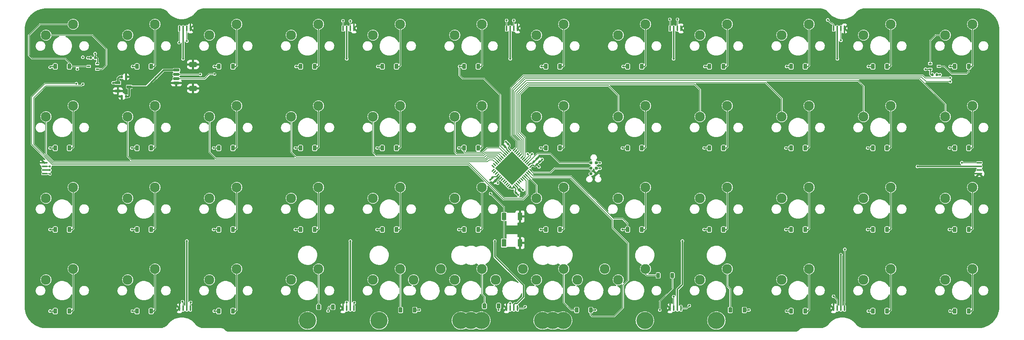
<source format=gbr>
%TF.GenerationSoftware,KiCad,Pcbnew,7.0.6-7.0.6~ubuntu23.04.1*%
%TF.CreationDate,2023-08-05T22:56:31-04:00*%
%TF.ProjectId,Koneko40Ortho,4b6f6e65-6b6f-4343-904f-7274686f2e6b,rev?*%
%TF.SameCoordinates,Original*%
%TF.FileFunction,Copper,L4,Bot*%
%TF.FilePolarity,Positive*%
%FSLAX46Y46*%
G04 Gerber Fmt 4.6, Leading zero omitted, Abs format (unit mm)*
G04 Created by KiCad (PCBNEW 7.0.6-7.0.6~ubuntu23.04.1) date 2023-08-05 22:56:31*
%MOMM*%
%LPD*%
G01*
G04 APERTURE LIST*
G04 Aperture macros list*
%AMRoundRect*
0 Rectangle with rounded corners*
0 $1 Rounding radius*
0 $2 $3 $4 $5 $6 $7 $8 $9 X,Y pos of 4 corners*
0 Add a 4 corners polygon primitive as box body*
4,1,4,$2,$3,$4,$5,$6,$7,$8,$9,$2,$3,0*
0 Add four circle primitives for the rounded corners*
1,1,$1+$1,$2,$3*
1,1,$1+$1,$4,$5*
1,1,$1+$1,$6,$7*
1,1,$1+$1,$8,$9*
0 Add four rect primitives between the rounded corners*
20,1,$1+$1,$2,$3,$4,$5,0*
20,1,$1+$1,$4,$5,$6,$7,0*
20,1,$1+$1,$6,$7,$8,$9,0*
20,1,$1+$1,$8,$9,$2,$3,0*%
%AMRotRect*
0 Rectangle, with rotation*
0 The origin of the aperture is its center*
0 $1 length*
0 $2 width*
0 $3 Rotation angle, in degrees counterclockwise*
0 Add horizontal line*
21,1,$1,$2,0,0,$3*%
G04 Aperture macros list end*
%TA.AperFunction,ComponentPad*%
%ADD10C,2.300000*%
%TD*%
%TA.AperFunction,ComponentPad*%
%ADD11C,4.000000*%
%TD*%
%TA.AperFunction,SMDPad,CuDef*%
%ADD12RoundRect,0.105000X0.105000X0.545000X-0.105000X0.545000X-0.105000X-0.545000X0.105000X-0.545000X0*%
%TD*%
%TA.AperFunction,SMDPad,CuDef*%
%ADD13RoundRect,0.225000X-0.225000X-0.375000X0.225000X-0.375000X0.225000X0.375000X-0.225000X0.375000X0*%
%TD*%
%TA.AperFunction,SMDPad,CuDef*%
%ADD14RoundRect,0.105000X-0.105000X-0.545000X0.105000X-0.545000X0.105000X0.545000X-0.105000X0.545000X0*%
%TD*%
%TA.AperFunction,SMDPad,CuDef*%
%ADD15RoundRect,0.062500X-0.220971X-0.309359X0.309359X0.220971X0.220971X0.309359X-0.309359X-0.220971X0*%
%TD*%
%TA.AperFunction,SMDPad,CuDef*%
%ADD16RoundRect,0.062500X0.220971X-0.309359X0.309359X-0.220971X-0.220971X0.309359X-0.309359X0.220971X0*%
%TD*%
%TA.AperFunction,ComponentPad*%
%ADD17C,0.500000*%
%TD*%
%TA.AperFunction,SMDPad,CuDef*%
%ADD18RotRect,5.600000X5.600000X45.000000*%
%TD*%
%TA.AperFunction,SMDPad,CuDef*%
%ADD19R,1.100000X1.800000*%
%TD*%
%TA.AperFunction,SMDPad,CuDef*%
%ADD20R,0.700000X0.450000*%
%TD*%
%TA.AperFunction,SMDPad,CuDef*%
%ADD21RoundRect,0.135000X0.135000X0.185000X-0.135000X0.185000X-0.135000X-0.185000X0.135000X-0.185000X0*%
%TD*%
%TA.AperFunction,SMDPad,CuDef*%
%ADD22RoundRect,0.225000X0.225000X0.375000X-0.225000X0.375000X-0.225000X-0.375000X0.225000X-0.375000X0*%
%TD*%
%TA.AperFunction,SMDPad,CuDef*%
%ADD23RoundRect,0.140000X-0.021213X0.219203X-0.219203X0.021213X0.021213X-0.219203X0.219203X-0.021213X0*%
%TD*%
%TA.AperFunction,SMDPad,CuDef*%
%ADD24RoundRect,0.140000X0.021213X-0.219203X0.219203X-0.021213X-0.021213X0.219203X-0.219203X0.021213X0*%
%TD*%
%TA.AperFunction,ConnectorPad*%
%ADD25C,0.787400*%
%TD*%
%TA.AperFunction,SMDPad,CuDef*%
%ADD26RoundRect,0.140000X-0.219203X-0.021213X-0.021213X-0.219203X0.219203X0.021213X0.021213X0.219203X0*%
%TD*%
%TA.AperFunction,SMDPad,CuDef*%
%ADD27RoundRect,0.105000X-0.545000X0.105000X-0.545000X-0.105000X0.545000X-0.105000X0.545000X0.105000X0*%
%TD*%
%TA.AperFunction,SMDPad,CuDef*%
%ADD28RoundRect,0.140000X-0.140000X-0.170000X0.140000X-0.170000X0.140000X0.170000X-0.140000X0.170000X0*%
%TD*%
%TA.AperFunction,SMDPad,CuDef*%
%ADD29RoundRect,0.135000X-0.135000X-0.185000X0.135000X-0.185000X0.135000X0.185000X-0.135000X0.185000X0*%
%TD*%
%TA.AperFunction,SMDPad,CuDef*%
%ADD30RoundRect,0.140000X0.219203X0.021213X0.021213X0.219203X-0.219203X-0.021213X-0.021213X-0.219203X0*%
%TD*%
%TA.AperFunction,SMDPad,CuDef*%
%ADD31R,1.220000X0.650000*%
%TD*%
%TA.AperFunction,SMDPad,CuDef*%
%ADD32RoundRect,0.105000X0.545000X-0.105000X0.545000X0.105000X-0.545000X0.105000X-0.545000X-0.105000X0*%
%TD*%
%TA.AperFunction,SMDPad,CuDef*%
%ADD33RoundRect,0.140000X0.140000X0.170000X-0.140000X0.170000X-0.140000X-0.170000X0.140000X-0.170000X0*%
%TD*%
%TA.AperFunction,SMDPad,CuDef*%
%ADD34RoundRect,0.150000X-0.625000X0.150000X-0.625000X-0.150000X0.625000X-0.150000X0.625000X0.150000X0*%
%TD*%
%TA.AperFunction,SMDPad,CuDef*%
%ADD35RoundRect,0.250000X-0.650000X0.350000X-0.650000X-0.350000X0.650000X-0.350000X0.650000X0.350000X0*%
%TD*%
%TA.AperFunction,ViaPad*%
%ADD36C,0.500000*%
%TD*%
%TA.AperFunction,Conductor*%
%ADD37C,0.127000*%
%TD*%
%TA.AperFunction,Conductor*%
%ADD38C,0.254000*%
%TD*%
%TA.AperFunction,Conductor*%
%ADD39C,0.400000*%
%TD*%
%TA.AperFunction,Conductor*%
%ADD40C,0.350000*%
%TD*%
%TA.AperFunction,Conductor*%
%ADD41C,0.210820*%
%TD*%
%TA.AperFunction,Conductor*%
%ADD42C,0.250000*%
%TD*%
G04 APERTURE END LIST*
D10*
%TO.P,SW32,1,1*%
%TO.N,COL8*%
X176847500Y-72469375D03*
%TO.P,SW32,2,2*%
%TO.N,Net-(D32-A)*%
X183197500Y-69929375D03*
%TD*%
%TO.P,SW39,1,1*%
%TO.N,COL3*%
X81597500Y-91519375D03*
%TO.P,SW39,2,2*%
%TO.N,Net-(D39-A)*%
X87947500Y-88979375D03*
%TD*%
D11*
%TO.P,S2,*%
%TO.N,*%
X199707500Y-101044375D03*
X104457500Y-101044375D03*
%TD*%
D10*
%TO.P,SW16,1,1*%
%TO.N,COL4*%
X100647500Y-53419375D03*
%TO.P,SW16,2,2*%
%TO.N,Net-(D16-A)*%
X106997500Y-50879375D03*
%TD*%
%TO.P,SW44,1,1*%
%TO.N,COL8*%
X176847500Y-91519375D03*
%TO.P,SW44,2,2*%
%TO.N,Net-(D44-A)*%
X183197500Y-88979375D03*
%TD*%
%TO.P,SW11,1,1*%
%TO.N,COL11*%
X233997500Y-34369375D03*
%TO.P,SW11,2,2*%
%TO.N,Net-(D11-A)*%
X240347500Y-31829375D03*
%TD*%
%TO.P,SW8,1,1*%
%TO.N,COL8*%
X176847500Y-34369375D03*
%TO.P,SW8,2,2*%
%TO.N,Net-(D8-A)*%
X183197500Y-31829375D03*
%TD*%
%TO.P,SW51,1,1*%
%TO.N,COL7*%
X167322500Y-91519375D03*
%TO.P,SW51,2,2*%
%TO.N,unconnected-(SW51-Pad2)*%
X173672500Y-88979375D03*
%TD*%
%TO.P,SW22,1,1*%
%TO.N,COL10*%
X214947500Y-53419375D03*
%TO.P,SW22,2,2*%
%TO.N,Net-(D22-A)*%
X221297500Y-50879375D03*
%TD*%
%TO.P,SW28,1,1*%
%TO.N,COL4*%
X100647500Y-72469375D03*
%TO.P,SW28,2,2*%
%TO.N,Net-(D28-A)*%
X106997500Y-69929375D03*
%TD*%
%TO.P,SW47,1,1*%
%TO.N,COL11*%
X233997500Y-91519375D03*
%TO.P,SW47,2,2*%
%TO.N,Net-(D47-A)*%
X240347500Y-88979375D03*
%TD*%
%TO.P,SW46,1,1*%
%TO.N,COL10*%
X214947500Y-91519375D03*
%TO.P,SW46,2,2*%
%TO.N,Net-(D46-A)*%
X221297500Y-88979375D03*
%TD*%
D11*
%TO.P,S1,*%
%TO.N,*%
X163988750Y-101044375D03*
X140176250Y-101044375D03*
%TD*%
D10*
%TO.P,SW43,1,1*%
%TO.N,COL7*%
X157797500Y-91519375D03*
%TO.P,SW43,2,2*%
%TO.N,Net-(D43-A)*%
X164147500Y-88979375D03*
%TD*%
%TO.P,SW10,1,1*%
%TO.N,COL10*%
X214947500Y-34369375D03*
%TO.P,SW10,2,2*%
%TO.N,Net-(D10-A)*%
X221297500Y-31829375D03*
%TD*%
D11*
%TO.P,S3,*%
%TO.N,*%
X142557500Y-101044375D03*
X104457500Y-101044375D03*
%TD*%
D10*
%TO.P,SW34,1,1*%
%TO.N,COL10*%
X214947500Y-72469375D03*
%TO.P,SW34,2,2*%
%TO.N,Net-(D34-A)*%
X221297500Y-69929375D03*
%TD*%
%TO.P,SW29,1,1*%
%TO.N,COL5*%
X119697500Y-72469375D03*
%TO.P,SW29,2,2*%
%TO.N,Net-(D29-A)*%
X126047500Y-69929375D03*
%TD*%
%TO.P,SW19,1,1*%
%TO.N,COL7*%
X157797500Y-53419375D03*
%TO.P,SW19,2,2*%
%TO.N,Net-(D19-A)*%
X164147500Y-50879375D03*
%TD*%
%TO.P,SW4,1,1*%
%TO.N,COL4*%
X100647500Y-34369375D03*
%TO.P,SW4,2,2*%
%TO.N,Net-(D4-A)*%
X106997500Y-31829375D03*
%TD*%
%TO.P,SW49,1,1*%
%TO.N,COL5*%
X129151875Y-91519375D03*
%TO.P,SW49,2,2*%
%TO.N,unconnected-(SW49-Pad2)*%
X135501875Y-88979375D03*
%TD*%
%TO.P,SW45,1,1*%
%TO.N,COL9*%
X195897500Y-91519375D03*
%TO.P,SW45,2,2*%
%TO.N,Net-(D45-A)*%
X202247500Y-88979375D03*
%TD*%
%TO.P,SW9,1,1*%
%TO.N,COL9*%
X195897500Y-34369375D03*
%TO.P,SW9,2,2*%
%TO.N,Net-(D9-A)*%
X202247500Y-31829375D03*
%TD*%
D11*
%TO.P,S4,*%
%TO.N,*%
X199707500Y-101044375D03*
X161607500Y-101044375D03*
%TD*%
D10*
%TO.P,SW1,1,1*%
%TO.N,COL1*%
X43497500Y-34369375D03*
%TO.P,SW1,2,2*%
%TO.N,/Switch Matrix/D1*%
X49847500Y-31829375D03*
%TD*%
%TO.P,SW36,1,1*%
%TO.N,COL12*%
X253047500Y-72469375D03*
%TO.P,SW36,2,2*%
%TO.N,Net-(D36-A)*%
X259397500Y-69929375D03*
%TD*%
%TO.P,SW33,1,1*%
%TO.N,COL9*%
X195897500Y-72469375D03*
%TO.P,SW33,2,2*%
%TO.N,Net-(D33-A)*%
X202247500Y-69929375D03*
%TD*%
%TO.P,SW3,1,1*%
%TO.N,COL3*%
X81597500Y-34369375D03*
%TO.P,SW3,2,2*%
%TO.N,Net-(D3-A)*%
X87947500Y-31829375D03*
%TD*%
%TO.P,SW27,1,1*%
%TO.N,COL3*%
X81597500Y-72469375D03*
%TO.P,SW27,2,2*%
%TO.N,Net-(D27-A)*%
X87947500Y-69929375D03*
%TD*%
%TO.P,SW12,1,1*%
%TO.N,COL12*%
X253047500Y-34369375D03*
%TO.P,SW12,2,2*%
%TO.N,/Switch Matrix/D12*%
X259397500Y-31829375D03*
%TD*%
%TO.P,SW48,1,1*%
%TO.N,COL12*%
X253047500Y-91519375D03*
%TO.P,SW48,2,2*%
%TO.N,Net-(D48-A)*%
X259397500Y-88979375D03*
%TD*%
%TO.P,SW35,1,1*%
%TO.N,COL11*%
X233997500Y-72469375D03*
%TO.P,SW35,2,2*%
%TO.N,Net-(D35-A)*%
X240347500Y-69929375D03*
%TD*%
%TO.P,SW13,1,1*%
%TO.N,COL1*%
X43497500Y-53419375D03*
%TO.P,SW13,2,2*%
%TO.N,Net-(D13-A)*%
X49847500Y-50879375D03*
%TD*%
%TO.P,SW38,1,1*%
%TO.N,COL2*%
X62547500Y-91519375D03*
%TO.P,SW38,2,2*%
%TO.N,Net-(D38-A)*%
X68897500Y-88979375D03*
%TD*%
%TO.P,SW31,1,1*%
%TO.N,COL7*%
X157797500Y-72469375D03*
%TO.P,SW31,2,2*%
%TO.N,Net-(D31-A)*%
X164147500Y-69929375D03*
%TD*%
%TO.P,SW50,1,1*%
%TO.N,COL6*%
X148272500Y-91519375D03*
%TO.P,SW50,2,2*%
%TO.N,unconnected-(SW50-Pad2)*%
X154622500Y-88979375D03*
%TD*%
%TO.P,SW23,1,1*%
%TO.N,COL11*%
X233997500Y-53419375D03*
%TO.P,SW23,2,2*%
%TO.N,Net-(D23-A)*%
X240347500Y-50879375D03*
%TD*%
%TO.P,SW17,1,1*%
%TO.N,COL5*%
X119697500Y-53419375D03*
%TO.P,SW17,2,2*%
%TO.N,Net-(D17-A)*%
X126047500Y-50879375D03*
%TD*%
%TO.P,SW25,1,1*%
%TO.N,COL1*%
X43497500Y-72469375D03*
%TO.P,SW25,2,2*%
%TO.N,Net-(D25-A)*%
X49847500Y-69929375D03*
%TD*%
D11*
%TO.P,S6,*%
%TO.N,*%
X183038750Y-101044375D03*
X159226250Y-101044375D03*
%TD*%
D10*
%TO.P,SW5,1,1*%
%TO.N,COL5*%
X119697500Y-34369375D03*
%TO.P,SW5,2,2*%
%TO.N,Net-(D5-A)*%
X126047500Y-31829375D03*
%TD*%
%TO.P,SW7,1,1*%
%TO.N,COL7*%
X157797500Y-34369375D03*
%TO.P,SW7,2,2*%
%TO.N,Net-(D7-A)*%
X164147500Y-31829375D03*
%TD*%
%TO.P,SW30,1,1*%
%TO.N,COL6*%
X138747500Y-72469375D03*
%TO.P,SW30,2,2*%
%TO.N,Net-(D30-A)*%
X145097500Y-69929375D03*
%TD*%
%TO.P,SW2,1,1*%
%TO.N,COL2*%
X62547500Y-34369375D03*
%TO.P,SW2,2,2*%
%TO.N,Net-(D2-A)*%
X68897500Y-31829375D03*
%TD*%
%TO.P,SW42,1,1*%
%TO.N,COL6*%
X138747500Y-91519375D03*
%TO.P,SW42,2,2*%
%TO.N,Net-(D42-A)*%
X145097500Y-88979375D03*
%TD*%
%TO.P,SW15,1,1*%
%TO.N,COL3*%
X81597500Y-53419375D03*
%TO.P,SW15,2,2*%
%TO.N,Net-(D15-A)*%
X87947500Y-50879375D03*
%TD*%
%TO.P,SW24,1,1*%
%TO.N,COL12*%
X253047500Y-53419375D03*
%TO.P,SW24,2,2*%
%TO.N,Net-(D24-A)*%
X259397500Y-50879375D03*
%TD*%
%TO.P,SW18,1,1*%
%TO.N,COL6*%
X138747500Y-53419375D03*
%TO.P,SW18,2,2*%
%TO.N,Net-(D18-A)*%
X145097500Y-50879375D03*
%TD*%
%TO.P,SW21,1,1*%
%TO.N,COL9*%
X195897500Y-53419375D03*
%TO.P,SW21,2,2*%
%TO.N,Net-(D21-A)*%
X202247500Y-50879375D03*
%TD*%
%TO.P,SW40,1,1*%
%TO.N,COL4*%
X100647500Y-91519375D03*
%TO.P,SW40,2,2*%
%TO.N,Net-(D40-A)*%
X106997500Y-88979375D03*
%TD*%
%TO.P,SW26,1,1*%
%TO.N,COL2*%
X62547500Y-72469375D03*
%TO.P,SW26,2,2*%
%TO.N,Net-(D26-A)*%
X68897500Y-69929375D03*
%TD*%
%TO.P,SW41,1,1*%
%TO.N,COL5*%
X119697500Y-91519375D03*
%TO.P,SW41,2,2*%
%TO.N,Net-(D41-A)*%
X126047500Y-88979375D03*
%TD*%
%TO.P,SW37,1,1*%
%TO.N,COL1*%
X43497500Y-91519375D03*
%TO.P,SW37,2,2*%
%TO.N,Net-(D37-A)*%
X49847500Y-88979375D03*
%TD*%
%TO.P,SW20,1,1*%
%TO.N,COL8*%
X176847500Y-53419375D03*
%TO.P,SW20,2,2*%
%TO.N,Net-(D20-A)*%
X183197500Y-50879375D03*
%TD*%
%TO.P,SW6,1,1*%
%TO.N,COL6*%
X138747500Y-34369375D03*
%TO.P,SW6,2,2*%
%TO.N,Net-(D6-A)*%
X145097500Y-31829375D03*
%TD*%
%TO.P,SW14,1,1*%
%TO.N,COL2*%
X62547500Y-53419375D03*
%TO.P,SW14,2,2*%
%TO.N,Net-(D14-A)*%
X68897500Y-50879375D03*
%TD*%
D11*
%TO.P,S5,*%
%TO.N,*%
X144938750Y-101044375D03*
X121126250Y-101044375D03*
%TD*%
D12*
%TO.P,LED3,1,DIN*%
%TO.N,Net-(LED2-DOUT)*%
X153355000Y-98171875D03*
%TO.P,LED3,2,VDD*%
%TO.N,/VFused_*%
X152505000Y-98171875D03*
%TO.P,LED3,3,DOUT*%
%TO.N,Net-(LED3-DOUT)*%
X151655000Y-98171875D03*
%TO.P,LED3,4,VSS*%
%TO.N,GND*%
X150805000Y-98171875D03*
%TD*%
D13*
%TO.P,D37,1,K*%
%TO.N,ROW4*%
X45657500Y-98821875D03*
%TO.P,D37,2,A*%
%TO.N,Net-(D37-A)*%
X48957500Y-98821875D03*
%TD*%
D14*
%TO.P,LED8,1,DIN*%
%TO.N,Net-(LED7-DOUT)*%
X112710000Y-32796875D03*
%TO.P,LED8,2,VDD*%
%TO.N,/VFused_*%
X113560000Y-32796875D03*
%TO.P,LED8,3,DOUT*%
%TO.N,Net-(LED8-DOUT)*%
X114410000Y-32796875D03*
%TO.P,LED8,4,VSS*%
%TO.N,GND*%
X115260000Y-32796875D03*
%TD*%
D13*
%TO.P,D27,1,K*%
%TO.N,ROW3*%
X83757500Y-79771875D03*
%TO.P,D27,2,A*%
%TO.N,Net-(D27-A)*%
X87057500Y-79771875D03*
%TD*%
%TO.P,D13,1,K*%
%TO.N,ROW2*%
X45657500Y-60721875D03*
%TO.P,D13,2,A*%
%TO.N,Net-(D13-A)*%
X48957500Y-60721875D03*
%TD*%
%TO.P,D10,1,K*%
%TO.N,ROW1*%
X217107500Y-41671875D03*
%TO.P,D10,2,A*%
%TO.N,Net-(D10-A)*%
X220407500Y-41671875D03*
%TD*%
%TO.P,D22,1,K*%
%TO.N,ROW2*%
X217107500Y-60721875D03*
%TO.P,D22,2,A*%
%TO.N,Net-(D22-A)*%
X220407500Y-60721875D03*
%TD*%
%TO.P,D30,1,K*%
%TO.N,ROW3*%
X140907500Y-79771875D03*
%TO.P,D30,2,A*%
%TO.N,Net-(D30-A)*%
X144207500Y-79771875D03*
%TD*%
D15*
%TO.P,U2,1,VBAT*%
%TO.N,+3.3V*%
X151596364Y-69859598D03*
%TO.P,U2,2,PC13*%
%TO.N,unconnected-(U2-PC13-Pad2)*%
X151242811Y-69506045D03*
%TO.P,U2,3,PC14*%
%TO.N,unconnected-(U2-PC14-Pad3)*%
X150889257Y-69152491D03*
%TO.P,U2,4,PC15*%
%TO.N,unconnected-(U2-PC15-Pad4)*%
X150535704Y-68798938D03*
%TO.P,U2,5,PH0*%
%TO.N,unconnected-(U2-PH0-Pad5)*%
X150182151Y-68445385D03*
%TO.P,U2,6,PH1*%
%TO.N,unconnected-(U2-PH1-Pad6)*%
X149828597Y-68091831D03*
%TO.P,U2,7,NRST*%
%TO.N,/~{RST}*%
X149475044Y-67738278D03*
%TO.P,U2,8,VSSA*%
%TO.N,GND*%
X149121490Y-67384724D03*
%TO.P,U2,9,VDDA*%
%TO.N,+3.3V*%
X148767937Y-67031171D03*
%TO.P,U2,10,PA0*%
%TO.N,unconnected-(U2-PA0-Pad10)*%
X148414384Y-66677618D03*
%TO.P,U2,11,PA1*%
%TO.N,unconnected-(U2-PA1-Pad11)*%
X148060830Y-66324064D03*
%TO.P,U2,12,PA2*%
%TO.N,unconnected-(U2-PA2-Pad12)*%
X147707277Y-65970511D03*
D16*
%TO.P,U2,13,PA3*%
%TO.N,unconnected-(U2-PA3-Pad13)*%
X147707277Y-64998239D03*
%TO.P,U2,14,PA4*%
%TO.N,unconnected-(U2-PA4-Pad14)*%
X148060830Y-64644686D03*
%TO.P,U2,15,PA5*%
%TO.N,COL1*%
X148414384Y-64291132D03*
%TO.P,U2,16,PA6*%
%TO.N,COL2*%
X148767937Y-63937579D03*
%TO.P,U2,17,PA7*%
%TO.N,COL3*%
X149121490Y-63584026D03*
%TO.P,U2,18,PB0*%
%TO.N,COL4*%
X149475044Y-63230472D03*
%TO.P,U2,19,PB1*%
%TO.N,COL5*%
X149828597Y-62876919D03*
%TO.P,U2,20,PB2*%
%TO.N,COL6*%
X150182151Y-62523365D03*
%TO.P,U2,21,PB10*%
%TO.N,ROW2*%
X150535704Y-62169812D03*
%TO.P,U2,22,PB11*%
%TO.N,ROW1*%
X150889257Y-61816259D03*
%TO.P,U2,23,VSS*%
%TO.N,GND*%
X151242811Y-61462705D03*
%TO.P,U2,24,VDD*%
%TO.N,+3.3V*%
X151596364Y-61109152D03*
D15*
%TO.P,U2,25,PB12*%
%TO.N,ENC2B*%
X152568636Y-61109152D03*
%TO.P,U2,26,PB13*%
%TO.N,ENC2A*%
X152922189Y-61462705D03*
%TO.P,U2,27,PB14*%
%TO.N,COL12*%
X153275743Y-61816259D03*
%TO.P,U2,28,PB15*%
%TO.N,COL11*%
X153629296Y-62169812D03*
%TO.P,U2,29,PA8*%
%TO.N,COL10*%
X153982849Y-62523365D03*
%TO.P,U2,30,PA9*%
%TO.N,COL9*%
X154336403Y-62876919D03*
%TO.P,U2,31,PA10*%
%TO.N,COL8*%
X154689956Y-63230472D03*
%TO.P,U2,32,PA11*%
%TO.N,/DN*%
X155043510Y-63584026D03*
%TO.P,U2,33,PA12*%
%TO.N,/DP*%
X155397063Y-63937579D03*
%TO.P,U2,34,PA13*%
%TO.N,/SWD*%
X155750616Y-64291132D03*
%TO.P,U2,35,VSS*%
%TO.N,GND*%
X156104170Y-64644686D03*
%TO.P,U2,36,VDDUSB*%
%TO.N,+3.3V*%
X156457723Y-64998239D03*
D16*
%TO.P,U2,37,PA14*%
%TO.N,/SWCLK*%
X156457723Y-65970511D03*
%TO.P,U2,38,PA15*%
%TO.N,ROW3*%
X156104170Y-66324064D03*
%TO.P,U2,39,PB3*%
%TO.N,ROW4*%
X155750616Y-66677618D03*
%TO.P,U2,40,PB4*%
%TO.N,COL7*%
X155397063Y-67031171D03*
%TO.P,U2,41,PB5*%
%TO.N,ENC1A*%
X155043510Y-67384724D03*
%TO.P,U2,42,PB6*%
%TO.N,ENC1B*%
X154689956Y-67738278D03*
%TO.P,U2,43,PB7*%
%TO.N,unconnected-(U2-PB7-Pad43)*%
X154336403Y-68091831D03*
%TO.P,U2,44,PH3*%
%TO.N,unconnected-(U2-PH3-Pad44)*%
X153982849Y-68445385D03*
%TO.P,U2,45,PB8*%
%TO.N,unconnected-(U2-PB8-Pad45)*%
X153629296Y-68798938D03*
%TO.P,U2,46,PB9*%
%TO.N,/RGB_CTRL*%
X153275743Y-69152491D03*
%TO.P,U2,47,VSS*%
%TO.N,GND*%
X152922189Y-69506045D03*
%TO.P,U2,48,VDD*%
%TO.N,+3.3V*%
X152568636Y-69859598D03*
D17*
%TO.P,U2,49,VSS*%
%TO.N,GND*%
X148476255Y-65484375D03*
X149377817Y-66385936D03*
X150279378Y-67287497D03*
X151180939Y-68189058D03*
X152082500Y-69090620D03*
X149377817Y-64582814D03*
X150279378Y-65484375D03*
X151180939Y-66385936D03*
X152082500Y-67287497D03*
X152984061Y-68189058D03*
X150279378Y-63681253D03*
X151180939Y-64582814D03*
X152082500Y-65484375D03*
D18*
X152082500Y-65484375D03*
D17*
X152984061Y-66385936D03*
X153885622Y-67287497D03*
X151180939Y-62779692D03*
X152082500Y-63681253D03*
X152984061Y-64582814D03*
X153885622Y-65484375D03*
X154787183Y-66385936D03*
X152082500Y-61878130D03*
X152984061Y-62779692D03*
X153885622Y-63681253D03*
X154787183Y-64582814D03*
X155688745Y-65484375D03*
%TD*%
D13*
%TO.P,D18,1,K*%
%TO.N,ROW2*%
X140907500Y-60721875D03*
%TO.P,D18,2,A*%
%TO.N,Net-(D18-A)*%
X144207500Y-60721875D03*
%TD*%
D19*
%TO.P,SW73,1,1*%
%TO.N,GND*%
X153932500Y-82935375D03*
X153932500Y-76735375D03*
%TO.P,SW73,2,2*%
%TO.N,/~{RST}*%
X150232500Y-82935375D03*
X150232500Y-76735375D03*
%TD*%
D14*
%TO.P,LED9,1,DIN*%
%TO.N,Net-(LED8-DOUT)*%
X150810000Y-32796875D03*
%TO.P,LED9,2,VDD*%
%TO.N,/VFused_*%
X151660000Y-32796875D03*
%TO.P,LED9,3,DOUT*%
%TO.N,Net-(LED10-DIN)*%
X152510000Y-32796875D03*
%TO.P,LED9,4,VSS*%
%TO.N,GND*%
X153360000Y-32796875D03*
%TD*%
D20*
%TO.P,Q3,1,G*%
%TO.N,Net-(Q3-G)*%
X55451250Y-41021875D03*
%TO.P,Q3,2,S*%
%TO.N,COL1*%
X55451250Y-42321875D03*
%TO.P,Q3,3,D*%
%TO.N,/Switch Matrix/D1*%
X53451250Y-41671875D03*
%TD*%
D12*
%TO.P,LED5,1,DIN*%
%TO.N,Net-(LED4-DOUT)*%
X77155000Y-98171875D03*
%TO.P,LED5,2,VDD*%
%TO.N,/VFused_*%
X76305000Y-98171875D03*
%TO.P,LED5,3,DOUT*%
%TO.N,Net-(LED5-DOUT)*%
X75455000Y-98171875D03*
%TO.P,LED5,4,VSS*%
%TO.N,GND*%
X74605000Y-98171875D03*
%TD*%
D13*
%TO.P,D2,1,K*%
%TO.N,ROW1*%
X64707500Y-41671875D03*
%TO.P,D2,2,A*%
%TO.N,Net-(D2-A)*%
X68007500Y-41671875D03*
%TD*%
%TO.P,D19,1,K*%
%TO.N,ROW2*%
X159957500Y-60721875D03*
%TO.P,D19,2,A*%
%TO.N,Net-(D19-A)*%
X163257500Y-60721875D03*
%TD*%
D21*
%TO.P,R5,1*%
%TO.N,Net-(Q3-G)*%
X54961250Y-39671875D03*
%TO.P,R5,2*%
%TO.N,+3.3V*%
X53941250Y-39671875D03*
%TD*%
D13*
%TO.P,D46,1,K*%
%TO.N,ROW4*%
X217107500Y-98821875D03*
%TO.P,D46,2,A*%
%TO.N,Net-(D46-A)*%
X220407500Y-98821875D03*
%TD*%
D12*
%TO.P,LED2,1,DIN*%
%TO.N,Net-(LED1-DOUT)*%
X191455000Y-98171875D03*
%TO.P,LED2,2,VDD*%
%TO.N,/VFused_*%
X190605000Y-98171875D03*
%TO.P,LED2,3,DOUT*%
%TO.N,Net-(LED2-DOUT)*%
X189755000Y-98171875D03*
%TO.P,LED2,4,VSS*%
%TO.N,GND*%
X188905000Y-98171875D03*
%TD*%
D13*
%TO.P,D32,1,K*%
%TO.N,ROW3*%
X179007500Y-79771875D03*
%TO.P,D32,2,A*%
%TO.N,Net-(D32-A)*%
X182307500Y-79771875D03*
%TD*%
%TO.P,D8,1,K*%
%TO.N,ROW1*%
X179007500Y-41671875D03*
%TO.P,D8,2,A*%
%TO.N,Net-(D8-A)*%
X182307500Y-41671875D03*
%TD*%
D22*
%TO.P,D42,1,K*%
%TO.N,ROW4*%
X148970000Y-97631250D03*
%TO.P,D42,2,A*%
%TO.N,Net-(D42-A)*%
X145670000Y-97631250D03*
%TD*%
%TO.P,D44,1,K*%
%TO.N,ROW4*%
X189451250Y-90487500D03*
%TO.P,D44,2,A*%
%TO.N,Net-(D44-A)*%
X186151250Y-90487500D03*
%TD*%
D13*
%TO.P,D31,1,K*%
%TO.N,ROW3*%
X159957500Y-79771875D03*
%TO.P,D31,2,A*%
%TO.N,Net-(D31-A)*%
X163257500Y-79771875D03*
%TD*%
D22*
%TO.P,D41,1,K*%
%TO.N,ROW4*%
X129432500Y-98584375D03*
%TO.P,D41,2,A*%
%TO.N,Net-(D41-A)*%
X126132500Y-98584375D03*
%TD*%
D23*
%TO.P,C4,1*%
%TO.N,+3.3V*%
X151181911Y-59784964D03*
%TO.P,C4,2*%
%TO.N,GND*%
X150503089Y-60463786D03*
%TD*%
D24*
%TO.P,C3,1*%
%TO.N,+3.3V*%
X153023089Y-71183786D03*
%TO.P,C3,2*%
%TO.N,GND*%
X153701911Y-70504964D03*
%TD*%
D25*
%TO.P,J2,1,VCC*%
%TO.N,+3.3V*%
X171767500Y-64214375D03*
%TO.P,J2,2,SWDIO*%
%TO.N,/SWD*%
X170497500Y-64214375D03*
%TO.P,J2,3,~{RST}*%
%TO.N,/~{RST}*%
X171767500Y-65484375D03*
%TO.P,J2,4,SWCLK*%
%TO.N,/SWCLK*%
X170497500Y-65484375D03*
%TO.P,J2,5,GND*%
%TO.N,GND*%
X171767500Y-66754375D03*
%TO.P,J2,6,SWO*%
%TO.N,unconnected-(J2-SWO-Pad6)*%
X170497500Y-66754375D03*
%TD*%
D13*
%TO.P,D25,1,K*%
%TO.N,ROW3*%
X45657500Y-79771875D03*
%TO.P,D25,2,A*%
%TO.N,Net-(D25-A)*%
X48957500Y-79771875D03*
%TD*%
%TO.P,D23,1,K*%
%TO.N,ROW2*%
X236157500Y-60721875D03*
%TO.P,D23,2,A*%
%TO.N,Net-(D23-A)*%
X239457500Y-60721875D03*
%TD*%
D22*
%TO.P,D40,1,K*%
%TO.N,ROW4*%
X110350000Y-97854375D03*
%TO.P,D40,2,A*%
%TO.N,Net-(D40-A)*%
X107050000Y-97854375D03*
%TD*%
D26*
%TO.P,C5,1*%
%TO.N,+3.3V*%
X147543089Y-67644964D03*
%TO.P,C5,2*%
%TO.N,GND*%
X148221911Y-68323786D03*
%TD*%
D13*
%TO.P,D14,1,K*%
%TO.N,ROW2*%
X64707500Y-60721875D03*
%TO.P,D14,2,A*%
%TO.N,Net-(D14-A)*%
X68007500Y-60721875D03*
%TD*%
D27*
%TO.P,LED12,1,DIN*%
%TO.N,Net-(LED11-DOUT)*%
X260970000Y-64211875D03*
%TO.P,LED12,2,VDD*%
%TO.N,/VFused_*%
X260970000Y-65061875D03*
%TO.P,LED12,3,DOUT*%
%TO.N,unconnected-(LED12-DOUT-Pad3)*%
X260970000Y-65911875D03*
%TO.P,LED12,4,VSS*%
%TO.N,GND*%
X260970000Y-66761875D03*
%TD*%
D14*
%TO.P,LED10,1,DIN*%
%TO.N,Net-(LED10-DIN)*%
X188910000Y-32796875D03*
%TO.P,LED10,2,VDD*%
%TO.N,/VFused_*%
X189760000Y-32796875D03*
%TO.P,LED10,3,DOUT*%
%TO.N,Net-(LED10-DOUT)*%
X190610000Y-32796875D03*
%TO.P,LED10,4,VSS*%
%TO.N,GND*%
X191460000Y-32796875D03*
%TD*%
D22*
%TO.P,D43,1,K*%
%TO.N,ROW4*%
X170432500Y-98584375D03*
%TO.P,D43,2,A*%
%TO.N,Net-(D43-A)*%
X167132500Y-98584375D03*
%TD*%
D13*
%TO.P,D48,1,K*%
%TO.N,ROW4*%
X255207500Y-98821875D03*
%TO.P,D48,2,A*%
%TO.N,Net-(D48-A)*%
X258507500Y-98821875D03*
%TD*%
%TO.P,D34,1,K*%
%TO.N,ROW3*%
X217107500Y-79771875D03*
%TO.P,D34,2,A*%
%TO.N,Net-(D34-A)*%
X220407500Y-79771875D03*
%TD*%
%TO.P,D39,1,K*%
%TO.N,ROW4*%
X83757500Y-98821875D03*
%TO.P,D39,2,A*%
%TO.N,Net-(D39-A)*%
X87057500Y-98821875D03*
%TD*%
D28*
%TO.P,C15,1*%
%TO.N,+3.3V*%
X61178500Y-44150000D03*
%TO.P,C15,2*%
%TO.N,GND*%
X62138500Y-44150000D03*
%TD*%
D13*
%TO.P,D16,1,K*%
%TO.N,ROW2*%
X102807500Y-60721875D03*
%TO.P,D16,2,A*%
%TO.N,Net-(D16-A)*%
X106107500Y-60721875D03*
%TD*%
%TO.P,D7,1,K*%
%TO.N,ROW1*%
X159957500Y-41671875D03*
%TO.P,D7,2,A*%
%TO.N,Net-(D7-A)*%
X163257500Y-41671875D03*
%TD*%
%TO.P,D47,1,K*%
%TO.N,ROW4*%
X236157500Y-98821875D03*
%TO.P,D47,2,A*%
%TO.N,Net-(D47-A)*%
X239457500Y-98821875D03*
%TD*%
%TO.P,D3,1,K*%
%TO.N,ROW1*%
X83757500Y-41671875D03*
%TO.P,D3,2,A*%
%TO.N,Net-(D3-A)*%
X87057500Y-41671875D03*
%TD*%
%TO.P,D11,1,K*%
%TO.N,ROW1*%
X236157500Y-41671875D03*
%TO.P,D11,2,A*%
%TO.N,Net-(D11-A)*%
X239457500Y-41671875D03*
%TD*%
%TO.P,D29,1,K*%
%TO.N,ROW3*%
X121857500Y-79771875D03*
%TO.P,D29,2,A*%
%TO.N,Net-(D29-A)*%
X125157500Y-79771875D03*
%TD*%
%TO.P,D1,1,K*%
%TO.N,ROW1*%
X45657500Y-41671875D03*
%TO.P,D1,2,A*%
%TO.N,/Switch Matrix/D1*%
X48957500Y-41671875D03*
%TD*%
%TO.P,D38,1,K*%
%TO.N,ROW4*%
X64707500Y-98821875D03*
%TO.P,D38,2,A*%
%TO.N,Net-(D38-A)*%
X68007500Y-98821875D03*
%TD*%
%TO.P,D21,1,K*%
%TO.N,ROW2*%
X198057500Y-60721875D03*
%TO.P,D21,2,A*%
%TO.N,Net-(D21-A)*%
X201357500Y-60721875D03*
%TD*%
%TO.P,D24,1,K*%
%TO.N,ROW2*%
X255207500Y-60721875D03*
%TO.P,D24,2,A*%
%TO.N,Net-(D24-A)*%
X258507500Y-60721875D03*
%TD*%
%TO.P,D35,1,K*%
%TO.N,ROW3*%
X236157500Y-79771875D03*
%TO.P,D35,2,A*%
%TO.N,Net-(D35-A)*%
X239457500Y-79771875D03*
%TD*%
D29*
%TO.P,R6,1*%
%TO.N,Net-(Q2-G)*%
X250022900Y-43589575D03*
%TO.P,R6,2*%
%TO.N,+3.3V*%
X251042900Y-43589575D03*
%TD*%
D13*
%TO.P,D15,1,K*%
%TO.N,ROW2*%
X83757500Y-60721875D03*
%TO.P,D15,2,A*%
%TO.N,Net-(D15-A)*%
X87057500Y-60721875D03*
%TD*%
D20*
%TO.P,Q2,1,G*%
%TO.N,Net-(Q2-G)*%
X249532900Y-42334575D03*
%TO.P,Q2,2,S*%
%TO.N,COL12*%
X249532900Y-41034575D03*
%TO.P,Q2,3,D*%
%TO.N,/Switch Matrix/D12*%
X251532900Y-41684575D03*
%TD*%
D13*
%TO.P,D20,1,K*%
%TO.N,ROW2*%
X179007500Y-60721875D03*
%TO.P,D20,2,A*%
%TO.N,Net-(D20-A)*%
X182307500Y-60721875D03*
%TD*%
D30*
%TO.P,C2,1*%
%TO.N,+3.3V*%
X158551911Y-63933786D03*
%TO.P,C2,2*%
%TO.N,GND*%
X157873089Y-63254964D03*
%TD*%
D13*
%TO.P,D5,1,K*%
%TO.N,ROW1*%
X121857500Y-41671875D03*
%TO.P,D5,2,A*%
%TO.N,Net-(D5-A)*%
X125157500Y-41671875D03*
%TD*%
D31*
%TO.P,U4,1,GND*%
%TO.N,GND*%
X60262500Y-47400000D03*
%TO.P,U4,2,VO*%
%TO.N,+3.3V*%
X60262500Y-45500000D03*
%TO.P,U4,3,VI*%
%TO.N,/VFused_*%
X62882500Y-46450000D03*
%TD*%
D32*
%TO.P,LED6,1,DIN*%
%TO.N,Net-(LED5-DOUT)*%
X43195000Y-66756875D03*
%TO.P,LED6,2,VDD*%
%TO.N,/VFused_*%
X43195000Y-65906875D03*
%TO.P,LED6,3,DOUT*%
%TO.N,Net-(LED6-DOUT)*%
X43195000Y-65056875D03*
%TO.P,LED6,4,VSS*%
%TO.N,GND*%
X43195000Y-64206875D03*
%TD*%
D14*
%TO.P,LED7,1,DIN*%
%TO.N,Net-(LED6-DOUT)*%
X74610000Y-32796875D03*
%TO.P,LED7,2,VDD*%
%TO.N,/VFused_*%
X75460000Y-32796875D03*
%TO.P,LED7,3,DOUT*%
%TO.N,Net-(LED7-DOUT)*%
X76310000Y-32796875D03*
%TO.P,LED7,4,VSS*%
%TO.N,GND*%
X77160000Y-32796875D03*
%TD*%
D12*
%TO.P,LED4,1,DIN*%
%TO.N,Net-(LED3-DOUT)*%
X115255000Y-98171875D03*
%TO.P,LED4,2,VDD*%
%TO.N,/VFused_*%
X114405000Y-98171875D03*
%TO.P,LED4,3,DOUT*%
%TO.N,Net-(LED4-DOUT)*%
X113555000Y-98171875D03*
%TO.P,LED4,4,VSS*%
%TO.N,GND*%
X112705000Y-98171875D03*
%TD*%
D30*
%TO.P,C1,1*%
%TO.N,+3.3V*%
X157851911Y-64633786D03*
%TO.P,C1,2*%
%TO.N,GND*%
X157173089Y-63954964D03*
%TD*%
D13*
%TO.P,D17,1,K*%
%TO.N,ROW2*%
X121857500Y-60721875D03*
%TO.P,D17,2,A*%
%TO.N,Net-(D17-A)*%
X125157500Y-60721875D03*
%TD*%
%TO.P,D36,1,K*%
%TO.N,ROW3*%
X255207500Y-79771875D03*
%TO.P,D36,2,A*%
%TO.N,Net-(D36-A)*%
X258507500Y-79771875D03*
%TD*%
%TO.P,D33,1,K*%
%TO.N,ROW3*%
X198057500Y-79771875D03*
%TO.P,D33,2,A*%
%TO.N,Net-(D33-A)*%
X201357500Y-79771875D03*
%TD*%
%TO.P,D9,1,K*%
%TO.N,ROW1*%
X198057500Y-41671875D03*
%TO.P,D9,2,A*%
%TO.N,Net-(D9-A)*%
X201357500Y-41671875D03*
%TD*%
D33*
%TO.P,C13,1*%
%TO.N,/VFused_*%
X62138500Y-48720375D03*
%TO.P,C13,2*%
%TO.N,GND*%
X61178500Y-48720375D03*
%TD*%
D13*
%TO.P,D12,1,K*%
%TO.N,ROW1*%
X255207500Y-41671875D03*
%TO.P,D12,2,A*%
%TO.N,/Switch Matrix/D12*%
X258507500Y-41671875D03*
%TD*%
D12*
%TO.P,LED1,1,DIN*%
%TO.N,/RGB_CTRL*%
X229555000Y-98171875D03*
%TO.P,LED1,2,VDD*%
%TO.N,/VFused_*%
X228705000Y-98171875D03*
%TO.P,LED1,3,DOUT*%
%TO.N,Net-(LED1-DOUT)*%
X227855000Y-98171875D03*
%TO.P,LED1,4,VSS*%
%TO.N,GND*%
X227005000Y-98171875D03*
%TD*%
D14*
%TO.P,LED11,1,DIN*%
%TO.N,Net-(LED10-DOUT)*%
X227010000Y-32796875D03*
%TO.P,LED11,2,VDD*%
%TO.N,/VFused_*%
X227860000Y-32796875D03*
%TO.P,LED11,3,DOUT*%
%TO.N,Net-(LED11-DOUT)*%
X228710000Y-32796875D03*
%TO.P,LED11,4,VSS*%
%TO.N,GND*%
X229560000Y-32796875D03*
%TD*%
D13*
%TO.P,D26,1,K*%
%TO.N,ROW3*%
X64707500Y-79771875D03*
%TO.P,D26,2,A*%
%TO.N,Net-(D26-A)*%
X68007500Y-79771875D03*
%TD*%
%TO.P,D4,1,K*%
%TO.N,ROW1*%
X102807500Y-41671875D03*
%TO.P,D4,2,A*%
%TO.N,Net-(D4-A)*%
X106107500Y-41671875D03*
%TD*%
D34*
%TO.P,J1,1,Pin_1*%
%TO.N,/VFused_*%
X73882500Y-42553125D03*
%TO.P,J1,2,Pin_2*%
%TO.N,/DN*%
X73882500Y-43553125D03*
%TO.P,J1,3,Pin_3*%
%TO.N,/DP*%
X73882500Y-44553125D03*
%TO.P,J1,4,Pin_4*%
%TO.N,GND*%
X73882500Y-45553125D03*
D35*
%TO.P,J1,MP,MountPin*%
X77757500Y-41253125D03*
X77757500Y-46853125D03*
%TD*%
D13*
%TO.P,D28,1,K*%
%TO.N,ROW3*%
X102807500Y-79771875D03*
%TO.P,D28,2,A*%
%TO.N,Net-(D28-A)*%
X106107500Y-79771875D03*
%TD*%
%TO.P,D6,1,K*%
%TO.N,ROW1*%
X140907500Y-41671875D03*
%TO.P,D6,2,A*%
%TO.N,Net-(D6-A)*%
X144207500Y-41671875D03*
%TD*%
D22*
%TO.P,D45,1,K*%
%TO.N,ROW4*%
X206232500Y-98584375D03*
%TO.P,D45,2,A*%
%TO.N,Net-(D45-A)*%
X202932500Y-98584375D03*
%TD*%
D36*
%TO.N,/~{RST}*%
X147112500Y-71394375D03*
X172572500Y-65484375D03*
X148752500Y-68944375D03*
%TO.N,GND*%
X258132500Y-66754375D03*
X155212500Y-76734375D03*
X59067700Y-47399575D03*
X154232500Y-71034375D03*
X60261500Y-48720375D03*
X172572500Y-66754375D03*
X158412500Y-62724375D03*
X188892500Y-97234375D03*
X63232500Y-44150000D03*
X77162500Y-31064375D03*
X229552500Y-35454375D03*
X80311379Y-48817389D03*
X72532500Y-45534375D03*
X112702500Y-97074375D03*
X147682500Y-68864375D03*
X149992500Y-59954375D03*
X41412500Y-64204375D03*
X115252500Y-30864375D03*
X227002500Y-97244375D03*
X74592500Y-97044375D03*
X153362500Y-30934375D03*
X150802500Y-97054375D03*
%TO.N,/VFused_*%
X189742500Y-39894375D03*
X76312500Y-82454375D03*
X148072500Y-82454375D03*
X44402500Y-65904375D03*
X246562500Y-65064375D03*
X69092500Y-44314375D03*
X227882500Y-39894375D03*
X191772500Y-82454375D03*
X228712500Y-85644375D03*
X114412500Y-82454375D03*
X75452500Y-39894375D03*
X113562500Y-39894375D03*
X151662500Y-39894375D03*
%TO.N,+3.3V*%
X172572500Y-64214375D03*
X147002500Y-68164375D03*
X53242500Y-39674375D03*
X59143900Y-45519975D03*
X153562500Y-71714375D03*
X251853700Y-43589575D03*
X159092500Y-63414375D03*
X158362500Y-65154375D03*
X150672500Y-59274375D03*
%TO.N,/DN*%
X155742500Y-62114375D03*
X79452500Y-43554375D03*
%TO.N,/DP*%
X156762500Y-62134375D03*
X82792500Y-43484375D03*
%TO.N,/RGB_CTRL*%
X154662500Y-70534375D03*
X229622500Y-84414375D03*
%TO.N,Net-(LED1-DOUT)*%
X226992500Y-95364375D03*
X193392500Y-97564375D03*
%TO.N,Net-(LED2-DOUT)*%
X189752500Y-95444375D03*
X155142500Y-97814375D03*
%TO.N,Net-(LED3-DOUT)*%
X115322500Y-96884375D03*
X151652500Y-97034375D03*
%TO.N,Net-(LED4-DOUT)*%
X77212500Y-96804375D03*
X113552500Y-96794375D03*
%TO.N,Net-(LED5-DOUT)*%
X44432500Y-66794375D03*
X75312500Y-96634375D03*
%TO.N,Net-(Q2-G)*%
X248424700Y-42319575D03*
%TO.N,Net-(Q3-G)*%
X54962500Y-38674375D03*
%TO.N,Net-(LED6-DOUT)*%
X44422500Y-65054375D03*
X74522500Y-36124375D03*
%TO.N,Net-(LED7-DOUT)*%
X76342500Y-35744375D03*
X112702500Y-31014375D03*
%TO.N,Net-(LED8-DOUT)*%
X150822500Y-30924375D03*
X114412500Y-31074375D03*
%TO.N,ROW1*%
X101765100Y-41684575D03*
X216065100Y-41684575D03*
X197015100Y-41684575D03*
X63665100Y-41684575D03*
X44472500Y-41874375D03*
X120815100Y-41684575D03*
X254165100Y-41684575D03*
X139865100Y-41684575D03*
X82715100Y-41684575D03*
X235115100Y-41684575D03*
X158915100Y-41684575D03*
X177965100Y-41684575D03*
%TO.N,ROW2*%
X158772500Y-60724375D03*
X234972500Y-60724375D03*
X139722500Y-60724375D03*
X254022500Y-60724375D03*
X63522500Y-60724375D03*
X82572500Y-60724375D03*
X101622500Y-60724375D03*
X215922500Y-60724375D03*
X120672500Y-60724375D03*
X196872500Y-60724375D03*
X177822500Y-60724375D03*
X44472500Y-60724375D03*
%TO.N,ROW3*%
X120672500Y-79774375D03*
X234972500Y-79774375D03*
X158772500Y-79774375D03*
X82572500Y-79774375D03*
X215922500Y-79774375D03*
X63522500Y-79774375D03*
X101622500Y-79774375D03*
X44472500Y-79774375D03*
X254022500Y-79774375D03*
X196872500Y-79774375D03*
X177822500Y-79774375D03*
X139722500Y-79774375D03*
%TO.N,ROW4*%
X186522500Y-98594375D03*
X216042500Y-98824375D03*
X63632500Y-98824375D03*
X254142500Y-98814375D03*
X171472500Y-98594375D03*
X109222500Y-98790375D03*
X148982500Y-98594375D03*
X235112500Y-98824375D03*
X82702500Y-98824375D03*
X207282500Y-98584375D03*
X130482500Y-98584375D03*
X44462500Y-98814375D03*
%TO.N,ENC1A*%
X50812500Y-42304375D03*
X50602500Y-45714375D03*
%TO.N,ENC1B*%
X52072500Y-39524375D03*
X52072500Y-45824375D03*
%TO.N,ENC2A*%
X254232500Y-45224375D03*
%TO.N,ENC2B*%
X254232500Y-44344375D03*
%TO.N,Net-(LED10-DIN)*%
X188862500Y-30674375D03*
X152502500Y-30924375D03*
%TO.N,Net-(LED10-DOUT)*%
X225652500Y-30824375D03*
X190642500Y-30684375D03*
%TO.N,Net-(LED11-DOUT)*%
X256882500Y-64174375D03*
X228712500Y-35574375D03*
%TD*%
D37*
%TO.N,/~{RST}*%
X150232500Y-76735375D02*
X150232500Y-74514375D01*
X150232500Y-74514375D02*
X147112500Y-71394375D01*
X148752500Y-68460822D02*
X148752500Y-68944375D01*
X150232500Y-82935375D02*
X150232500Y-76735375D01*
X171767500Y-65484375D02*
X172572500Y-65484375D01*
X149475044Y-67738278D02*
X148752500Y-68460822D01*
D38*
%TO.N,GND*%
X153701911Y-70504964D02*
X153703089Y-70504964D01*
X148221911Y-68284303D02*
X149121490Y-67384724D01*
D39*
X80309615Y-48815625D02*
X80311379Y-48817389D01*
D40*
X188905000Y-98171875D02*
X188905000Y-97246875D01*
D38*
X148221911Y-68323786D02*
X148221911Y-68284303D01*
D40*
X153360000Y-32796875D02*
X153360000Y-30936875D01*
D38*
X150792500Y-61012394D02*
X151242811Y-61462705D01*
X153703089Y-70504964D02*
X154232500Y-71034375D01*
D37*
X153932500Y-76735375D02*
X153932500Y-82935375D01*
D40*
X77160000Y-32796875D02*
X77160000Y-31066875D01*
D37*
X153932500Y-76735375D02*
X155211500Y-76735375D01*
D40*
X227005000Y-98171875D02*
X227005000Y-97246875D01*
X229560000Y-35446875D02*
X229552500Y-35454375D01*
D39*
X59068125Y-47400000D02*
X59067700Y-47399575D01*
D38*
X156462500Y-64284375D02*
X156843678Y-64284375D01*
D39*
X61178500Y-48720375D02*
X60261500Y-48720375D01*
D40*
X150805000Y-98171875D02*
X150805000Y-97056875D01*
X74605000Y-98171875D02*
X74605000Y-97056875D01*
D38*
X157173089Y-63954964D02*
X157873089Y-63254964D01*
D40*
X229560000Y-32796875D02*
X229560000Y-35446875D01*
D38*
X156843678Y-64284375D02*
X157173089Y-63954964D01*
X157881911Y-63254964D02*
X158412500Y-62724375D01*
X153352500Y-69936356D02*
X152922189Y-69506045D01*
D37*
X155211500Y-76735375D02*
X155212500Y-76734375D01*
D40*
X150805000Y-97056875D02*
X150802500Y-97054375D01*
D38*
X153352500Y-70154375D02*
X153352500Y-69936356D01*
D40*
X153360000Y-30936875D02*
X153362500Y-30934375D01*
D39*
X60262500Y-47400000D02*
X59068125Y-47400000D01*
D37*
X171767500Y-66754375D02*
X172572500Y-66754375D01*
D40*
X43195000Y-64206875D02*
X41415000Y-64206875D01*
D38*
X157873089Y-63254964D02*
X157881911Y-63254964D01*
X148221911Y-68324964D02*
X147682500Y-68864375D01*
D40*
X77160000Y-31066875D02*
X77162500Y-31064375D01*
D39*
X72551250Y-45553125D02*
X72532500Y-45534375D01*
D38*
X150503089Y-60463786D02*
X150501911Y-60463786D01*
X150501911Y-60463786D02*
X149992500Y-59954375D01*
D40*
X260970000Y-66761875D02*
X258140000Y-66761875D01*
D38*
X153701911Y-70503786D02*
X153352500Y-70154375D01*
X153701911Y-70504964D02*
X153701911Y-70503786D01*
D40*
X74605000Y-97056875D02*
X74592500Y-97044375D01*
D38*
X156104170Y-64642705D02*
X156462500Y-64284375D01*
X148221911Y-68323786D02*
X148221911Y-68324964D01*
D40*
X115260000Y-32796875D02*
X115260000Y-30871875D01*
X258140000Y-66761875D02*
X258132500Y-66754375D01*
D39*
X63232500Y-44150000D02*
X62138500Y-44150000D01*
D40*
X188905000Y-97246875D02*
X188892500Y-97234375D01*
D38*
X156104170Y-64644686D02*
X156104170Y-64642705D01*
D40*
X115260000Y-30871875D02*
X115252500Y-30864375D01*
D38*
X150503089Y-60463786D02*
X150792500Y-60753197D01*
X150792500Y-60753197D02*
X150792500Y-61012394D01*
D40*
X41415000Y-64206875D02*
X41412500Y-64204375D01*
D39*
X73882500Y-45553125D02*
X72551250Y-45553125D01*
D40*
X112705000Y-97076875D02*
X112702500Y-97074375D01*
X227005000Y-97246875D02*
X227002500Y-97244375D01*
X112705000Y-98171875D02*
X112705000Y-97076875D01*
%TO.N,/VFused_*%
X113560000Y-32796875D02*
X113562500Y-32799375D01*
X190602500Y-93774375D02*
X191772500Y-92604375D01*
X113562500Y-32799375D02*
X113562500Y-39894375D01*
X154772500Y-92834375D02*
X148072500Y-86134375D01*
X154772500Y-95544375D02*
X154772500Y-92834375D01*
X189760000Y-32796875D02*
X189760000Y-39876875D01*
X227860000Y-32796875D02*
X227860000Y-39871875D01*
X246565000Y-65061875D02*
X246562500Y-65064375D01*
X76305000Y-82461875D02*
X76312500Y-82454375D01*
D39*
X73882500Y-42553125D02*
X70853750Y-42553125D01*
D40*
X190605000Y-98171875D02*
X190602500Y-98169375D01*
D39*
X62138500Y-48720375D02*
X62674500Y-48720375D01*
D40*
X76305000Y-98171875D02*
X76305000Y-82461875D01*
X189760000Y-39876875D02*
X189742500Y-39894375D01*
X152505000Y-97281875D02*
X152732500Y-97054375D01*
X114405000Y-98171875D02*
X114405000Y-82461875D01*
X190602500Y-98169375D02*
X190602500Y-93774375D01*
X114405000Y-82461875D02*
X114412500Y-82454375D01*
X260970000Y-65061875D02*
X246565000Y-65061875D01*
X228705000Y-97304375D02*
X228705000Y-85651875D01*
X153262500Y-97054375D02*
X154772500Y-95544375D01*
X228705000Y-98171875D02*
X228705000Y-97304375D01*
D39*
X69092500Y-44314375D02*
X66956875Y-46450000D01*
D40*
X75460000Y-39886875D02*
X75452500Y-39894375D01*
X43195000Y-65906875D02*
X44400000Y-65906875D01*
D39*
X70853750Y-42553125D02*
X69092500Y-44314375D01*
D40*
X44400000Y-65906875D02*
X44402500Y-65904375D01*
X151660000Y-39891875D02*
X151662500Y-39894375D01*
X152505000Y-98171875D02*
X152505000Y-97281875D01*
X75460000Y-32796875D02*
X75460000Y-39886875D01*
X152732500Y-97054375D02*
X153262500Y-97054375D01*
X191772500Y-92604375D02*
X191772500Y-82454375D01*
X228705000Y-85651875D02*
X228712500Y-85644375D01*
X151660000Y-32796875D02*
X151660000Y-39891875D01*
D39*
X62674500Y-48720375D02*
X62882500Y-48512375D01*
D40*
X148072500Y-86134375D02*
X148072500Y-82454375D01*
D39*
X62882500Y-48512375D02*
X62882500Y-46450000D01*
X66956875Y-46450000D02*
X62882500Y-46450000D01*
D40*
X227860000Y-39871875D02*
X227882500Y-39894375D01*
D38*
%TO.N,+3.3V*%
X148422500Y-67374375D02*
X147813678Y-67374375D01*
D40*
X151596364Y-69859598D02*
X151607723Y-69859598D01*
D38*
X153023089Y-71183786D02*
X153031911Y-71183786D01*
X151181911Y-59784964D02*
X151181911Y-59793786D01*
X152952500Y-70534375D02*
X152952500Y-70243462D01*
X53941250Y-39671875D02*
X53245000Y-39671875D01*
X157851911Y-64633786D02*
X157851911Y-64643786D01*
X152952500Y-70243462D02*
X152568636Y-69859598D01*
X157851911Y-64643786D02*
X158362500Y-65154375D01*
X53245000Y-39671875D02*
X53242500Y-39674375D01*
X151482500Y-60094375D02*
X151482500Y-60314375D01*
X152742500Y-70904375D02*
X152742500Y-70744375D01*
X251042900Y-43589575D02*
X251853700Y-43589575D01*
X152742500Y-70744375D02*
X152952500Y-70534375D01*
X151181911Y-59793786D02*
X151482500Y-60094375D01*
X158551911Y-63933786D02*
X158573089Y-63933786D01*
X158573089Y-63933786D02*
X159092500Y-63414375D01*
D37*
X171767500Y-64214375D02*
X172572500Y-64214375D01*
D38*
X147521911Y-67644964D02*
X147002500Y-68164375D01*
X148765704Y-67031171D02*
X148422500Y-67374375D01*
X151181911Y-59784964D02*
X151181911Y-59783786D01*
D40*
X151607723Y-69859598D02*
X151882500Y-70134375D01*
X151882500Y-70134375D02*
X152293859Y-70134375D01*
D38*
X151181911Y-59783786D02*
X150672500Y-59274375D01*
D40*
X152293859Y-70134375D02*
X152568636Y-69859598D01*
D38*
X147813678Y-67374375D02*
X147543089Y-67644964D01*
D39*
X60590075Y-44150000D02*
X61178500Y-44150000D01*
D38*
X151482500Y-60314375D02*
X151222500Y-60574375D01*
X151222500Y-60574375D02*
X151222500Y-60735288D01*
X157851911Y-64633786D02*
X158551911Y-63933786D01*
X153021911Y-71183786D02*
X152742500Y-70904375D01*
D39*
X59163875Y-45500000D02*
X59143900Y-45519975D01*
D38*
X153031911Y-71183786D02*
X153562500Y-71714375D01*
D39*
X60262500Y-45500000D02*
X59163875Y-45500000D01*
D38*
X147543089Y-67644964D02*
X147521911Y-67644964D01*
X157531322Y-64954375D02*
X157851911Y-64633786D01*
X153023089Y-71183786D02*
X153021911Y-71183786D01*
X151222500Y-60735288D02*
X151596364Y-61109152D01*
X157262500Y-64954375D02*
X157531322Y-64954375D01*
X156457723Y-64989152D02*
X156781500Y-64665375D01*
D39*
X60262500Y-45500000D02*
X60262500Y-44477575D01*
D38*
X156973500Y-64665375D02*
X157262500Y-64954375D01*
X148767937Y-67031171D02*
X148765704Y-67031171D01*
X156781500Y-64665375D02*
X156973500Y-64665375D01*
D39*
X60262500Y-44477575D02*
X60590075Y-44150000D01*
D41*
%TO.N,/DN*%
X156063590Y-62573285D02*
X155052849Y-63584026D01*
X79452500Y-43554375D02*
X73883750Y-43554375D01*
X155052849Y-63584026D02*
X155043510Y-63584026D01*
X155742500Y-62114375D02*
X156063590Y-62435465D01*
X156063590Y-62435465D02*
X156063590Y-62573285D01*
X73883750Y-43554375D02*
X73882500Y-43553125D01*
%TO.N,/DP*%
X82792500Y-43484375D02*
X81512500Y-43484375D01*
X156401410Y-62495465D02*
X156401410Y-62933232D01*
X80443750Y-44553125D02*
X73882500Y-44553125D01*
X81512500Y-43484375D02*
X80443750Y-44553125D01*
X156401410Y-62933232D02*
X155397063Y-63937579D01*
X156762500Y-62134375D02*
X156401410Y-62495465D01*
D42*
%TO.N,Net-(D2-A)*%
X68007500Y-41671875D02*
X68645000Y-41671875D01*
X68897500Y-41419375D02*
X68897500Y-31829375D01*
X68645000Y-41671875D02*
X68897500Y-41419375D01*
%TO.N,Net-(D3-A)*%
X87057500Y-41671875D02*
X87695000Y-41671875D01*
X87947500Y-41419375D02*
X87947500Y-31829375D01*
X87695000Y-41671875D02*
X87947500Y-41419375D01*
%TO.N,Net-(D4-A)*%
X106745000Y-41671875D02*
X106997500Y-41419375D01*
X106997500Y-41419375D02*
X106997500Y-31829375D01*
X106107500Y-41671875D02*
X106745000Y-41671875D01*
D37*
%TO.N,/RGB_CTRL*%
X229622500Y-84414375D02*
X229622500Y-96704375D01*
X153275743Y-69152491D02*
X153280616Y-69152491D01*
X229555000Y-96771875D02*
X229555000Y-98171875D01*
X153280616Y-69152491D02*
X154662500Y-70534375D01*
X229622500Y-96704375D02*
X229555000Y-96771875D01*
%TO.N,Net-(LED1-DOUT)*%
X227855000Y-96226875D02*
X226992500Y-95364375D01*
X192785000Y-98171875D02*
X191455000Y-98171875D01*
X227855000Y-98171875D02*
X227855000Y-96226875D01*
X193392500Y-97564375D02*
X192785000Y-98171875D01*
%TO.N,Net-(LED2-DOUT)*%
X189755000Y-95446875D02*
X189752500Y-95444375D01*
X189755000Y-98171875D02*
X189755000Y-95446875D01*
X154785000Y-98171875D02*
X153355000Y-98171875D01*
X155142500Y-97814375D02*
X154785000Y-98171875D01*
%TO.N,Net-(LED3-DOUT)*%
X115322500Y-96884375D02*
X115255000Y-96951875D01*
X151655000Y-97036875D02*
X151652500Y-97034375D01*
X115255000Y-96951875D02*
X115255000Y-98171875D01*
X151655000Y-98171875D02*
X151655000Y-97036875D01*
%TO.N,Net-(LED4-DOUT)*%
X113555000Y-96796875D02*
X113552500Y-96794375D01*
X77212500Y-96804375D02*
X77155000Y-96861875D01*
X77155000Y-96861875D02*
X77155000Y-98171875D01*
X113555000Y-98171875D02*
X113555000Y-96796875D01*
%TO.N,Net-(LED5-DOUT)*%
X75455000Y-96776875D02*
X75312500Y-96634375D01*
X75455000Y-98171875D02*
X75455000Y-96776875D01*
X44402500Y-66764375D02*
X43202500Y-66764375D01*
X44432500Y-66794375D02*
X44402500Y-66764375D01*
X43202500Y-66764375D02*
X43195000Y-66756875D01*
D42*
%TO.N,Net-(D5-A)*%
X125157500Y-41671875D02*
X125795000Y-41671875D01*
X126047500Y-41419375D02*
X126047500Y-31829375D01*
X125795000Y-41671875D02*
X126047500Y-41419375D01*
%TO.N,Net-(D6-A)*%
X145097500Y-41419375D02*
X145097500Y-31829375D01*
X144207500Y-41671875D02*
X144845000Y-41671875D01*
X144845000Y-41671875D02*
X145097500Y-41419375D01*
%TO.N,Net-(D7-A)*%
X163257500Y-41671875D02*
X163895000Y-41671875D01*
X164147500Y-41419375D02*
X164147500Y-31829375D01*
X163895000Y-41671875D02*
X164147500Y-41419375D01*
%TO.N,Net-(D8-A)*%
X182945000Y-41671875D02*
X183197500Y-41419375D01*
X182307500Y-41671875D02*
X182945000Y-41671875D01*
X183197500Y-41419375D02*
X183197500Y-31829375D01*
%TO.N,Net-(D9-A)*%
X202247500Y-41419375D02*
X202247500Y-31829375D01*
X201995000Y-41671875D02*
X202247500Y-41419375D01*
X201357500Y-41671875D02*
X201995000Y-41671875D01*
%TO.N,Net-(D10-A)*%
X221045000Y-41671875D02*
X221297500Y-41419375D01*
X220407500Y-41671875D02*
X221045000Y-41671875D01*
X221297500Y-41419375D02*
X221297500Y-31829375D01*
%TO.N,Net-(D11-A)*%
X240347500Y-41419375D02*
X240347500Y-31829375D01*
X240095000Y-41671875D02*
X240347500Y-41419375D01*
X239457500Y-41671875D02*
X240095000Y-41671875D01*
D37*
%TO.N,Net-(D45-A)*%
X202932500Y-93654375D02*
X202932500Y-98584375D01*
X202247500Y-88979375D02*
X202247500Y-92969375D01*
X202247500Y-92969375D02*
X202932500Y-93654375D01*
D42*
%TO.N,Net-(D14-A)*%
X68897500Y-60469375D02*
X68897500Y-50879375D01*
X68007500Y-60721875D02*
X68645000Y-60721875D01*
X68645000Y-60721875D02*
X68897500Y-60469375D01*
%TO.N,Net-(D15-A)*%
X87695000Y-60721875D02*
X87947500Y-60469375D01*
X87057500Y-60721875D02*
X87695000Y-60721875D01*
X87947500Y-60469375D02*
X87947500Y-50879375D01*
%TO.N,Net-(D16-A)*%
X106997500Y-60469375D02*
X106997500Y-50879375D01*
X106745000Y-60721875D02*
X106997500Y-60469375D01*
X106107500Y-60721875D02*
X106745000Y-60721875D01*
%TO.N,Net-(D17-A)*%
X126047500Y-60469375D02*
X126047500Y-50879375D01*
X125157500Y-60721875D02*
X125795000Y-60721875D01*
X125795000Y-60721875D02*
X126047500Y-60469375D01*
%TO.N,Net-(D18-A)*%
X144207500Y-60721875D02*
X144845000Y-60721875D01*
X145097500Y-60469375D02*
X145097500Y-50879375D01*
X144845000Y-60721875D02*
X145097500Y-60469375D01*
%TO.N,Net-(D19-A)*%
X163257500Y-60721875D02*
X163895000Y-60721875D01*
X163895000Y-60721875D02*
X164147500Y-60469375D01*
X164147500Y-60469375D02*
X164147500Y-50879375D01*
%TO.N,Net-(D20-A)*%
X183197500Y-60469375D02*
X183197500Y-50879375D01*
X182945000Y-60721875D02*
X183197500Y-60469375D01*
X182307500Y-60721875D02*
X182945000Y-60721875D01*
%TO.N,Net-(D21-A)*%
X202247500Y-60469375D02*
X202247500Y-50879375D01*
X201357500Y-60721875D02*
X201995000Y-60721875D01*
X201995000Y-60721875D02*
X202247500Y-60469375D01*
%TO.N,Net-(D22-A)*%
X221045000Y-60721875D02*
X221297500Y-60469375D01*
X221297500Y-60469375D02*
X221297500Y-50879375D01*
X220407500Y-60721875D02*
X221045000Y-60721875D01*
%TO.N,Net-(D23-A)*%
X240095000Y-60721875D02*
X240347500Y-60469375D01*
X239457500Y-60721875D02*
X240095000Y-60721875D01*
X240347500Y-60469375D02*
X240347500Y-50879375D01*
%TO.N,Net-(D24-A)*%
X259145000Y-60721875D02*
X259397500Y-60469375D01*
X258507500Y-60721875D02*
X259145000Y-60721875D01*
X259397500Y-60469375D02*
X259397500Y-50879375D01*
%TO.N,Net-(D25-A)*%
X49595000Y-79771875D02*
X49847500Y-79519375D01*
X48957500Y-79771875D02*
X49595000Y-79771875D01*
X49847500Y-79519375D02*
X49847500Y-69929375D01*
%TO.N,Net-(D26-A)*%
X68897500Y-79519375D02*
X68897500Y-69929375D01*
X68645000Y-79771875D02*
X68897500Y-79519375D01*
X68007500Y-79771875D02*
X68645000Y-79771875D01*
%TO.N,Net-(D27-A)*%
X87695000Y-79771875D02*
X87947500Y-79519375D01*
X87947500Y-79519375D02*
X87947500Y-69929375D01*
X87057500Y-79771875D02*
X87695000Y-79771875D01*
%TO.N,Net-(D28-A)*%
X106107500Y-79771875D02*
X106745000Y-79771875D01*
X106745000Y-79771875D02*
X106997500Y-79519375D01*
X106997500Y-79519375D02*
X106997500Y-69929375D01*
%TO.N,Net-(D29-A)*%
X125157500Y-79771875D02*
X125795000Y-79771875D01*
X126047500Y-79519375D02*
X126047500Y-69929375D01*
X125795000Y-79771875D02*
X126047500Y-79519375D01*
%TO.N,Net-(D30-A)*%
X144845000Y-79771875D02*
X145097500Y-79519375D01*
X145097500Y-79519375D02*
X145097500Y-69929375D01*
X144207500Y-79771875D02*
X144845000Y-79771875D01*
%TO.N,Net-(D31-A)*%
X163895000Y-79771875D02*
X164147500Y-79519375D01*
X163257500Y-79771875D02*
X163895000Y-79771875D01*
X164147500Y-79519375D02*
X164147500Y-69929375D01*
%TO.N,Net-(D32-A)*%
X182307500Y-79771875D02*
X182945000Y-79771875D01*
X183197500Y-79519375D02*
X183197500Y-69929375D01*
X182945000Y-79771875D02*
X183197500Y-79519375D01*
%TO.N,Net-(D33-A)*%
X201995000Y-79771875D02*
X202247500Y-79519375D01*
X201357500Y-79771875D02*
X201995000Y-79771875D01*
X202247500Y-79519375D02*
X202247500Y-69929375D01*
%TO.N,Net-(D34-A)*%
X220407500Y-79771875D02*
X221045000Y-79771875D01*
X221297500Y-79519375D02*
X221297500Y-69929375D01*
X221045000Y-79771875D02*
X221297500Y-79519375D01*
%TO.N,Net-(D35-A)*%
X240347500Y-79519375D02*
X240347500Y-69929375D01*
X239457500Y-79771875D02*
X240095000Y-79771875D01*
X240095000Y-79771875D02*
X240347500Y-79519375D01*
%TO.N,Net-(D36-A)*%
X258507500Y-79771875D02*
X259145000Y-79771875D01*
X259397500Y-79519375D02*
X259397500Y-69929375D01*
X259145000Y-79771875D02*
X259397500Y-79519375D01*
%TO.N,Net-(D37-A)*%
X49847500Y-88979375D02*
X49847500Y-98519375D01*
X49847500Y-98519375D02*
X49545000Y-98821875D01*
X49545000Y-98821875D02*
X48957500Y-98821875D01*
%TO.N,Net-(D38-A)*%
X68897500Y-98519375D02*
X68595000Y-98821875D01*
X68897500Y-88979375D02*
X68897500Y-98519375D01*
X68595000Y-98821875D02*
X68007500Y-98821875D01*
%TO.N,Net-(D39-A)*%
X87947500Y-98519375D02*
X87645000Y-98821875D01*
X87645000Y-98821875D02*
X87057500Y-98821875D01*
X87947500Y-88979375D02*
X87947500Y-98519375D01*
D37*
%TO.N,Net-(D40-A)*%
X106997500Y-96379375D02*
X107050000Y-96431875D01*
X107050000Y-96431875D02*
X107050000Y-97854375D01*
X106997500Y-88979375D02*
X106997500Y-96379375D01*
%TO.N,Net-(D41-A)*%
X126047500Y-88979375D02*
X126047500Y-98499375D01*
X126047500Y-98499375D02*
X126132500Y-98584375D01*
%TO.N,Net-(D42-A)*%
X145097500Y-94899375D02*
X145670000Y-95471875D01*
X145670000Y-95471875D02*
X145670000Y-97631250D01*
X145097500Y-88979375D02*
X145097500Y-94899375D01*
%TO.N,Net-(D43-A)*%
X164147500Y-96829375D02*
X164147500Y-88979375D01*
X165902500Y-98584375D02*
X164147500Y-96829375D01*
X167132500Y-98584375D02*
X165902500Y-98584375D01*
%TO.N,/SWCLK*%
X157011587Y-66524375D02*
X156457723Y-65970511D01*
X162032500Y-65484375D02*
X160992500Y-66524375D01*
X160992500Y-66524375D02*
X157011587Y-66524375D01*
X170497500Y-65484375D02*
X162032500Y-65484375D01*
%TO.N,/SWD*%
X163142500Y-64214375D02*
X161032500Y-62104375D01*
X170497500Y-64214375D02*
X163142500Y-64214375D01*
X157937373Y-62104375D02*
X155750616Y-64291132D01*
X161032500Y-62104375D02*
X157937373Y-62104375D01*
%TO.N,/Switch Matrix/D1*%
X48032500Y-39884375D02*
X48957500Y-40809375D01*
X40282500Y-39884375D02*
X48032500Y-39884375D01*
X53451250Y-41671875D02*
X48957500Y-41671875D01*
X48957500Y-40809375D02*
X48957500Y-41671875D01*
X39532500Y-39134375D02*
X40282500Y-39884375D01*
X42087500Y-31829375D02*
X39532500Y-34384375D01*
X49847500Y-31829375D02*
X42087500Y-31829375D01*
X39532500Y-34384375D02*
X39532500Y-39134375D01*
%TO.N,/Switch Matrix/D12*%
X251532900Y-41684575D02*
X252832700Y-41684575D01*
D42*
X259145000Y-41671875D02*
X259397500Y-41419375D01*
X259397500Y-41419375D02*
X259397500Y-31829375D01*
D37*
X258507500Y-42909375D02*
X258507500Y-41671875D01*
D42*
X258507500Y-41671875D02*
X259145000Y-41671875D01*
D37*
X252832700Y-41684575D02*
X254532500Y-43384375D01*
X254532500Y-43384375D02*
X258032500Y-43384375D01*
X258032500Y-43384375D02*
X258507500Y-42909375D01*
D38*
%TO.N,Net-(Q2-G)*%
X249532900Y-43478575D02*
X249532900Y-42334575D01*
X249532900Y-42334575D02*
X248439700Y-42334575D01*
X248439700Y-42334575D02*
X248424700Y-42319575D01*
X250022900Y-43589575D02*
X249643900Y-43589575D01*
X249643900Y-43589575D02*
X249532900Y-43478575D01*
%TO.N,Net-(Q3-G)*%
X55310000Y-39671875D02*
X55451250Y-39813125D01*
X54962500Y-39670625D02*
X54961250Y-39671875D01*
X54961250Y-39671875D02*
X55310000Y-39671875D01*
X54962500Y-38674375D02*
X54962500Y-39670625D01*
X55451250Y-39813125D02*
X55451250Y-41021875D01*
D37*
%TO.N,Net-(D44-A)*%
X186151250Y-90487500D02*
X183495625Y-90487500D01*
X183495625Y-90487500D02*
X183197500Y-90189375D01*
X183197500Y-90189375D02*
X183197500Y-88979375D01*
D42*
%TO.N,Net-(D46-A)*%
X221297500Y-98519375D02*
X220995000Y-98821875D01*
X220995000Y-98821875D02*
X220407500Y-98821875D01*
X221297500Y-88979375D02*
X221297500Y-98519375D01*
%TO.N,Net-(D47-A)*%
X240347500Y-98519375D02*
X240045000Y-98821875D01*
X240347500Y-88979375D02*
X240347500Y-98519375D01*
X240045000Y-98821875D02*
X239457500Y-98821875D01*
%TO.N,Net-(D48-A)*%
X259397500Y-88979375D02*
X259397500Y-98519375D01*
X259095000Y-98821875D02*
X258507500Y-98821875D01*
X259397500Y-98519375D02*
X259095000Y-98821875D01*
D37*
%TO.N,Net-(LED6-DOUT)*%
X43195000Y-65056875D02*
X44420000Y-65056875D01*
X74522500Y-36124375D02*
X74610000Y-36036875D01*
X44420000Y-65056875D02*
X44422500Y-65054375D01*
X74610000Y-36036875D02*
X74610000Y-32796875D01*
%TO.N,Net-(LED7-DOUT)*%
X76310000Y-35711875D02*
X76342500Y-35744375D01*
X112702500Y-31014375D02*
X112702500Y-32789375D01*
X76310000Y-32796875D02*
X76310000Y-35711875D01*
X112702500Y-32789375D02*
X112710000Y-32796875D01*
%TO.N,Net-(LED8-DOUT)*%
X150822500Y-30924375D02*
X150822500Y-32784375D01*
X114412500Y-32794375D02*
X114412500Y-31074375D01*
X114410000Y-32796875D02*
X114412500Y-32794375D01*
X150822500Y-32784375D02*
X150810000Y-32796875D01*
D42*
%TO.N,Net-(D13-A)*%
X48957500Y-60721875D02*
X49595000Y-60721875D01*
X49595000Y-60721875D02*
X49847500Y-60469375D01*
X49847500Y-60469375D02*
X49847500Y-50879375D01*
D37*
%TO.N,ROW1*%
X140632500Y-44534375D02*
X139865100Y-43766975D01*
X149312500Y-60239502D02*
X149312500Y-48304375D01*
D38*
X236157500Y-41671875D02*
X235127800Y-41671875D01*
D37*
X139865100Y-43766975D02*
X139865100Y-41684575D01*
D38*
X45665120Y-41663807D02*
X44683068Y-41663807D01*
X63677800Y-41671875D02*
X63665100Y-41684575D01*
X140907500Y-41671875D02*
X139877800Y-41671875D01*
X159957500Y-41671875D02*
X158927800Y-41671875D01*
X44683068Y-41663807D02*
X44472500Y-41874375D01*
X64707500Y-41671875D02*
X63677800Y-41671875D01*
D37*
X149312500Y-48304375D02*
X145542500Y-44534375D01*
D38*
X102807500Y-41671875D02*
X101777800Y-41671875D01*
X198057500Y-41671875D02*
X197027800Y-41671875D01*
X179007500Y-41671875D02*
X177977800Y-41671875D01*
X121857500Y-41671875D02*
X120827800Y-41671875D01*
X83757500Y-41671875D02*
X82727800Y-41671875D01*
X217107500Y-41671875D02*
X216077800Y-41671875D01*
X255207500Y-41671875D02*
X254177800Y-41671875D01*
D37*
X150889257Y-61816259D02*
X149312500Y-60239502D01*
X145542500Y-44534375D02*
X140632500Y-44534375D01*
D38*
%TO.N,ROW2*%
X44475000Y-60721875D02*
X44472500Y-60724375D01*
X179007500Y-60721875D02*
X177825000Y-60721875D01*
X236157500Y-60721875D02*
X234975000Y-60721875D01*
X121857500Y-60721875D02*
X120675000Y-60721875D01*
D37*
X141172500Y-61814375D02*
X140907500Y-61549375D01*
D38*
X255207500Y-60721875D02*
X254025000Y-60721875D01*
X140907500Y-60721875D02*
X139725000Y-60721875D01*
D37*
X146322500Y-60714375D02*
X145222500Y-61814375D01*
X140907500Y-61549375D02*
X140907500Y-60721875D01*
D38*
X64707500Y-60721875D02*
X63525000Y-60721875D01*
D37*
X149080267Y-60714375D02*
X146322500Y-60714375D01*
D38*
X45657500Y-60721875D02*
X44475000Y-60721875D01*
X198057500Y-60721875D02*
X196875000Y-60721875D01*
D37*
X150535704Y-62169812D02*
X149080267Y-60714375D01*
D38*
X83757500Y-60721875D02*
X82575000Y-60721875D01*
X217107500Y-60721875D02*
X215925000Y-60721875D01*
D37*
X145222500Y-61814375D02*
X141172500Y-61814375D01*
D38*
X102807500Y-60721875D02*
X101625000Y-60721875D01*
X159957500Y-60721875D02*
X158775000Y-60721875D01*
D37*
%TO.N,ROW3*%
X157084481Y-67304375D02*
X165802500Y-67304375D01*
D38*
X64707500Y-79771875D02*
X63525000Y-79771875D01*
D37*
X175752500Y-77254375D02*
X177892500Y-77254375D01*
D38*
X45657500Y-79771875D02*
X44475000Y-79771875D01*
X159957500Y-79771875D02*
X158775000Y-79771875D01*
X198057500Y-79771875D02*
X196875000Y-79771875D01*
X255207500Y-79771875D02*
X254025000Y-79771875D01*
X217107500Y-79771875D02*
X215925000Y-79771875D01*
D37*
X177892500Y-77254375D02*
X179007500Y-78369375D01*
D38*
X140907500Y-79771875D02*
X139725000Y-79771875D01*
X83757500Y-79771875D02*
X82575000Y-79771875D01*
X44475000Y-79771875D02*
X44472500Y-79774375D01*
X179007500Y-79771875D02*
X177825000Y-79771875D01*
X121857500Y-79771875D02*
X120675000Y-79771875D01*
D37*
X165802500Y-67304375D02*
X175752500Y-77254375D01*
X156104170Y-66324064D02*
X157084481Y-67304375D01*
D38*
X236157500Y-79771875D02*
X234975000Y-79771875D01*
X102807500Y-79771875D02*
X101625000Y-79771875D01*
D37*
X179007500Y-78369375D02*
X179007500Y-79771875D01*
D38*
%TO.N,ROW4*%
X235115000Y-98821875D02*
X235112500Y-98824375D01*
D37*
X110350000Y-97854375D02*
X109402500Y-97854375D01*
X109222500Y-98034375D02*
X109222500Y-98790375D01*
D38*
X64707500Y-98821875D02*
X63635000Y-98821875D01*
D37*
X170782500Y-100074375D02*
X170432500Y-99724375D01*
X170432500Y-99724375D02*
X170432500Y-98584375D01*
X155750616Y-66677618D02*
X156777373Y-67704375D01*
X165682500Y-67704375D02*
X175472500Y-77494375D01*
D38*
X236157500Y-98821875D02*
X235115000Y-98821875D01*
D37*
X189451250Y-90487500D02*
X189451250Y-93595625D01*
X177932500Y-98054375D02*
X175912500Y-100074375D01*
X179132500Y-82984375D02*
X179132500Y-91594375D01*
D38*
X206232500Y-98584375D02*
X207282500Y-98584375D01*
X129432500Y-98584375D02*
X130482500Y-98584375D01*
X254150000Y-98821875D02*
X254142500Y-98814375D01*
X216045000Y-98821875D02*
X216042500Y-98824375D01*
X217107500Y-98821875D02*
X216045000Y-98821875D01*
D37*
X175472500Y-79324375D02*
X179132500Y-82984375D01*
X186522500Y-96524375D02*
X186522500Y-98594375D01*
X189451250Y-93595625D02*
X186522500Y-96524375D01*
D38*
X63635000Y-98821875D02*
X63632500Y-98824375D01*
X45657500Y-98821875D02*
X44470000Y-98821875D01*
X171462500Y-98584375D02*
X171472500Y-98594375D01*
D37*
X148970000Y-98581875D02*
X148982500Y-98594375D01*
X156777373Y-67704375D02*
X165682500Y-67704375D01*
X175472500Y-77494375D02*
X175472500Y-79324375D01*
X177932500Y-92794375D02*
X177932500Y-98054375D01*
D38*
X83757500Y-98821875D02*
X82705000Y-98821875D01*
X44470000Y-98821875D02*
X44462500Y-98814375D01*
D37*
X175912500Y-100074375D02*
X170782500Y-100074375D01*
X179132500Y-91594375D02*
X177932500Y-92794375D01*
D38*
X255207500Y-98821875D02*
X254150000Y-98821875D01*
X82705000Y-98821875D02*
X82702500Y-98824375D01*
X170432500Y-98584375D02*
X171462500Y-98584375D01*
D37*
X148970000Y-97631250D02*
X148970000Y-98581875D01*
X109402500Y-97854375D02*
X109222500Y-98034375D01*
%TO.N,COL1*%
X146362500Y-63934375D02*
X45172500Y-63934375D01*
X54267500Y-34369375D02*
X57532500Y-37634375D01*
X148414384Y-64291132D02*
X147627627Y-63504375D01*
X57532500Y-37634375D02*
X57532500Y-41384375D01*
X45172500Y-63934375D02*
X43497500Y-62259375D01*
X147627627Y-63504375D02*
X146792500Y-63504375D01*
X57532500Y-41384375D02*
X56595000Y-42321875D01*
X56595000Y-42321875D02*
X55451250Y-42321875D01*
X146792500Y-63504375D02*
X146362500Y-63934375D01*
X43497500Y-34369375D02*
X54267500Y-34369375D01*
X43497500Y-62259375D02*
X43497500Y-53419375D01*
%TO.N,COL2*%
X147944733Y-63114375D02*
X146612500Y-63114375D01*
X62547500Y-62659375D02*
X62547500Y-53419375D01*
X146612500Y-63114375D02*
X146112500Y-63614375D01*
X146112500Y-63614375D02*
X63452500Y-63614375D01*
X63452500Y-63614375D02*
X62522500Y-62684375D01*
X62522500Y-62684375D02*
X62547500Y-62659375D01*
X148767937Y-63937579D02*
X147944733Y-63114375D01*
%TO.N,COL3*%
X146442500Y-62744375D02*
X145952500Y-63234375D01*
X148281839Y-62744375D02*
X146442500Y-62744375D01*
X81597500Y-61719375D02*
X81597500Y-53419375D01*
X149121490Y-63584026D02*
X148281839Y-62744375D01*
X145952500Y-63234375D02*
X83112500Y-63234375D01*
X83112500Y-63234375D02*
X81597500Y-61719375D01*
%TO.N,COL4*%
X101792500Y-62894375D02*
X100647500Y-61749375D01*
X146172500Y-62394375D02*
X145672500Y-62894375D01*
X145672500Y-62894375D02*
X101792500Y-62894375D01*
X100647500Y-61749375D02*
X100647500Y-53419375D01*
X148638947Y-62394375D02*
X146172500Y-62394375D01*
X149475044Y-63230472D02*
X148638947Y-62394375D01*
%TO.N,COL5*%
X119697500Y-61739375D02*
X119697500Y-53419375D01*
X149006053Y-62054375D02*
X145942500Y-62054375D01*
X145942500Y-62054375D02*
X145462500Y-62534375D01*
X120492500Y-62534375D02*
X119697500Y-61739375D01*
X149828597Y-62876919D02*
X149006053Y-62054375D01*
X145462500Y-62534375D02*
X120492500Y-62534375D01*
%TO.N,COL6*%
X139312500Y-62194375D02*
X138747500Y-61629375D01*
X149373161Y-61714375D02*
X145802500Y-61714375D01*
X138747500Y-61629375D02*
X138747500Y-53419375D01*
X145322500Y-62194375D02*
X139312500Y-62194375D01*
X150182151Y-62523365D02*
X149373161Y-61714375D01*
X145802500Y-61714375D02*
X145322500Y-62194375D01*
%TO.N,COL7*%
X157797500Y-69431608D02*
X157797500Y-72469375D01*
X155397063Y-67031171D02*
X157797500Y-69431608D01*
%TO.N,COL8*%
X155112500Y-62814375D02*
X155112500Y-58304375D01*
X154696403Y-63230472D02*
X155112500Y-62814375D01*
X176847500Y-48479375D02*
X176847500Y-53419375D01*
X174552500Y-46184375D02*
X176847500Y-48479375D01*
X155962500Y-46184375D02*
X174552500Y-46184375D01*
X154689956Y-63230472D02*
X154696403Y-63230472D01*
X153902500Y-48244375D02*
X155962500Y-46184375D01*
X155112500Y-58304375D02*
X153902500Y-57094375D01*
X153902500Y-57094375D02*
X153902500Y-48244375D01*
%TO.N,COL9*%
X194622500Y-45844375D02*
X155802500Y-45844375D01*
X153562500Y-57334375D02*
X154722500Y-58494375D01*
X195897500Y-53419375D02*
X195897500Y-47119375D01*
X195897500Y-47119375D02*
X194622500Y-45844375D01*
X154722500Y-58494375D02*
X154722500Y-62490822D01*
X154722500Y-62490822D02*
X154336403Y-62876919D01*
X153562500Y-48084375D02*
X153562500Y-57334375D01*
X155802500Y-45844375D02*
X153562500Y-48084375D01*
%TO.N,COL10*%
X211182500Y-45464375D02*
X214947500Y-49229375D01*
X153182500Y-47814375D02*
X155532500Y-45464375D01*
X153982849Y-62523365D02*
X154382500Y-62123714D01*
X154382500Y-62123714D02*
X154382500Y-58754375D01*
X214947500Y-49229375D02*
X214947500Y-53419375D01*
X155532500Y-45464375D02*
X211182500Y-45464375D01*
X153182500Y-57554375D02*
X153182500Y-47814375D01*
X154382500Y-58754375D02*
X153182500Y-57554375D01*
%TO.N,COL11*%
X233997500Y-46299375D02*
X232702500Y-45004375D01*
X233997500Y-53419375D02*
X233997500Y-46299375D01*
X155362500Y-45004375D02*
X152802500Y-47564375D01*
X154032500Y-58906745D02*
X154032500Y-61766608D01*
X152802500Y-47564375D02*
X152802500Y-57676745D01*
X154032500Y-61766608D02*
X153629296Y-62169812D01*
X232702500Y-45004375D02*
X155362500Y-45004375D01*
X152802500Y-57676745D02*
X154032500Y-58906745D01*
%TO.N,COL12*%
X153702500Y-61389502D02*
X153702500Y-58935955D01*
X152442500Y-57675955D02*
X152442500Y-47244375D01*
X153275743Y-61816259D02*
X153702500Y-61389502D01*
X155142500Y-44544375D02*
X247062500Y-44544375D01*
X253047500Y-34369375D02*
X250797500Y-34369375D01*
X250797500Y-34369375D02*
X249532900Y-35633975D01*
X247062500Y-44544375D02*
X253047500Y-50529375D01*
X253047500Y-50529375D02*
X253047500Y-53419375D01*
X249532900Y-35633975D02*
X249532900Y-41034575D01*
X153702500Y-58935955D02*
X152442500Y-57675955D01*
X152442500Y-47244375D02*
X155142500Y-44544375D01*
%TO.N,ENC1A*%
X44942500Y-64644375D02*
X40162500Y-59864375D01*
X43242500Y-45714375D02*
X50602500Y-45714375D01*
X155043510Y-67384724D02*
X155792500Y-68133714D01*
X150102500Y-72804375D02*
X141942500Y-64644375D01*
X40162500Y-59864375D02*
X40162500Y-48794375D01*
X141942500Y-64644375D02*
X44942500Y-64644375D01*
X155792500Y-68133714D02*
X155792500Y-71654375D01*
X155792500Y-71654375D02*
X154642500Y-72804375D01*
X154642500Y-72804375D02*
X150102500Y-72804375D01*
X40162500Y-48794375D02*
X43242500Y-45714375D01*
%TO.N,ENC1B*%
X46002500Y-46214375D02*
X51682500Y-46214375D01*
X142102500Y-64284375D02*
X141442500Y-64284375D01*
X41752500Y-47914375D02*
X43452500Y-46214375D01*
X155402500Y-71524375D02*
X154472500Y-72454375D01*
X154472500Y-72454375D02*
X150272500Y-72454375D01*
X40622500Y-49044375D02*
X41752500Y-47914375D01*
X40622500Y-59874375D02*
X40622500Y-57034375D01*
X43452500Y-46214375D02*
X46002500Y-46214375D01*
X155402500Y-68450822D02*
X155402500Y-71524375D01*
X154689956Y-67738278D02*
X155402500Y-68450822D01*
X141442500Y-64284375D02*
X45032500Y-64284375D01*
X142282500Y-64464375D02*
X142102500Y-64284375D01*
X45032500Y-64284375D02*
X44042500Y-63294375D01*
X51682500Y-46214375D02*
X52072500Y-45824375D01*
X40622500Y-57034375D02*
X40622500Y-49044375D01*
X150272500Y-72454375D02*
X142282500Y-64464375D01*
X44042500Y-63294375D02*
X40622500Y-59874375D01*
%TO.N,ENC2A*%
X152152500Y-57745165D02*
X153376500Y-58969165D01*
X248562500Y-45224375D02*
X247522500Y-44184375D01*
X247522500Y-44184375D02*
X154922500Y-44184375D01*
X153376500Y-58969165D02*
X153376500Y-61008394D01*
X154922500Y-44184375D02*
X152152500Y-46954375D01*
X254232500Y-45224375D02*
X248562500Y-45224375D01*
X153376500Y-61008394D02*
X152922189Y-61462705D01*
X152152500Y-46954375D02*
X152152500Y-57745165D01*
%TO.N,ENC2B*%
X247822500Y-43824375D02*
X248342500Y-44344375D01*
X153122500Y-59074375D02*
X151852500Y-57804375D01*
X151852500Y-57804375D02*
X151852500Y-46684375D01*
X248342500Y-44344375D02*
X254232500Y-44344375D01*
X152568636Y-61109152D02*
X152568636Y-61108239D01*
X151852500Y-46684375D02*
X154712500Y-43824375D01*
X153122500Y-60554375D02*
X153122500Y-59074375D01*
X154712500Y-43824375D02*
X247822500Y-43824375D01*
X152568636Y-61108239D02*
X153122500Y-60554375D01*
%TO.N,Net-(LED10-DIN)*%
X152510000Y-30931875D02*
X152502500Y-30924375D01*
X152510000Y-32796875D02*
X152510000Y-30931875D01*
X188862500Y-30674375D02*
X188910000Y-30721875D01*
X188910000Y-30721875D02*
X188910000Y-32796875D01*
%TO.N,Net-(LED10-DOUT)*%
X226662500Y-31624375D02*
X227010000Y-31971875D01*
X226452500Y-31624375D02*
X226662500Y-31624375D01*
X190610000Y-32796875D02*
X190642500Y-32764375D01*
X190642500Y-32764375D02*
X190642500Y-30684375D01*
X227010000Y-31971875D02*
X227010000Y-32796875D01*
X225652500Y-30824375D02*
X226452500Y-31624375D01*
%TO.N,Net-(LED11-DOUT)*%
X256882500Y-64174375D02*
X260932500Y-64174375D01*
X228712500Y-32799375D02*
X228712500Y-35574375D01*
X260932500Y-64174375D02*
X260970000Y-64211875D01*
X228710000Y-32796875D02*
X228712500Y-32799375D01*
%TD*%
%TA.AperFunction,Conductor*%
%TO.N,GND*%
G36*
X149164824Y-67267127D02*
G01*
X149209171Y-67295628D01*
X149210585Y-67297042D01*
X149244070Y-67358365D01*
X149239086Y-67428057D01*
X149210585Y-67472404D01*
X149121114Y-67561875D01*
X149121114Y-67683756D01*
X149101429Y-67750795D01*
X149084795Y-67771437D01*
X149018105Y-67838126D01*
X149018104Y-67838127D01*
X148986708Y-67885115D01*
X148982034Y-67896400D01*
X148980316Y-67895688D01*
X148954846Y-67944374D01*
X148953300Y-67945948D01*
X148575464Y-68323785D01*
X148575464Y-68352522D01*
X148568507Y-68393474D01*
X148567581Y-68396119D01*
X148564292Y-68425308D01*
X148563129Y-68432157D01*
X148561500Y-68439297D01*
X148561500Y-68446612D01*
X148561110Y-68453560D01*
X148557819Y-68482757D01*
X148559384Y-68496639D01*
X148558508Y-68496737D01*
X148561500Y-68514342D01*
X148561500Y-68518747D01*
X148541815Y-68585786D01*
X148520252Y-68608619D01*
X148521058Y-68609425D01*
X148425208Y-68705274D01*
X148363884Y-68738758D01*
X148294193Y-68733774D01*
X148249846Y-68705273D01*
X148221912Y-68677339D01*
X148221911Y-68677339D01*
X147829814Y-69069434D01*
X147963221Y-69142774D01*
X148119841Y-69182988D01*
X148119847Y-69182989D01*
X148281546Y-69182989D01*
X148281551Y-69182988D01*
X148326964Y-69171328D01*
X148396792Y-69173722D01*
X148445483Y-69203751D01*
X148514152Y-69272420D01*
X148514154Y-69272421D01*
X148514158Y-69272425D01*
X148627196Y-69330021D01*
X148627197Y-69330021D01*
X148627199Y-69330022D01*
X148752497Y-69349867D01*
X148752500Y-69349867D01*
X148752503Y-69349867D01*
X148877800Y-69330022D01*
X148877801Y-69330022D01*
X148877802Y-69330021D01*
X148877804Y-69330021D01*
X148990842Y-69272425D01*
X149080550Y-69182717D01*
X149138146Y-69069679D01*
X149138146Y-69069677D01*
X149138147Y-69069676D01*
X149138147Y-69069675D01*
X149157992Y-68944378D01*
X149157992Y-68944371D01*
X149138147Y-68819074D01*
X149138147Y-68819073D01*
X149122047Y-68787475D01*
X149080550Y-68706033D01*
X149080546Y-68706029D01*
X149080545Y-68706027D01*
X149061917Y-68687399D01*
X149028432Y-68626076D01*
X149033416Y-68556384D01*
X149040863Y-68540140D01*
X149040898Y-68540052D01*
X149066148Y-68441706D01*
X149098568Y-68384866D01*
X149137645Y-68345790D01*
X149198963Y-68312308D01*
X149268655Y-68317292D01*
X149324588Y-68359164D01*
X149339881Y-68386018D01*
X149340260Y-68386935D01*
X149371657Y-68433923D01*
X149486504Y-68548770D01*
X149533489Y-68580165D01*
X149533491Y-68580165D01*
X149533492Y-68580166D01*
X149585956Y-68590601D01*
X149647864Y-68622985D01*
X149682439Y-68683700D01*
X149683380Y-68688027D01*
X149693815Y-68740489D01*
X149693815Y-68740490D01*
X149725211Y-68787477D01*
X149840058Y-68902324D01*
X149887044Y-68933719D01*
X149887046Y-68933720D01*
X149939508Y-68944155D01*
X150001417Y-68976539D01*
X150035992Y-69037254D01*
X150036933Y-69041581D01*
X150047368Y-69094042D01*
X150047368Y-69094043D01*
X150078764Y-69141030D01*
X150193611Y-69255877D01*
X150240597Y-69287272D01*
X150240599Y-69287273D01*
X150293061Y-69297708D01*
X150354970Y-69330092D01*
X150389545Y-69390807D01*
X150390486Y-69395134D01*
X150400921Y-69447595D01*
X150400921Y-69447596D01*
X150432317Y-69494583D01*
X150547164Y-69609430D01*
X150594149Y-69640825D01*
X150594151Y-69640825D01*
X150594152Y-69640826D01*
X150646616Y-69651261D01*
X150708524Y-69683645D01*
X150743099Y-69744360D01*
X150744040Y-69748687D01*
X150754475Y-69801149D01*
X150754475Y-69801150D01*
X150785871Y-69848137D01*
X150900718Y-69962984D01*
X150947704Y-69994379D01*
X150947706Y-69994380D01*
X151000168Y-70004815D01*
X151062077Y-70037199D01*
X151096652Y-70097914D01*
X151097593Y-70102241D01*
X151108028Y-70154702D01*
X151108028Y-70154703D01*
X151139424Y-70201690D01*
X151254271Y-70316537D01*
X151301258Y-70347933D01*
X151375391Y-70362679D01*
X151375393Y-70362679D01*
X151375395Y-70362679D01*
X151449525Y-70347934D01*
X151449526Y-70347933D01*
X151449528Y-70347933D01*
X151494748Y-70317717D01*
X151561423Y-70296839D01*
X151628803Y-70315323D01*
X151647174Y-70329180D01*
X151651832Y-70333426D01*
X151672506Y-70352273D01*
X151674566Y-70354240D01*
X151688422Y-70368096D01*
X151690666Y-70369633D01*
X151697400Y-70374967D01*
X151720496Y-70396021D01*
X151727074Y-70398569D01*
X151752368Y-70411901D01*
X151758197Y-70415894D01*
X151788610Y-70423047D01*
X151796819Y-70425588D01*
X151825953Y-70436875D01*
X151833017Y-70436875D01*
X151861407Y-70440168D01*
X151868287Y-70441787D01*
X151899233Y-70437470D01*
X151907809Y-70436875D01*
X152230626Y-70436875D01*
X152239202Y-70437470D01*
X152251338Y-70439162D01*
X152251343Y-70439164D01*
X152292864Y-70437244D01*
X152299430Y-70436941D01*
X152302293Y-70436875D01*
X152321890Y-70436875D01*
X152321891Y-70436875D01*
X152323737Y-70436529D01*
X152324560Y-70436376D01*
X152333111Y-70435383D01*
X152334743Y-70435307D01*
X152364317Y-70433941D01*
X152370708Y-70431118D01*
X152439983Y-70422044D01*
X152503170Y-70451864D01*
X152540204Y-70511111D01*
X152539328Y-70580975D01*
X152523902Y-70613440D01*
X152502765Y-70645074D01*
X152483014Y-70744372D01*
X152483014Y-70744374D01*
X152483014Y-70744375D01*
X152484864Y-70753677D01*
X152485617Y-70757459D01*
X152488000Y-70781652D01*
X152488000Y-70867093D01*
X152485618Y-70891281D01*
X152483014Y-70904374D01*
X152483014Y-70904377D01*
X152502765Y-71003675D01*
X152502765Y-71003676D01*
X152520454Y-71030149D01*
X152541332Y-71096827D01*
X152538970Y-71123228D01*
X152531145Y-71162572D01*
X152531145Y-71162575D01*
X152551904Y-71266944D01*
X152551906Y-71266948D01*
X152567355Y-71290068D01*
X152596104Y-71333093D01*
X152596107Y-71333096D01*
X152596110Y-71333100D01*
X152873775Y-71610765D01*
X152873778Y-71610767D01*
X152873782Y-71610771D01*
X152906634Y-71632722D01*
X152939926Y-71654968D01*
X152939930Y-71654970D01*
X153044300Y-71675730D01*
X153044981Y-71675730D01*
X153046411Y-71676150D01*
X153056280Y-71678113D01*
X153056104Y-71678996D01*
X153112020Y-71695415D01*
X153157775Y-71748219D01*
X153167454Y-71780333D01*
X153176852Y-71839675D01*
X153176852Y-71839676D01*
X153176854Y-71839679D01*
X153234450Y-71952717D01*
X153234452Y-71952719D01*
X153234454Y-71952722D01*
X153331058Y-72049326D01*
X153329014Y-72051369D01*
X153362183Y-72094375D01*
X153368170Y-72163987D01*
X153335571Y-72225786D01*
X153274735Y-72260149D01*
X153246637Y-72263375D01*
X150402977Y-72263375D01*
X150335938Y-72243690D01*
X150315296Y-72227056D01*
X146863150Y-68774910D01*
X146829665Y-68713587D01*
X146834649Y-68643895D01*
X146876521Y-68587962D01*
X146941985Y-68563545D01*
X146970229Y-68564756D01*
X147002498Y-68569867D01*
X147002500Y-68569867D01*
X147002503Y-68569867D01*
X147127800Y-68550022D01*
X147127802Y-68550021D01*
X147127804Y-68550021D01*
X147225819Y-68500079D01*
X147294485Y-68487183D01*
X147359226Y-68513458D01*
X147399483Y-68570564D01*
X147402216Y-68579725D01*
X147402922Y-68582474D01*
X147476261Y-68715880D01*
X147476262Y-68715880D01*
X148221911Y-67970233D01*
X148731242Y-67460902D01*
X148792565Y-67427417D01*
X148818923Y-67424583D01*
X148904854Y-67424583D01*
X148904854Y-67424582D01*
X149033809Y-67295628D01*
X149095132Y-67262143D01*
X149164824Y-67267127D01*
G37*
%TD.AperFunction*%
%TA.AperFunction,Conductor*%
G36*
X153899000Y-70056836D02*
G01*
X153943347Y-70085337D01*
X154121538Y-70263528D01*
X154155023Y-70324851D01*
X154150039Y-70394543D01*
X154121538Y-70438890D01*
X154055464Y-70504963D01*
X154055464Y-70504964D01*
X154448898Y-70898399D01*
X154512715Y-70907666D01*
X154517310Y-70909888D01*
X154537196Y-70920021D01*
X154537197Y-70920021D01*
X154537199Y-70920022D01*
X154662497Y-70939867D01*
X154662500Y-70939867D01*
X154662503Y-70939867D01*
X154787800Y-70920022D01*
X154787801Y-70920022D01*
X154787802Y-70920021D01*
X154787804Y-70920021D01*
X154900842Y-70862425D01*
X154941127Y-70822140D01*
X154997451Y-70765817D01*
X154999494Y-70767860D01*
X155042500Y-70734692D01*
X155112112Y-70728705D01*
X155173911Y-70761304D01*
X155208274Y-70822140D01*
X155211500Y-70850238D01*
X155211500Y-71393898D01*
X155191815Y-71460937D01*
X155175181Y-71481579D01*
X154429704Y-72227056D01*
X154368381Y-72260541D01*
X154342023Y-72263375D01*
X153878363Y-72263375D01*
X153811324Y-72243690D01*
X153765569Y-72190886D01*
X153755625Y-72121728D01*
X153784650Y-72058172D01*
X153794108Y-72049492D01*
X153793942Y-72049326D01*
X153890545Y-71952722D01*
X153890550Y-71952717D01*
X153948146Y-71839679D01*
X153948146Y-71839677D01*
X153948147Y-71839676D01*
X153948147Y-71839675D01*
X153967992Y-71714378D01*
X153967992Y-71714371D01*
X153948147Y-71589074D01*
X153948146Y-71589071D01*
X153920648Y-71535104D01*
X153899695Y-71493982D01*
X153886799Y-71425314D01*
X153913075Y-71360574D01*
X153954807Y-71329617D01*
X153953760Y-71327713D01*
X154094005Y-71250611D01*
X153436039Y-70592645D01*
X153402554Y-70531322D01*
X153407538Y-70461630D01*
X153436039Y-70417283D01*
X153767985Y-70085337D01*
X153829308Y-70051852D01*
X153899000Y-70056836D01*
G37*
%TD.AperFunction*%
%TA.AperFunction,Conductor*%
G36*
X160969062Y-62315060D02*
G01*
X160989704Y-62331694D01*
X162969597Y-64311586D01*
X162979931Y-64326150D01*
X162980619Y-64325602D01*
X162989329Y-64336523D01*
X162989330Y-64336524D01*
X162993286Y-64339679D01*
X163012308Y-64354849D01*
X163017495Y-64359485D01*
X163022655Y-64364645D01*
X163022657Y-64364646D01*
X163022661Y-64364650D01*
X163028859Y-64368544D01*
X163034507Y-64372552D01*
X163057497Y-64390886D01*
X163057499Y-64390886D01*
X163067411Y-64395659D01*
X163077790Y-64399291D01*
X163077794Y-64399294D01*
X163107017Y-64402586D01*
X163113841Y-64403745D01*
X163120979Y-64405375D01*
X163128282Y-64405375D01*
X163135228Y-64405765D01*
X163164435Y-64409055D01*
X163178316Y-64407491D01*
X163178414Y-64408366D01*
X163196020Y-64405375D01*
X169929618Y-64405375D01*
X169996657Y-64425060D01*
X170036563Y-64471114D01*
X170038170Y-64470187D01*
X170042232Y-64477224D01*
X170098323Y-64550322D01*
X170125776Y-64586099D01*
X170234651Y-64669642D01*
X170361440Y-64722159D01*
X170393927Y-64726436D01*
X170457823Y-64754703D01*
X170496294Y-64813028D01*
X170497125Y-64882892D01*
X170460053Y-64942116D01*
X170396846Y-64971894D01*
X170393933Y-64972313D01*
X170361440Y-64976591D01*
X170361439Y-64976591D01*
X170361436Y-64976592D01*
X170234652Y-65029107D01*
X170125776Y-65112651D01*
X170042232Y-65221527D01*
X170038170Y-65228564D01*
X170035814Y-65227203D01*
X170000355Y-65271220D01*
X169934065Y-65293295D01*
X169929619Y-65293375D01*
X162086020Y-65293375D01*
X162068415Y-65290383D01*
X162068317Y-65291259D01*
X162054435Y-65289694D01*
X162035268Y-65291854D01*
X162025230Y-65292985D01*
X162018292Y-65293375D01*
X162010976Y-65293375D01*
X162003835Y-65295004D01*
X161996986Y-65296167D01*
X161967793Y-65299456D01*
X161957408Y-65303090D01*
X161947495Y-65307864D01*
X161924521Y-65326185D01*
X161918855Y-65330206D01*
X161912663Y-65334097D01*
X161912657Y-65334102D01*
X161907488Y-65339271D01*
X161902304Y-65343904D01*
X161879330Y-65362225D01*
X161870622Y-65373145D01*
X161869934Y-65372596D01*
X161859600Y-65387158D01*
X160949704Y-66297056D01*
X160888381Y-66330541D01*
X160862023Y-66333375D01*
X157142064Y-66333375D01*
X157075025Y-66313690D01*
X157054383Y-66297056D01*
X156990380Y-66233053D01*
X156956895Y-66171730D01*
X156956459Y-66169640D01*
X156946058Y-66117347D01*
X156914664Y-66070363D01*
X156914662Y-66070360D01*
X156914661Y-66070359D01*
X156563831Y-65719530D01*
X156530346Y-65658207D01*
X156528774Y-65614202D01*
X156547439Y-65484374D01*
X156528774Y-65354545D01*
X156538718Y-65285387D01*
X156563827Y-65249223D01*
X156792951Y-65020098D01*
X156854270Y-64986616D01*
X156923961Y-64991600D01*
X156968309Y-65020101D01*
X157056179Y-65107971D01*
X157071600Y-65126761D01*
X157079013Y-65137856D01*
X157079015Y-65137857D01*
X157079016Y-65137859D01*
X157081149Y-65139284D01*
X157095201Y-65148674D01*
X157100266Y-65152058D01*
X157100267Y-65152059D01*
X157163199Y-65194109D01*
X157163201Y-65194109D01*
X157163201Y-65194110D01*
X157262498Y-65213861D01*
X157262500Y-65213861D01*
X157275593Y-65211257D01*
X157299782Y-65208875D01*
X157494040Y-65208875D01*
X157518229Y-65211257D01*
X157531322Y-65213861D01*
X157531324Y-65213861D01*
X157597522Y-65200693D01*
X157630623Y-65194109D01*
X157693556Y-65152059D01*
X157693558Y-65152057D01*
X157702282Y-65146228D01*
X157702292Y-65146219D01*
X157712675Y-65139282D01*
X157779348Y-65118405D01*
X157805747Y-65120767D01*
X157830698Y-65125730D01*
X157830699Y-65125729D01*
X157830700Y-65125730D01*
X157842911Y-65125730D01*
X157842911Y-65129257D01*
X157891839Y-65133630D01*
X157947022Y-65176486D01*
X157968926Y-65229627D01*
X157976852Y-65279676D01*
X157995305Y-65315892D01*
X158034450Y-65392717D01*
X158034452Y-65392719D01*
X158034454Y-65392722D01*
X158124152Y-65482420D01*
X158124154Y-65482421D01*
X158124158Y-65482425D01*
X158237196Y-65540021D01*
X158237197Y-65540021D01*
X158237199Y-65540022D01*
X158362497Y-65559867D01*
X158362500Y-65559867D01*
X158362503Y-65559867D01*
X158487800Y-65540022D01*
X158487801Y-65540022D01*
X158487802Y-65540021D01*
X158487804Y-65540021D01*
X158600842Y-65482425D01*
X158690550Y-65392717D01*
X158748146Y-65279679D01*
X158748146Y-65279677D01*
X158748147Y-65279676D01*
X158748147Y-65279675D01*
X158767992Y-65154378D01*
X158767992Y-65154371D01*
X158748147Y-65029074D01*
X158748147Y-65029073D01*
X158748146Y-65029071D01*
X158690550Y-64916033D01*
X158690546Y-64916029D01*
X158690545Y-64916027D01*
X158600847Y-64826329D01*
X158600844Y-64826327D01*
X158600842Y-64826325D01*
X158523694Y-64787016D01*
X158487801Y-64768727D01*
X158445518Y-64762031D01*
X158382384Y-64732102D01*
X158345452Y-64672791D01*
X158343300Y-64615362D01*
X158343311Y-64615306D01*
X158343855Y-64612573D01*
X158338400Y-64585149D01*
X158344627Y-64515559D01*
X158372334Y-64473279D01*
X158391404Y-64454209D01*
X158452725Y-64420726D01*
X158503273Y-64420275D01*
X158530698Y-64425730D01*
X158530698Y-64425729D01*
X158530699Y-64425730D01*
X158530700Y-64425730D01*
X158635069Y-64404970D01*
X158635070Y-64404969D01*
X158635072Y-64404969D01*
X158701218Y-64360771D01*
X158978896Y-64083093D01*
X159023094Y-64016947D01*
X159043855Y-63912573D01*
X159043854Y-63912569D01*
X159044451Y-63909570D01*
X159076836Y-63847659D01*
X159137551Y-63813084D01*
X159146649Y-63811290D01*
X159217804Y-63800021D01*
X159330842Y-63742425D01*
X159420550Y-63652717D01*
X159478146Y-63539679D01*
X159478146Y-63539677D01*
X159478147Y-63539676D01*
X159478147Y-63539675D01*
X159497992Y-63414378D01*
X159497992Y-63414371D01*
X159478147Y-63289074D01*
X159478147Y-63289073D01*
X159478146Y-63289071D01*
X159420550Y-63176033D01*
X159420546Y-63176029D01*
X159420545Y-63176027D01*
X159330847Y-63086329D01*
X159330844Y-63086327D01*
X159330842Y-63086325D01*
X159217804Y-63028729D01*
X159217803Y-63028728D01*
X159217800Y-63028727D01*
X159092503Y-63008883D01*
X159092497Y-63008883D01*
X158967199Y-63028727D01*
X158967198Y-63028727D01*
X158895441Y-63065290D01*
X158876860Y-63074758D01*
X158869182Y-63078670D01*
X158800513Y-63091566D01*
X158735772Y-63065290D01*
X158695515Y-63008183D01*
X158692781Y-62999016D01*
X158692076Y-62996272D01*
X158618737Y-62862868D01*
X158618736Y-62862867D01*
X157960769Y-63520835D01*
X157899446Y-63554320D01*
X157829754Y-63549336D01*
X157785407Y-63520835D01*
X157607216Y-63342644D01*
X157573731Y-63281321D01*
X157578715Y-63211629D01*
X157607216Y-63167282D01*
X158265183Y-62509315D01*
X158262604Y-62491191D01*
X158249976Y-62478491D01*
X158235320Y-62410175D01*
X158259924Y-62344781D01*
X158315977Y-62303070D01*
X158358978Y-62295375D01*
X160902023Y-62295375D01*
X160969062Y-62315060D01*
G37*
%TD.AperFunction*%
%TA.AperFunction,Conductor*%
G36*
X70010775Y-28134975D02*
G01*
X70029565Y-28136041D01*
X70070580Y-28138370D01*
X70305692Y-28153633D01*
X70312175Y-28154399D01*
X70312258Y-28154414D01*
X70432016Y-28174999D01*
X70496583Y-28187720D01*
X70605920Y-28209262D01*
X70611243Y-28210560D01*
X70738811Y-28247757D01*
X70897569Y-28301118D01*
X70901752Y-28302696D01*
X71026237Y-28354919D01*
X71029369Y-28356339D01*
X71176726Y-28428243D01*
X71179788Y-28429846D01*
X71297524Y-28495813D01*
X71301379Y-28498162D01*
X71441111Y-28590445D01*
X71548920Y-28668099D01*
X71553258Y-28671528D01*
X71643808Y-28749892D01*
X71687251Y-28787490D01*
X71723882Y-28820784D01*
X71777255Y-28869295D01*
X71781852Y-28873938D01*
X71938056Y-29049287D01*
X71978136Y-29095022D01*
X71980370Y-29097722D01*
X71997132Y-29119183D01*
X72095791Y-29245504D01*
X72096960Y-29247000D01*
X72250090Y-29408614D01*
X72251968Y-29410688D01*
X72303676Y-29470445D01*
X72317744Y-29480017D01*
X72360118Y-29524739D01*
X72503516Y-29649695D01*
X72549405Y-29689682D01*
X72599245Y-29736731D01*
X72610399Y-29742832D01*
X72648583Y-29776105D01*
X72878851Y-29940917D01*
X72919857Y-29972462D01*
X72927461Y-29975709D01*
X72959719Y-29998797D01*
X73239126Y-30160873D01*
X73262361Y-30175275D01*
X73265863Y-30176383D01*
X73290686Y-30190782D01*
X73638462Y-30350309D01*
X73999874Y-30475921D01*
X74257722Y-30538727D01*
X74371607Y-30566467D01*
X74371609Y-30566467D01*
X74371624Y-30566471D01*
X74750318Y-30621134D01*
X74750326Y-30621134D01*
X74750329Y-30621135D01*
X75132491Y-30639411D01*
X75132500Y-30639411D01*
X75132509Y-30639411D01*
X75514670Y-30621135D01*
X75514672Y-30621134D01*
X75514682Y-30621134D01*
X75893376Y-30566471D01*
X76265126Y-30475921D01*
X76626538Y-30350309D01*
X76974314Y-30190782D01*
X76999134Y-30176384D01*
X77001965Y-30175691D01*
X77025871Y-30160875D01*
X77141234Y-30093956D01*
X77305281Y-29998797D01*
X77337535Y-29975711D01*
X77343722Y-29973553D01*
X77386125Y-29940933D01*
X77616417Y-29776105D01*
X77654597Y-29742835D01*
X77663747Y-29738625D01*
X77715562Y-29689710D01*
X77904882Y-29524739D01*
X77947251Y-29480021D01*
X77958894Y-29473250D01*
X78013012Y-29410709D01*
X78014861Y-29408665D01*
X78168045Y-29246994D01*
X78284739Y-29097581D01*
X78286937Y-29094926D01*
X78326518Y-29049762D01*
X78483156Y-28873929D01*
X78487721Y-28869318D01*
X78577783Y-28787465D01*
X78711765Y-28671518D01*
X78716041Y-28668139D01*
X78823906Y-28590448D01*
X78963650Y-28498161D01*
X78967441Y-28495851D01*
X79085224Y-28429861D01*
X79088278Y-28428261D01*
X79235644Y-28356356D01*
X79238741Y-28354951D01*
X79363262Y-28302715D01*
X79367429Y-28301143D01*
X79526167Y-28247791D01*
X79653766Y-28210587D01*
X79659101Y-28209286D01*
X79832921Y-28175039D01*
X79952863Y-28154424D01*
X79959340Y-28153659D01*
X80191449Y-28138569D01*
X80221724Y-28136850D01*
X80254764Y-28134975D01*
X80258280Y-28134875D01*
X223907266Y-28134875D01*
X223910782Y-28134974D01*
X223970570Y-28138373D01*
X224205697Y-28153653D01*
X224212118Y-28154411D01*
X224332064Y-28175033D01*
X224505896Y-28209291D01*
X224511227Y-28210590D01*
X224634448Y-28246522D01*
X224638801Y-28247792D01*
X224797530Y-28301145D01*
X224801741Y-28302732D01*
X224884948Y-28337639D01*
X224926186Y-28354939D01*
X224929390Y-28356391D01*
X225076688Y-28428263D01*
X225079764Y-28429872D01*
X225197517Y-28495844D01*
X225201344Y-28498175D01*
X225318186Y-28575336D01*
X225341120Y-28590481D01*
X225448912Y-28668115D01*
X225453249Y-28671542D01*
X225511660Y-28722085D01*
X225587238Y-28787483D01*
X225677263Y-28869295D01*
X225681835Y-28873913D01*
X225760714Y-28962462D01*
X225840382Y-29051898D01*
X225877752Y-29094531D01*
X225879983Y-29097226D01*
X225995822Y-29245543D01*
X225996960Y-29247000D01*
X226150090Y-29408614D01*
X226151968Y-29410688D01*
X226203676Y-29470445D01*
X226217744Y-29480017D01*
X226260118Y-29524739D01*
X226403516Y-29649695D01*
X226449405Y-29689682D01*
X226499245Y-29736731D01*
X226510399Y-29742832D01*
X226548583Y-29776105D01*
X226778851Y-29940917D01*
X226819857Y-29972462D01*
X226827461Y-29975709D01*
X226859719Y-29998797D01*
X227139126Y-30160873D01*
X227162361Y-30175275D01*
X227165863Y-30176383D01*
X227190686Y-30190782D01*
X227538462Y-30350309D01*
X227899874Y-30475921D01*
X228157722Y-30538727D01*
X228271607Y-30566467D01*
X228271609Y-30566467D01*
X228271624Y-30566471D01*
X228650318Y-30621134D01*
X228650326Y-30621134D01*
X228650329Y-30621135D01*
X229032491Y-30639411D01*
X229032500Y-30639411D01*
X229032509Y-30639411D01*
X229414670Y-30621135D01*
X229414672Y-30621134D01*
X229414682Y-30621134D01*
X229793376Y-30566471D01*
X230165126Y-30475921D01*
X230526538Y-30350309D01*
X230874314Y-30190782D01*
X230899134Y-30176384D01*
X230901965Y-30175691D01*
X230925871Y-30160875D01*
X231041234Y-30093956D01*
X231205281Y-29998797D01*
X231237535Y-29975711D01*
X231243722Y-29973553D01*
X231286125Y-29940933D01*
X231516417Y-29776105D01*
X231554597Y-29742835D01*
X231563747Y-29738625D01*
X231615562Y-29689710D01*
X231804882Y-29524739D01*
X231847251Y-29480021D01*
X231858894Y-29473250D01*
X231913012Y-29410709D01*
X231914861Y-29408665D01*
X232068045Y-29246994D01*
X232184630Y-29097722D01*
X232184719Y-29097608D01*
X232186939Y-29094924D01*
X232226536Y-29049739D01*
X232383169Y-28873900D01*
X232387712Y-28869312D01*
X232477773Y-28787456D01*
X232611752Y-28671507D01*
X232616047Y-28668113D01*
X232723895Y-28590433D01*
X232863639Y-28498143D01*
X232867438Y-28495829D01*
X232985220Y-28429839D01*
X232988297Y-28428228D01*
X233135613Y-28356348D01*
X233138752Y-28354925D01*
X233263255Y-28302697D01*
X233267426Y-28301123D01*
X233426149Y-28247777D01*
X233553748Y-28210575D01*
X233559097Y-28209270D01*
X233732910Y-28175029D01*
X233852878Y-28154412D01*
X233859352Y-28153649D01*
X234091207Y-28138583D01*
X234129862Y-28136389D01*
X234154806Y-28134975D01*
X234158318Y-28134875D01*
X260632000Y-28134875D01*
X260632500Y-28134875D01*
X260850255Y-28143877D01*
X261048441Y-28152527D01*
X261053357Y-28152939D01*
X261269232Y-28179844D01*
X261469806Y-28206247D01*
X261474407Y-28207032D01*
X261575127Y-28228149D01*
X261686670Y-28251536D01*
X261686738Y-28251551D01*
X261885090Y-28295521D01*
X261889262Y-28296604D01*
X262097047Y-28358461D01*
X262291201Y-28419675D01*
X262295048Y-28421031D01*
X262496963Y-28499816D01*
X262685300Y-28577825D01*
X262688768Y-28579389D01*
X262883541Y-28674605D01*
X263064546Y-28768829D01*
X263067637Y-28770553D01*
X263253915Y-28881549D01*
X263426192Y-28991300D01*
X263428895Y-28993123D01*
X263605455Y-29119183D01*
X263767635Y-29243627D01*
X263769963Y-29245504D01*
X263816082Y-29284564D01*
X263935599Y-29385789D01*
X264087429Y-29524915D01*
X264212210Y-29649695D01*
X264241966Y-29679451D01*
X264381095Y-29831283D01*
X264521381Y-29996919D01*
X264523240Y-29999224D01*
X264582775Y-30076812D01*
X264647703Y-30161427D01*
X264668663Y-30190783D01*
X264773755Y-30337976D01*
X264775587Y-30340690D01*
X264885341Y-30512969D01*
X264996330Y-30699235D01*
X264998064Y-30702344D01*
X265020961Y-30746329D01*
X265061590Y-30824378D01*
X265092294Y-30883359D01*
X265187490Y-31078091D01*
X265189071Y-31081595D01*
X265267086Y-31269944D01*
X265345852Y-31471810D01*
X265347224Y-31475705D01*
X265408438Y-31669853D01*
X265470278Y-31877575D01*
X265471386Y-31881848D01*
X265515353Y-32080181D01*
X265559862Y-32292465D01*
X265560652Y-32297098D01*
X265587066Y-32497761D01*
X265613951Y-32713470D01*
X265614369Y-32718441D01*
X265623266Y-32922562D01*
X265632000Y-33133790D01*
X265632000Y-97834375D01*
X265623007Y-98051708D01*
X265614333Y-98250288D01*
X265613916Y-98255254D01*
X265587019Y-98471026D01*
X265560605Y-98671640D01*
X265559816Y-98676272D01*
X265515302Y-98888559D01*
X265471334Y-99086874D01*
X265470226Y-99091146D01*
X265408374Y-99298900D01*
X265347167Y-99493017D01*
X265345795Y-99496911D01*
X265267018Y-99698796D01*
X265188996Y-99887150D01*
X265187416Y-99890654D01*
X265092245Y-100085329D01*
X264997989Y-100266390D01*
X264996255Y-100269499D01*
X264885286Y-100455728D01*
X264775519Y-100628027D01*
X264773687Y-100630742D01*
X264647643Y-100807278D01*
X264523196Y-100969460D01*
X264521319Y-100971787D01*
X264381036Y-101137421D01*
X264241897Y-101289263D01*
X264087384Y-101443778D01*
X263979589Y-101542555D01*
X263935533Y-101582926D01*
X263906630Y-101607405D01*
X263769921Y-101723192D01*
X263767594Y-101725068D01*
X263605402Y-101849525D01*
X263428851Y-101975580D01*
X263426137Y-101977412D01*
X263253872Y-102087160D01*
X263067617Y-102198145D01*
X263064508Y-102199879D01*
X262883475Y-102294122D01*
X262688771Y-102389309D01*
X262685266Y-102390890D01*
X262496914Y-102468911D01*
X262295030Y-102547687D01*
X262291136Y-102549060D01*
X262097002Y-102610273D01*
X261889289Y-102672115D01*
X261885016Y-102673224D01*
X261686633Y-102717207D01*
X261474417Y-102761708D01*
X261469785Y-102762497D01*
X261269108Y-102788921D01*
X261053399Y-102815813D01*
X261048429Y-102816230D01*
X260844488Y-102825127D01*
X260633079Y-102833875D01*
X234157737Y-102833875D01*
X234154217Y-102833775D01*
X234152534Y-102833679D01*
X234094515Y-102830379D01*
X233859324Y-102815096D01*
X233852834Y-102814330D01*
X233732977Y-102793723D01*
X233671601Y-102781627D01*
X233559121Y-102759460D01*
X233553757Y-102758153D01*
X233426317Y-102720990D01*
X233426197Y-102720955D01*
X233267460Y-102667598D01*
X233263234Y-102666003D01*
X233180012Y-102631090D01*
X233138827Y-102613812D01*
X233135623Y-102612360D01*
X233003075Y-102547684D01*
X232988305Y-102540477D01*
X232985205Y-102538854D01*
X232867486Y-102472898D01*
X232863640Y-102470555D01*
X232723906Y-102378275D01*
X232616077Y-102300615D01*
X232611753Y-102297198D01*
X232477759Y-102181247D01*
X232387751Y-102099448D01*
X232383160Y-102094812D01*
X232225839Y-101918220D01*
X232187036Y-101873949D01*
X232184818Y-101871270D01*
X232068045Y-101721756D01*
X231914877Y-101560101D01*
X231913029Y-101558059D01*
X231861329Y-101498312D01*
X231847255Y-101488732D01*
X231804882Y-101444011D01*
X231615575Y-101279050D01*
X231565757Y-101232022D01*
X231554599Y-101225916D01*
X231516417Y-101192645D01*
X231439260Y-101137421D01*
X231286172Y-101027849D01*
X231245150Y-100996293D01*
X231237536Y-100993039D01*
X231207843Y-100971787D01*
X231205281Y-100969953D01*
X230925905Y-100807894D01*
X230902649Y-100793480D01*
X230899137Y-100792367D01*
X230874307Y-100777964D01*
X230526541Y-100618442D01*
X230165134Y-100492831D01*
X230165115Y-100492826D01*
X229793392Y-100402282D01*
X229793366Y-100402277D01*
X229497071Y-100359508D01*
X229414682Y-100347616D01*
X229414680Y-100347615D01*
X229414674Y-100347615D01*
X229414670Y-100347614D01*
X229032509Y-100329339D01*
X229032491Y-100329339D01*
X228650329Y-100347614D01*
X228650325Y-100347615D01*
X228271633Y-100402277D01*
X228271607Y-100402282D01*
X227899884Y-100492826D01*
X227899865Y-100492831D01*
X227538458Y-100618442D01*
X227190690Y-100777965D01*
X227165858Y-100792369D01*
X227163026Y-100793061D01*
X227139081Y-100807902D01*
X226859727Y-100969947D01*
X226827461Y-100993041D01*
X226821268Y-100995200D01*
X226778819Y-101027855D01*
X226548590Y-101192639D01*
X226548588Y-101192641D01*
X226510399Y-101225918D01*
X226501246Y-101230128D01*
X226449395Y-101279076D01*
X226260134Y-101443996D01*
X226260118Y-101444010D01*
X226217739Y-101488738D01*
X226206093Y-101495510D01*
X226151960Y-101558070D01*
X226150082Y-101560144D01*
X225996960Y-101721749D01*
X225994373Y-101725062D01*
X225880271Y-101871155D01*
X225878047Y-101873842D01*
X225838622Y-101918828D01*
X225681850Y-102094815D01*
X225677252Y-102099459D01*
X225587246Y-102181264D01*
X225453261Y-102297217D01*
X225448923Y-102300645D01*
X225341106Y-102378306D01*
X225201382Y-102470584D01*
X225197519Y-102472937D01*
X225079805Y-102538893D01*
X225076688Y-102540525D01*
X224929395Y-102612399D01*
X224926190Y-102613851D01*
X224801782Y-102666044D01*
X224797550Y-102667641D01*
X224638811Y-102720999D01*
X224511254Y-102758195D01*
X224505882Y-102759505D01*
X224332060Y-102793758D01*
X224212186Y-102814365D01*
X224205690Y-102815132D01*
X223967641Y-102830573D01*
X223951344Y-102831499D01*
X223911281Y-102833775D01*
X223907771Y-102833875D01*
X219883820Y-102833875D01*
X219863217Y-102827825D01*
X219804819Y-102833576D01*
X219798740Y-102833875D01*
X219785388Y-102833875D01*
X219785213Y-102833891D01*
X219717972Y-102833891D01*
X219663517Y-102842514D01*
X219645715Y-102840212D01*
X219614477Y-102849688D01*
X219606169Y-102851596D01*
X219582223Y-102855388D01*
X219578601Y-102855853D01*
X219546716Y-102858992D01*
X219518443Y-102872814D01*
X219481091Y-102884950D01*
X219460715Y-102885532D01*
X219441592Y-102895753D01*
X219421466Y-102904322D01*
X219412664Y-102907182D01*
X219412650Y-102907187D01*
X219404402Y-102911390D01*
X219384111Y-102919561D01*
X219371547Y-102923371D01*
X219348542Y-102939851D01*
X219313561Y-102957674D01*
X219291090Y-102961893D01*
X219258979Y-102988249D01*
X219256085Y-102990485D01*
X219236525Y-103004696D01*
X219229301Y-103009221D01*
X219207260Y-103021001D01*
X219189544Y-103038828D01*
X219144932Y-103071238D01*
X219144927Y-103071242D01*
X219106693Y-103109475D01*
X219106691Y-103109475D01*
X219106692Y-103109476D01*
X219087820Y-103128346D01*
X219083314Y-103132431D01*
X219044806Y-103164036D01*
X219027144Y-103189021D01*
X218876757Y-103339408D01*
X218873181Y-103342714D01*
X218855745Y-103357606D01*
X218743016Y-103450121D01*
X218736069Y-103455064D01*
X218683297Y-103487402D01*
X218680129Y-103489217D01*
X218585892Y-103539589D01*
X218580388Y-103542192D01*
X218518818Y-103567695D01*
X218513085Y-103569746D01*
X218410810Y-103600770D01*
X218407286Y-103601727D01*
X218347113Y-103616173D01*
X218338706Y-103617589D01*
X218193690Y-103631872D01*
X218177610Y-103633138D01*
X218170670Y-103633684D01*
X218165812Y-103633875D01*
X85999157Y-103633875D01*
X85994291Y-103633684D01*
X85971450Y-103631886D01*
X85826284Y-103617590D01*
X85817878Y-103616174D01*
X85757730Y-103601735D01*
X85754205Y-103600778D01*
X85651906Y-103569746D01*
X85646173Y-103567695D01*
X85584615Y-103542196D01*
X85579112Y-103539593D01*
X85484866Y-103489219D01*
X85481697Y-103487403D01*
X85428926Y-103455065D01*
X85421979Y-103450121D01*
X85309162Y-103357531D01*
X85291828Y-103342726D01*
X85288265Y-103339433D01*
X85137520Y-103188687D01*
X85127201Y-103169789D01*
X85081698Y-103132443D01*
X85077195Y-103128362D01*
X85075677Y-103126844D01*
X85075675Y-103126843D01*
X85067183Y-103118350D01*
X85067086Y-103118271D01*
X85020062Y-103071243D01*
X85020058Y-103071240D01*
X85020055Y-103071237D01*
X84975517Y-103038876D01*
X84964545Y-103024646D01*
X84935727Y-103009242D01*
X84928502Y-103004716D01*
X84908813Y-102990410D01*
X84905923Y-102988177D01*
X84881196Y-102967882D01*
X84851420Y-102957659D01*
X84816506Y-102939869D01*
X84801679Y-102925865D01*
X84780920Y-102919568D01*
X84760625Y-102911393D01*
X84752357Y-102907180D01*
X84752338Y-102907172D01*
X84743513Y-102904305D01*
X84723377Y-102895732D01*
X84711794Y-102889540D01*
X84683859Y-102884922D01*
X84646594Y-102872813D01*
X84627721Y-102859908D01*
X84586443Y-102855846D01*
X84582815Y-102855380D01*
X84558807Y-102851577D01*
X84550500Y-102849669D01*
X84526565Y-102842408D01*
X84501406Y-102842486D01*
X84447027Y-102833874D01*
X84366256Y-102833874D01*
X84360181Y-102833576D01*
X84310565Y-102828693D01*
X84280390Y-102833875D01*
X80257726Y-102833875D01*
X80254218Y-102833775D01*
X80236755Y-102832783D01*
X80194507Y-102830384D01*
X79959324Y-102815116D01*
X79952834Y-102814350D01*
X79832956Y-102793745D01*
X79659106Y-102759490D01*
X79653734Y-102758181D01*
X79526189Y-102720990D01*
X79367457Y-102667637D01*
X79363224Y-102666040D01*
X79279911Y-102631089D01*
X79238800Y-102613842D01*
X79235613Y-102612397D01*
X79088287Y-102540507D01*
X79085193Y-102538887D01*
X79085172Y-102538875D01*
X78967473Y-102472927D01*
X78963620Y-102470579D01*
X78963597Y-102470564D01*
X78823886Y-102378291D01*
X78716080Y-102300637D01*
X78711741Y-102297208D01*
X78711717Y-102297187D01*
X78577770Y-102181261D01*
X78525483Y-102133737D01*
X78487736Y-102099426D01*
X78483146Y-102094791D01*
X78328197Y-101920866D01*
X78325878Y-101918220D01*
X78286642Y-101873445D01*
X78284425Y-101870766D01*
X78267835Y-101849525D01*
X78168045Y-101721756D01*
X78014877Y-101560101D01*
X78013029Y-101558059D01*
X77961329Y-101498312D01*
X77947255Y-101488732D01*
X77904882Y-101444011D01*
X77715575Y-101279050D01*
X77665757Y-101232022D01*
X77654599Y-101225916D01*
X77616417Y-101192645D01*
X77539260Y-101137421D01*
X77409260Y-101044374D01*
X102325029Y-101044374D01*
X102344890Y-101334746D01*
X102344891Y-101334748D01*
X102404103Y-101619694D01*
X102404108Y-101619713D01*
X102494423Y-101873837D01*
X102501573Y-101893954D01*
X102635475Y-102152373D01*
X102803318Y-102390152D01*
X102803322Y-102390156D01*
X102803322Y-102390157D01*
X102878436Y-102470584D01*
X102981272Y-102580694D01*
X103001978Y-102602864D01*
X103109541Y-102690373D01*
X103227746Y-102786540D01*
X103227748Y-102786541D01*
X103227749Y-102786542D01*
X103476426Y-102937765D01*
X103709207Y-103038876D01*
X103743379Y-103053719D01*
X104023636Y-103132243D01*
X104277131Y-103167085D01*
X104311974Y-103171875D01*
X104311975Y-103171875D01*
X104603026Y-103171875D01*
X104634112Y-103167602D01*
X104891364Y-103132243D01*
X105171621Y-103053719D01*
X105424628Y-102943822D01*
X105438573Y-102937765D01*
X105468497Y-102919568D01*
X105687254Y-102786540D01*
X105913025Y-102602861D01*
X106111682Y-102390152D01*
X106279525Y-102152373D01*
X106413427Y-101893954D01*
X106510893Y-101619709D01*
X106570109Y-101334746D01*
X106589971Y-101044375D01*
X106589971Y-101044374D01*
X118993779Y-101044374D01*
X119013640Y-101334746D01*
X119013641Y-101334748D01*
X119072853Y-101619694D01*
X119072858Y-101619713D01*
X119163173Y-101873837D01*
X119170323Y-101893954D01*
X119304225Y-102152373D01*
X119472068Y-102390152D01*
X119472072Y-102390156D01*
X119472072Y-102390157D01*
X119547186Y-102470584D01*
X119650022Y-102580694D01*
X119670728Y-102602864D01*
X119778291Y-102690373D01*
X119896496Y-102786540D01*
X119896498Y-102786541D01*
X119896499Y-102786542D01*
X120145176Y-102937765D01*
X120377957Y-103038876D01*
X120412129Y-103053719D01*
X120692386Y-103132243D01*
X120945881Y-103167085D01*
X120980724Y-103171875D01*
X120980725Y-103171875D01*
X121271776Y-103171875D01*
X121302862Y-103167602D01*
X121560114Y-103132243D01*
X121840371Y-103053719D01*
X122093378Y-102943822D01*
X122107323Y-102937765D01*
X122137247Y-102919568D01*
X122356004Y-102786540D01*
X122581775Y-102602861D01*
X122780432Y-102390152D01*
X122948275Y-102152373D01*
X123082177Y-101893954D01*
X123179643Y-101619709D01*
X123238859Y-101334746D01*
X123258721Y-101044375D01*
X123258721Y-101044374D01*
X138043779Y-101044374D01*
X138063640Y-101334746D01*
X138063641Y-101334748D01*
X138122853Y-101619694D01*
X138122858Y-101619713D01*
X138213173Y-101873837D01*
X138220323Y-101893954D01*
X138354225Y-102152373D01*
X138522068Y-102390152D01*
X138522072Y-102390156D01*
X138522072Y-102390157D01*
X138597186Y-102470584D01*
X138700022Y-102580694D01*
X138720728Y-102602864D01*
X138828291Y-102690373D01*
X138946496Y-102786540D01*
X138946498Y-102786541D01*
X138946499Y-102786542D01*
X139195176Y-102937765D01*
X139427957Y-103038876D01*
X139462129Y-103053719D01*
X139742386Y-103132243D01*
X139995881Y-103167085D01*
X140030724Y-103171875D01*
X140030725Y-103171875D01*
X140321776Y-103171875D01*
X140352862Y-103167602D01*
X140610114Y-103132243D01*
X140890371Y-103053719D01*
X141157325Y-102937764D01*
X141302448Y-102849512D01*
X141369952Y-102831499D01*
X141431301Y-102849512D01*
X141489576Y-102884950D01*
X141576426Y-102937765D01*
X141809207Y-103038876D01*
X141843379Y-103053719D01*
X142123636Y-103132243D01*
X142377131Y-103167085D01*
X142411974Y-103171875D01*
X142411975Y-103171875D01*
X142703026Y-103171875D01*
X142734112Y-103167602D01*
X142991364Y-103132243D01*
X143271621Y-103053719D01*
X143538575Y-102937764D01*
X143683699Y-102849512D01*
X143751204Y-102831499D01*
X143812550Y-102849511D01*
X143957675Y-102937764D01*
X144073737Y-102988177D01*
X144190346Y-103038828D01*
X144224629Y-103053719D01*
X144504886Y-103132243D01*
X144758381Y-103167085D01*
X144793224Y-103171875D01*
X144793225Y-103171875D01*
X145084276Y-103171875D01*
X145115362Y-103167602D01*
X145372614Y-103132243D01*
X145652871Y-103053719D01*
X145905878Y-102943822D01*
X145919823Y-102937765D01*
X145949747Y-102919568D01*
X146168504Y-102786540D01*
X146394275Y-102602861D01*
X146592932Y-102390152D01*
X146760775Y-102152373D01*
X146894677Y-101893954D01*
X146992143Y-101619709D01*
X147051359Y-101334746D01*
X147071221Y-101044375D01*
X147071221Y-101044374D01*
X157093779Y-101044374D01*
X157113640Y-101334746D01*
X157113641Y-101334748D01*
X157172853Y-101619694D01*
X157172858Y-101619713D01*
X157263173Y-101873837D01*
X157270323Y-101893954D01*
X157404225Y-102152373D01*
X157572068Y-102390152D01*
X157572072Y-102390156D01*
X157572072Y-102390157D01*
X157647186Y-102470584D01*
X157750022Y-102580694D01*
X157770728Y-102602864D01*
X157878291Y-102690373D01*
X157996496Y-102786540D01*
X157996498Y-102786541D01*
X157996499Y-102786542D01*
X158245176Y-102937765D01*
X158477957Y-103038876D01*
X158512129Y-103053719D01*
X158792386Y-103132243D01*
X159045881Y-103167085D01*
X159080724Y-103171875D01*
X159080725Y-103171875D01*
X159371776Y-103171875D01*
X159402862Y-103167602D01*
X159660114Y-103132243D01*
X159940371Y-103053719D01*
X160207325Y-102937764D01*
X160352448Y-102849512D01*
X160419952Y-102831499D01*
X160481301Y-102849512D01*
X160539576Y-102884950D01*
X160626426Y-102937765D01*
X160859207Y-103038876D01*
X160893379Y-103053719D01*
X161173636Y-103132243D01*
X161427131Y-103167085D01*
X161461974Y-103171875D01*
X161461975Y-103171875D01*
X161753026Y-103171875D01*
X161784112Y-103167602D01*
X162041364Y-103132243D01*
X162321621Y-103053719D01*
X162588575Y-102937764D01*
X162733699Y-102849512D01*
X162801204Y-102831499D01*
X162862550Y-102849511D01*
X163007675Y-102937764D01*
X163123737Y-102988177D01*
X163240346Y-103038828D01*
X163274629Y-103053719D01*
X163554886Y-103132243D01*
X163808381Y-103167085D01*
X163843224Y-103171875D01*
X163843225Y-103171875D01*
X164134276Y-103171875D01*
X164165362Y-103167602D01*
X164422614Y-103132243D01*
X164702871Y-103053719D01*
X164955878Y-102943822D01*
X164969823Y-102937765D01*
X164999747Y-102919568D01*
X165218504Y-102786540D01*
X165444275Y-102602861D01*
X165642932Y-102390152D01*
X165810775Y-102152373D01*
X165944677Y-101893954D01*
X166042143Y-101619709D01*
X166101359Y-101334746D01*
X166121221Y-101044375D01*
X180906279Y-101044375D01*
X180926140Y-101334746D01*
X180926141Y-101334748D01*
X180985353Y-101619694D01*
X180985358Y-101619713D01*
X181075673Y-101873837D01*
X181082823Y-101893954D01*
X181216725Y-102152373D01*
X181384568Y-102390152D01*
X181384572Y-102390156D01*
X181384572Y-102390157D01*
X181459686Y-102470584D01*
X181562522Y-102580694D01*
X181583228Y-102602864D01*
X181690791Y-102690373D01*
X181808996Y-102786540D01*
X181808998Y-102786541D01*
X181808999Y-102786542D01*
X182057676Y-102937765D01*
X182290457Y-103038876D01*
X182324629Y-103053719D01*
X182604886Y-103132243D01*
X182858381Y-103167085D01*
X182893224Y-103171875D01*
X182893225Y-103171875D01*
X183184276Y-103171875D01*
X183215362Y-103167602D01*
X183472614Y-103132243D01*
X183752871Y-103053719D01*
X184005878Y-102943822D01*
X184019823Y-102937765D01*
X184049747Y-102919568D01*
X184268504Y-102786540D01*
X184494275Y-102602861D01*
X184692932Y-102390152D01*
X184860775Y-102152373D01*
X184994677Y-101893954D01*
X185092143Y-101619709D01*
X185151359Y-101334746D01*
X185171221Y-101044375D01*
X185171221Y-101044374D01*
X197575029Y-101044374D01*
X197594890Y-101334746D01*
X197594891Y-101334748D01*
X197654103Y-101619694D01*
X197654108Y-101619713D01*
X197744423Y-101873837D01*
X197751573Y-101893954D01*
X197885475Y-102152373D01*
X198053318Y-102390152D01*
X198053322Y-102390156D01*
X198053322Y-102390157D01*
X198128436Y-102470584D01*
X198231272Y-102580694D01*
X198251978Y-102602864D01*
X198359541Y-102690373D01*
X198477746Y-102786540D01*
X198477748Y-102786541D01*
X198477749Y-102786542D01*
X198726426Y-102937765D01*
X198959207Y-103038876D01*
X198993379Y-103053719D01*
X199273636Y-103132243D01*
X199527131Y-103167085D01*
X199561974Y-103171875D01*
X199561975Y-103171875D01*
X199853026Y-103171875D01*
X199884112Y-103167602D01*
X200141364Y-103132243D01*
X200421621Y-103053719D01*
X200674628Y-102943822D01*
X200688573Y-102937765D01*
X200718497Y-102919568D01*
X200937254Y-102786540D01*
X201163025Y-102602861D01*
X201361682Y-102390152D01*
X201529525Y-102152373D01*
X201663427Y-101893954D01*
X201760893Y-101619709D01*
X201820109Y-101334746D01*
X201839971Y-101044375D01*
X201820109Y-100754004D01*
X201760893Y-100469041D01*
X201663427Y-100194796D01*
X201529525Y-99936377D01*
X201361682Y-99698598D01*
X201361677Y-99698592D01*
X201163021Y-99485885D01*
X200949134Y-99311875D01*
X200937254Y-99302210D01*
X200937252Y-99302209D01*
X200937250Y-99302207D01*
X200688573Y-99150984D01*
X200421625Y-99035032D01*
X200141370Y-98956508D01*
X200141365Y-98956507D01*
X200141364Y-98956507D01*
X199991316Y-98935883D01*
X199853026Y-98916875D01*
X199853025Y-98916875D01*
X199561975Y-98916875D01*
X199561974Y-98916875D01*
X199273636Y-98956507D01*
X199273629Y-98956508D01*
X198993374Y-99035032D01*
X198726426Y-99150984D01*
X198477749Y-99302207D01*
X198251978Y-99485885D01*
X198053322Y-99698592D01*
X198053322Y-99698593D01*
X198053319Y-99698595D01*
X198053318Y-99698598D01*
X198019926Y-99745904D01*
X197885475Y-99936376D01*
X197751572Y-100194797D01*
X197654108Y-100469036D01*
X197654103Y-100469055D01*
X197594891Y-100754001D01*
X197594890Y-100754003D01*
X197575029Y-101044374D01*
X185171221Y-101044374D01*
X185151359Y-100754004D01*
X185092143Y-100469041D01*
X184994677Y-100194796D01*
X184860775Y-99936377D01*
X184692932Y-99698598D01*
X184692927Y-99698592D01*
X184494271Y-99485885D01*
X184280384Y-99311875D01*
X184268504Y-99302210D01*
X184268502Y-99302209D01*
X184268500Y-99302207D01*
X184019823Y-99150984D01*
X183827495Y-99067444D01*
X188306414Y-99067444D01*
X188368508Y-99148365D01*
X188494891Y-99245343D01*
X188642059Y-99306301D01*
X188642063Y-99306302D01*
X188760342Y-99321874D01*
X189049658Y-99321874D01*
X189167928Y-99306304D01*
X189167940Y-99306301D01*
X189315108Y-99245343D01*
X189441490Y-99148365D01*
X189538469Y-99021982D01*
X189542531Y-99014947D01*
X189544684Y-99016190D01*
X189580653Y-98971534D01*
X189646942Y-98949454D01*
X189651346Y-98949374D01*
X189882898Y-98949374D01*
X189950717Y-98935885D01*
X190027623Y-98884498D01*
X190076900Y-98810749D01*
X190130508Y-98765948D01*
X190199833Y-98757239D01*
X190262861Y-98787394D01*
X190283101Y-98810752D01*
X190292201Y-98824371D01*
X190332377Y-98884498D01*
X190409283Y-98935885D01*
X190409286Y-98935885D01*
X190409287Y-98935886D01*
X190428336Y-98939675D01*
X190477101Y-98949375D01*
X190732898Y-98949374D01*
X190800717Y-98935885D01*
X190877623Y-98884498D01*
X190926900Y-98810749D01*
X190980508Y-98765948D01*
X191049833Y-98757239D01*
X191112861Y-98787394D01*
X191133101Y-98810752D01*
X191142201Y-98824371D01*
X191182377Y-98884498D01*
X191259283Y-98935885D01*
X191259286Y-98935885D01*
X191259287Y-98935886D01*
X191278336Y-98939675D01*
X191327101Y-98949375D01*
X191582898Y-98949374D01*
X191650717Y-98935885D01*
X191727623Y-98884498D01*
X191779010Y-98807592D01*
X191792500Y-98739774D01*
X191792500Y-98486875D01*
X191812185Y-98419836D01*
X191864989Y-98374081D01*
X191916500Y-98362875D01*
X192731480Y-98362875D01*
X192749084Y-98365866D01*
X192749183Y-98364991D01*
X192763064Y-98366555D01*
X192763064Y-98366554D01*
X192763065Y-98366555D01*
X192792269Y-98363264D01*
X192799208Y-98362875D01*
X192806518Y-98362875D01*
X192806521Y-98362875D01*
X192813654Y-98361246D01*
X192820497Y-98360083D01*
X192845637Y-98357251D01*
X192849707Y-98356793D01*
X192860092Y-98353158D01*
X192870001Y-98348386D01*
X192870003Y-98348386D01*
X192892978Y-98330063D01*
X192898647Y-98326040D01*
X192904840Y-98322150D01*
X192910016Y-98316972D01*
X192915186Y-98312351D01*
X192938170Y-98294024D01*
X192938172Y-98294019D01*
X192946883Y-98283098D01*
X192947572Y-98283647D01*
X192957901Y-98269087D01*
X193230958Y-97996030D01*
X193292279Y-97962547D01*
X193338031Y-97961240D01*
X193392500Y-97969867D01*
X193392500Y-97969866D01*
X193392501Y-97969867D01*
X193392503Y-97969867D01*
X193517800Y-97950022D01*
X193517801Y-97950022D01*
X193517802Y-97950021D01*
X193517804Y-97950021D01*
X193630842Y-97892425D01*
X193720550Y-97802717D01*
X193778146Y-97689679D01*
X193778146Y-97689677D01*
X193778147Y-97689676D01*
X193778147Y-97689675D01*
X193797992Y-97564378D01*
X193797992Y-97564371D01*
X193778147Y-97439074D01*
X193778147Y-97439073D01*
X193762246Y-97407866D01*
X193720550Y-97326033D01*
X193720546Y-97326029D01*
X193720545Y-97326027D01*
X193630847Y-97236329D01*
X193630844Y-97236327D01*
X193630842Y-97236325D01*
X193517804Y-97178729D01*
X193517803Y-97178728D01*
X193517800Y-97178727D01*
X193392503Y-97158883D01*
X193392497Y-97158883D01*
X193267199Y-97178727D01*
X193267198Y-97178727D01*
X193201074Y-97212420D01*
X193154158Y-97236325D01*
X193154157Y-97236326D01*
X193154152Y-97236329D01*
X193064454Y-97326027D01*
X193064451Y-97326032D01*
X193006852Y-97439073D01*
X193006852Y-97439074D01*
X192987008Y-97564371D01*
X192987008Y-97564372D01*
X192987008Y-97564375D01*
X192990158Y-97584264D01*
X192995634Y-97618840D01*
X192986678Y-97688133D01*
X192960841Y-97725917D01*
X192742202Y-97944557D01*
X192680882Y-97978041D01*
X192654523Y-97980875D01*
X191916499Y-97980875D01*
X191849460Y-97961190D01*
X191803705Y-97908386D01*
X191792499Y-97856875D01*
X191792499Y-97603979D01*
X191792499Y-97603977D01*
X191779010Y-97536158D01*
X191779009Y-97536156D01*
X191779008Y-97536154D01*
X191727623Y-97459252D01*
X191708318Y-97446353D01*
X191650717Y-97407865D01*
X191650715Y-97407864D01*
X191650712Y-97407863D01*
X191582902Y-97394375D01*
X191327104Y-97394375D01*
X191259281Y-97407865D01*
X191259279Y-97407866D01*
X191182377Y-97459252D01*
X191133102Y-97532997D01*
X191079490Y-97577802D01*
X191010165Y-97586509D01*
X190947137Y-97556354D01*
X190926889Y-97532984D01*
X190925889Y-97531487D01*
X190905019Y-97464807D01*
X190905000Y-97462609D01*
X190905000Y-94005577D01*
X193498160Y-94005577D01*
X193508387Y-94220276D01*
X193559063Y-94429166D01*
X193559065Y-94429170D01*
X193561053Y-94433524D01*
X193648354Y-94624685D01*
X193762959Y-94785625D01*
X193773035Y-94799775D01*
X193773040Y-94799781D01*
X193928594Y-94948100D01*
X193928596Y-94948101D01*
X193928597Y-94948102D01*
X194109420Y-95064310D01*
X194308968Y-95144197D01*
X194385852Y-95159015D01*
X194520027Y-95184875D01*
X194520028Y-95184875D01*
X194681112Y-95184875D01*
X194681118Y-95184875D01*
X194841471Y-95169563D01*
X195047709Y-95109006D01*
X195238759Y-95010513D01*
X195407717Y-94877643D01*
X195548476Y-94715199D01*
X195595672Y-94633454D01*
X195655946Y-94529055D01*
X195655948Y-94529052D01*
X195726250Y-94325929D01*
X195753767Y-94134542D01*
X197459333Y-94134542D01*
X197489410Y-94433517D01*
X197489411Y-94433524D01*
X197559068Y-94725816D01*
X197559071Y-94725828D01*
X197667066Y-95006228D01*
X197667073Y-95006243D01*
X197811479Y-95269750D01*
X197811483Y-95269756D01*
X197902796Y-95393687D01*
X197989723Y-95511665D01*
X198171671Y-95699798D01*
X198198620Y-95727663D01*
X198198627Y-95727669D01*
X198226932Y-95750021D01*
X198434446Y-95913893D01*
X198692987Y-96067027D01*
X198969633Y-96184335D01*
X198969636Y-96184335D01*
X198969639Y-96184337D01*
X199073054Y-96212665D01*
X199259446Y-96263723D01*
X199557255Y-96303775D01*
X199557260Y-96303775D01*
X199782541Y-96303775D01*
X199946013Y-96292831D01*
X200007319Y-96288727D01*
X200301787Y-96228874D01*
X200585651Y-96130306D01*
X200853843Y-95994782D01*
X201101580Y-95824721D01*
X201324439Y-95623157D01*
X201518443Y-95393687D01*
X201680131Y-95140407D01*
X201806618Y-94867835D01*
X201895646Y-94580837D01*
X201945626Y-94284533D01*
X201955667Y-93984211D01*
X201925589Y-93685230D01*
X201922130Y-93670717D01*
X201901964Y-93586096D01*
X201855930Y-93392926D01*
X201747931Y-93112515D01*
X201603521Y-92849000D01*
X201600373Y-92844728D01*
X201515595Y-92729666D01*
X201425277Y-92607085D01*
X201216379Y-92391086D01*
X201216372Y-92391080D01*
X201031066Y-92244746D01*
X200980554Y-92204857D01*
X200722013Y-92051723D01*
X200445367Y-91934415D01*
X200445360Y-91934412D01*
X200155559Y-91855028D01*
X200155556Y-91855027D01*
X200155554Y-91855027D01*
X199857745Y-91814975D01*
X199632467Y-91814975D01*
X199632459Y-91814975D01*
X199407683Y-91830022D01*
X199407674Y-91830024D01*
X199113210Y-91889876D01*
X198829347Y-91988444D01*
X198829344Y-91988446D01*
X198561162Y-92123964D01*
X198313418Y-92294030D01*
X198090562Y-92495591D01*
X197896558Y-92725061D01*
X197896556Y-92725063D01*
X197734866Y-92978347D01*
X197627469Y-93209783D01*
X197608382Y-93250915D01*
X197595858Y-93291290D01*
X197519354Y-93537910D01*
X197469374Y-93834217D01*
X197459333Y-94134542D01*
X195753767Y-94134542D01*
X195756839Y-94113172D01*
X195746612Y-93898471D01*
X195695937Y-93689585D01*
X195606646Y-93494065D01*
X195481966Y-93318976D01*
X195481964Y-93318974D01*
X195481959Y-93318968D01*
X195326405Y-93170649D01*
X195145580Y-93054440D01*
X194946030Y-92974552D01*
X194734973Y-92933875D01*
X194734972Y-92933875D01*
X194573882Y-92933875D01*
X194413529Y-92949186D01*
X194413529Y-92949187D01*
X194413525Y-92949188D01*
X194207293Y-93009743D01*
X194016236Y-93108239D01*
X193847285Y-93241104D01*
X193847282Y-93241108D01*
X193706521Y-93403553D01*
X193599053Y-93589694D01*
X193528751Y-93792817D01*
X193528750Y-93792819D01*
X193498161Y-94005575D01*
X193498160Y-94005577D01*
X190905000Y-94005577D01*
X190905000Y-93951036D01*
X190924685Y-93883997D01*
X190941314Y-93863359D01*
X191941697Y-92862976D01*
X191948170Y-92857345D01*
X191957947Y-92849960D01*
X191957955Y-92849957D01*
X191990409Y-92814355D01*
X191992316Y-92812357D01*
X192006222Y-92798453D01*
X192007763Y-92796201D01*
X192013085Y-92789480D01*
X192034146Y-92766379D01*
X192036697Y-92759792D01*
X192050027Y-92734503D01*
X192054019Y-92728677D01*
X192061174Y-92698253D01*
X192063709Y-92690063D01*
X192075000Y-92660922D01*
X192075000Y-92653858D01*
X192078294Y-92625466D01*
X192079912Y-92618588D01*
X192075594Y-92587637D01*
X192075000Y-92579065D01*
X192075000Y-91519376D01*
X194615120Y-91519376D01*
X194634601Y-91742052D01*
X194634603Y-91742063D01*
X194692454Y-91957967D01*
X194692456Y-91957971D01*
X194692457Y-91957975D01*
X194706665Y-91988444D01*
X194786925Y-92160564D01*
X194812568Y-92197186D01*
X194915140Y-92343673D01*
X195073202Y-92501735D01*
X195256310Y-92629949D01*
X195458900Y-92724418D01*
X195458906Y-92724419D01*
X195458907Y-92724420D01*
X195478497Y-92729669D01*
X195674817Y-92782273D01*
X195821718Y-92795125D01*
X195897498Y-92801755D01*
X195897500Y-92801755D01*
X195897502Y-92801755D01*
X195960732Y-92796223D01*
X196120183Y-92782273D01*
X196336100Y-92724418D01*
X196538690Y-92629949D01*
X196721798Y-92501735D01*
X196879860Y-92343673D01*
X197008074Y-92160565D01*
X197102543Y-91957975D01*
X197160398Y-91742058D01*
X197179880Y-91519375D01*
X197160398Y-91296692D01*
X197102543Y-91080775D01*
X197008074Y-90878185D01*
X196879860Y-90695077D01*
X196721798Y-90537015D01*
X196538690Y-90408801D01*
X196538691Y-90408801D01*
X196538689Y-90408800D01*
X196415282Y-90351255D01*
X196336100Y-90314332D01*
X196336096Y-90314331D01*
X196336092Y-90314329D01*
X196120188Y-90256478D01*
X196120184Y-90256477D01*
X196120183Y-90256477D01*
X196120182Y-90256476D01*
X196120177Y-90256476D01*
X195897502Y-90236995D01*
X195897498Y-90236995D01*
X195674822Y-90256476D01*
X195674811Y-90256478D01*
X195458907Y-90314329D01*
X195458898Y-90314333D01*
X195256310Y-90408800D01*
X195134149Y-90494339D01*
X195073202Y-90537015D01*
X195073200Y-90537016D01*
X195073197Y-90537019D01*
X194915144Y-90695072D01*
X194786925Y-90878185D01*
X194692458Y-91080773D01*
X194692454Y-91080782D01*
X194634603Y-91296686D01*
X194634601Y-91296697D01*
X194615120Y-91519373D01*
X194615120Y-91519376D01*
X192075000Y-91519376D01*
X192075000Y-88979376D01*
X200965120Y-88979376D01*
X200984601Y-89202052D01*
X200984603Y-89202063D01*
X201042454Y-89417967D01*
X201042456Y-89417971D01*
X201042457Y-89417975D01*
X201089691Y-89519270D01*
X201136925Y-89620564D01*
X201136926Y-89620565D01*
X201265140Y-89803673D01*
X201423202Y-89961735D01*
X201606310Y-90089949D01*
X201808900Y-90184418D01*
X201964595Y-90226136D01*
X202024253Y-90262499D01*
X202054783Y-90325346D01*
X202056500Y-90345910D01*
X202056500Y-92915854D01*
X202053510Y-92933455D01*
X202054384Y-92933554D01*
X202052820Y-92947439D01*
X202052820Y-92947440D01*
X202056110Y-92976644D01*
X202056500Y-92983582D01*
X202056500Y-92990894D01*
X202056501Y-92990904D01*
X202058127Y-92998028D01*
X202059292Y-93004884D01*
X202062581Y-93034079D01*
X202066217Y-93044469D01*
X202070988Y-93054375D01*
X202070989Y-93054378D01*
X202089309Y-93077350D01*
X202093336Y-93083025D01*
X202097225Y-93089215D01*
X202102391Y-93094381D01*
X202107027Y-93099568D01*
X202125351Y-93122545D01*
X202136273Y-93131255D01*
X202135723Y-93131944D01*
X202150286Y-93142276D01*
X202705181Y-93697171D01*
X202738666Y-93758494D01*
X202741500Y-93784852D01*
X202741500Y-97739805D01*
X202721815Y-97806844D01*
X202669011Y-97852599D01*
X202635379Y-97862509D01*
X202605528Y-97866858D01*
X202605526Y-97866858D01*
X202605525Y-97866859D01*
X202499836Y-97918527D01*
X202416652Y-98001711D01*
X202364983Y-98107400D01*
X202363281Y-98119082D01*
X202355000Y-98175922D01*
X202355000Y-98175926D01*
X202355000Y-98175927D01*
X202355000Y-98992826D01*
X202359248Y-99021982D01*
X202364983Y-99061347D01*
X202364984Y-99061349D01*
X202416652Y-99167038D01*
X202499836Y-99250222D01*
X202605525Y-99301891D01*
X202605526Y-99301891D01*
X202605528Y-99301892D01*
X202674047Y-99311875D01*
X203190952Y-99311874D01*
X203259472Y-99301892D01*
X203365162Y-99250223D01*
X203448348Y-99167037D01*
X203500017Y-99061347D01*
X203510000Y-98992828D01*
X203510000Y-98992826D01*
X205655000Y-98992826D01*
X205659248Y-99021982D01*
X205664983Y-99061347D01*
X205664984Y-99061349D01*
X205716652Y-99167038D01*
X205799836Y-99250222D01*
X205905525Y-99301891D01*
X205905526Y-99301891D01*
X205905528Y-99301892D01*
X205974047Y-99311875D01*
X206490952Y-99311874D01*
X206559472Y-99301892D01*
X206665162Y-99250223D01*
X206748348Y-99167037D01*
X206800017Y-99061347D01*
X206810000Y-98992828D01*
X206810000Y-98977629D01*
X206829685Y-98910590D01*
X206882489Y-98864835D01*
X206951647Y-98854891D01*
X207015203Y-98883916D01*
X207021668Y-98889935D01*
X207044158Y-98912425D01*
X207157196Y-98970021D01*
X207157197Y-98970021D01*
X207157199Y-98970022D01*
X207282497Y-98989867D01*
X207282500Y-98989867D01*
X207282503Y-98989867D01*
X207407800Y-98970022D01*
X207407801Y-98970022D01*
X207407802Y-98970021D01*
X207407804Y-98970021D01*
X207520842Y-98912425D01*
X207608889Y-98824378D01*
X215637008Y-98824378D01*
X215656852Y-98949675D01*
X215656852Y-98949676D01*
X215667219Y-98970021D01*
X215714450Y-99062717D01*
X215714452Y-99062719D01*
X215714454Y-99062722D01*
X215804152Y-99152420D01*
X215804154Y-99152421D01*
X215804158Y-99152425D01*
X215917196Y-99210021D01*
X215917197Y-99210021D01*
X215917199Y-99210022D01*
X216042497Y-99229867D01*
X216042500Y-99229867D01*
X216042503Y-99229867D01*
X216167800Y-99210022D01*
X216167801Y-99210022D01*
X216167802Y-99210021D01*
X216167804Y-99210021D01*
X216280842Y-99152425D01*
X216318318Y-99114948D01*
X216379642Y-99081462D01*
X216449333Y-99086446D01*
X216505267Y-99128316D01*
X216529685Y-99193781D01*
X216530001Y-99202628D01*
X216530001Y-99230327D01*
X216539983Y-99298847D01*
X216539984Y-99298849D01*
X216591652Y-99404538D01*
X216674836Y-99487722D01*
X216780525Y-99539391D01*
X216780526Y-99539391D01*
X216780528Y-99539392D01*
X216849047Y-99549375D01*
X217365952Y-99549374D01*
X217434472Y-99539392D01*
X217540162Y-99487723D01*
X217623348Y-99404537D01*
X217675017Y-99298847D01*
X217685000Y-99230328D01*
X217684999Y-98413423D01*
X217675017Y-98344903D01*
X217623348Y-98239213D01*
X217623347Y-98239212D01*
X217623347Y-98239211D01*
X217540163Y-98156027D01*
X217434474Y-98104358D01*
X217417342Y-98101862D01*
X217365953Y-98094375D01*
X217365947Y-98094375D01*
X216849048Y-98094375D01*
X216805206Y-98100762D01*
X216780528Y-98104358D01*
X216780526Y-98104358D01*
X216780525Y-98104359D01*
X216674836Y-98156027D01*
X216591652Y-98239211D01*
X216539983Y-98344900D01*
X216537308Y-98363265D01*
X216530000Y-98413422D01*
X216530000Y-98413426D01*
X216530000Y-98413427D01*
X216530000Y-98443375D01*
X216510315Y-98510414D01*
X216457511Y-98556169D01*
X216406000Y-98567375D01*
X216403254Y-98567375D01*
X216336215Y-98547690D01*
X216315572Y-98531055D01*
X216280846Y-98496328D01*
X216280844Y-98496327D01*
X216280842Y-98496325D01*
X216167804Y-98438729D01*
X216167803Y-98438728D01*
X216167800Y-98438727D01*
X216042503Y-98418883D01*
X216042497Y-98418883D01*
X215917199Y-98438727D01*
X215917198Y-98438727D01*
X215841837Y-98477126D01*
X215804158Y-98496325D01*
X215804157Y-98496325D01*
X215804157Y-98496326D01*
X215804152Y-98496329D01*
X215714454Y-98586027D01*
X215714451Y-98586032D01*
X215656852Y-98699073D01*
X215656852Y-98699074D01*
X215637008Y-98824371D01*
X215637008Y-98824378D01*
X207608889Y-98824378D01*
X207610550Y-98822717D01*
X207668146Y-98709679D01*
X207668146Y-98709677D01*
X207668147Y-98709676D01*
X207668147Y-98709675D01*
X207687992Y-98584378D01*
X207687992Y-98584371D01*
X207668147Y-98459074D01*
X207668147Y-98459073D01*
X207657780Y-98438727D01*
X207610550Y-98346033D01*
X207610546Y-98346029D01*
X207610545Y-98346027D01*
X207520847Y-98256329D01*
X207520844Y-98256327D01*
X207520842Y-98256325D01*
X207407804Y-98198729D01*
X207407803Y-98198728D01*
X207407800Y-98198727D01*
X207282503Y-98178883D01*
X207282497Y-98178883D01*
X207157199Y-98198727D01*
X207157198Y-98198727D01*
X207084468Y-98235786D01*
X207044158Y-98256325D01*
X207044157Y-98256326D01*
X207044152Y-98256329D01*
X207021680Y-98278802D01*
X206960357Y-98312287D01*
X206890665Y-98307303D01*
X206834732Y-98265431D01*
X206810315Y-98199967D01*
X206809999Y-98191121D01*
X206809999Y-98175923D01*
X206809045Y-98169374D01*
X206800017Y-98107403D01*
X206748348Y-98001713D01*
X206748347Y-98001712D01*
X206748347Y-98001711D01*
X206665163Y-97918527D01*
X206559474Y-97866858D01*
X206542342Y-97864362D01*
X206490953Y-97856875D01*
X206490947Y-97856875D01*
X205974048Y-97856875D01*
X205930206Y-97863262D01*
X205905528Y-97866858D01*
X205905526Y-97866858D01*
X205905525Y-97866859D01*
X205799836Y-97918527D01*
X205716652Y-98001711D01*
X205664983Y-98107400D01*
X205663281Y-98119082D01*
X205655000Y-98175922D01*
X205655000Y-98175926D01*
X205655000Y-98175927D01*
X205655000Y-98992826D01*
X203510000Y-98992826D01*
X203509999Y-98175923D01*
X203500017Y-98107403D01*
X203448348Y-98001713D01*
X203448347Y-98001712D01*
X203448347Y-98001711D01*
X203365163Y-97918527D01*
X203259471Y-97866857D01*
X203229621Y-97862508D01*
X203166120Y-97833363D01*
X203128457Y-97774513D01*
X203123500Y-97739804D01*
X203123500Y-94005577D01*
X203658160Y-94005577D01*
X203668387Y-94220276D01*
X203719063Y-94429166D01*
X203719065Y-94429170D01*
X203721053Y-94433524D01*
X203808354Y-94624685D01*
X203922959Y-94785625D01*
X203933035Y-94799775D01*
X203933040Y-94799781D01*
X204088594Y-94948100D01*
X204088596Y-94948101D01*
X204088597Y-94948102D01*
X204269420Y-95064310D01*
X204468968Y-95144197D01*
X204545852Y-95159015D01*
X204680027Y-95184875D01*
X204680028Y-95184875D01*
X204841112Y-95184875D01*
X204841118Y-95184875D01*
X205001471Y-95169563D01*
X205207709Y-95109006D01*
X205398759Y-95010513D01*
X205567717Y-94877643D01*
X205708476Y-94715199D01*
X205755672Y-94633454D01*
X205815946Y-94529055D01*
X205815948Y-94529052D01*
X205886250Y-94325929D01*
X205916839Y-94113172D01*
X205911714Y-94005577D01*
X212548160Y-94005577D01*
X212558387Y-94220276D01*
X212609063Y-94429166D01*
X212609065Y-94429170D01*
X212611053Y-94433524D01*
X212698354Y-94624685D01*
X212812959Y-94785625D01*
X212823035Y-94799775D01*
X212823040Y-94799781D01*
X212978594Y-94948100D01*
X212978596Y-94948101D01*
X212978597Y-94948102D01*
X213159420Y-95064310D01*
X213358968Y-95144197D01*
X213435852Y-95159015D01*
X213570027Y-95184875D01*
X213570028Y-95184875D01*
X213731112Y-95184875D01*
X213731118Y-95184875D01*
X213891471Y-95169563D01*
X214097709Y-95109006D01*
X214288759Y-95010513D01*
X214457717Y-94877643D01*
X214598476Y-94715199D01*
X214645672Y-94633454D01*
X214705946Y-94529055D01*
X214705948Y-94529052D01*
X214776250Y-94325929D01*
X214803767Y-94134542D01*
X216509333Y-94134542D01*
X216539410Y-94433517D01*
X216539411Y-94433524D01*
X216609068Y-94725816D01*
X216609071Y-94725828D01*
X216717066Y-95006228D01*
X216717073Y-95006243D01*
X216861479Y-95269750D01*
X216861483Y-95269756D01*
X216952796Y-95393687D01*
X217039723Y-95511665D01*
X217221671Y-95699798D01*
X217248620Y-95727663D01*
X217248627Y-95727669D01*
X217276932Y-95750021D01*
X217484446Y-95913893D01*
X217742987Y-96067027D01*
X218019633Y-96184335D01*
X218019636Y-96184335D01*
X218019639Y-96184337D01*
X218123054Y-96212665D01*
X218309446Y-96263723D01*
X218607255Y-96303775D01*
X218607260Y-96303775D01*
X218832541Y-96303775D01*
X218996013Y-96292831D01*
X219057319Y-96288727D01*
X219351787Y-96228874D01*
X219635651Y-96130306D01*
X219903843Y-95994782D01*
X220151580Y-95824721D01*
X220374439Y-95623157D01*
X220568443Y-95393687D01*
X220730131Y-95140407D01*
X220808521Y-94971480D01*
X220854596Y-94918956D01*
X220921753Y-94899679D01*
X220988672Y-94919771D01*
X221034105Y-94972852D01*
X221045000Y-95023677D01*
X221044999Y-98061501D01*
X221025314Y-98128540D01*
X220972510Y-98174295D01*
X220903352Y-98184239D01*
X220850032Y-98159888D01*
X220848526Y-98161998D01*
X220840163Y-98156027D01*
X220734474Y-98104358D01*
X220717342Y-98101862D01*
X220665953Y-98094375D01*
X220665947Y-98094375D01*
X220149048Y-98094375D01*
X220105206Y-98100762D01*
X220080528Y-98104358D01*
X220080526Y-98104358D01*
X220080525Y-98104359D01*
X219974836Y-98156027D01*
X219891652Y-98239211D01*
X219839983Y-98344900D01*
X219837308Y-98363265D01*
X219830000Y-98413422D01*
X219830000Y-98413426D01*
X219830000Y-98413427D01*
X219830000Y-99230326D01*
X219832899Y-99250222D01*
X219839983Y-99298847D01*
X219839984Y-99298849D01*
X219891652Y-99404538D01*
X219974836Y-99487722D01*
X220080525Y-99539391D01*
X220080526Y-99539391D01*
X220080528Y-99539392D01*
X220149047Y-99549375D01*
X220665952Y-99549374D01*
X220734472Y-99539392D01*
X220840162Y-99487723D01*
X220923348Y-99404537D01*
X220975017Y-99298847D01*
X220985000Y-99230328D01*
X220984999Y-99183074D01*
X221004682Y-99116038D01*
X221057485Y-99070282D01*
X221066272Y-99067444D01*
X226406414Y-99067444D01*
X226468508Y-99148365D01*
X226594891Y-99245343D01*
X226742059Y-99306301D01*
X226742063Y-99306302D01*
X226860342Y-99321874D01*
X227149658Y-99321874D01*
X227267928Y-99306304D01*
X227267940Y-99306301D01*
X227415108Y-99245343D01*
X227541490Y-99148365D01*
X227638469Y-99021982D01*
X227642531Y-99014947D01*
X227644684Y-99016190D01*
X227680653Y-98971534D01*
X227746942Y-98949454D01*
X227751346Y-98949374D01*
X227982898Y-98949374D01*
X228050717Y-98935885D01*
X228127623Y-98884498D01*
X228176900Y-98810749D01*
X228230508Y-98765948D01*
X228299833Y-98757239D01*
X228362861Y-98787394D01*
X228383101Y-98810752D01*
X228392201Y-98824371D01*
X228432377Y-98884498D01*
X228509283Y-98935885D01*
X228509286Y-98935885D01*
X228509287Y-98935886D01*
X228528336Y-98939675D01*
X228577101Y-98949375D01*
X228832898Y-98949374D01*
X228900717Y-98935885D01*
X228977623Y-98884498D01*
X229026900Y-98810749D01*
X229080508Y-98765948D01*
X229149833Y-98757239D01*
X229212861Y-98787394D01*
X229233101Y-98810752D01*
X229242201Y-98824371D01*
X229282377Y-98884498D01*
X229359283Y-98935885D01*
X229359286Y-98935885D01*
X229359287Y-98935886D01*
X229378336Y-98939675D01*
X229427101Y-98949375D01*
X229682898Y-98949374D01*
X229750717Y-98935885D01*
X229827623Y-98884498D01*
X229867794Y-98824378D01*
X234707008Y-98824378D01*
X234726852Y-98949675D01*
X234726852Y-98949676D01*
X234737219Y-98970021D01*
X234784450Y-99062717D01*
X234784452Y-99062719D01*
X234784454Y-99062722D01*
X234874152Y-99152420D01*
X234874154Y-99152421D01*
X234874158Y-99152425D01*
X234987196Y-99210021D01*
X234987197Y-99210021D01*
X234987199Y-99210022D01*
X235112497Y-99229867D01*
X235112500Y-99229867D01*
X235112503Y-99229867D01*
X235237800Y-99210022D01*
X235237801Y-99210022D01*
X235237802Y-99210021D01*
X235237804Y-99210021D01*
X235350842Y-99152425D01*
X235368318Y-99134949D01*
X235429640Y-99101462D01*
X235499332Y-99106445D01*
X235555267Y-99148316D01*
X235579685Y-99213779D01*
X235580001Y-99222628D01*
X235580001Y-99230327D01*
X235589983Y-99298847D01*
X235589984Y-99298849D01*
X235641652Y-99404538D01*
X235724836Y-99487722D01*
X235830525Y-99539391D01*
X235830526Y-99539391D01*
X235830528Y-99539392D01*
X235899047Y-99549375D01*
X236415952Y-99549374D01*
X236484472Y-99539392D01*
X236590162Y-99487723D01*
X236673348Y-99404537D01*
X236725017Y-99298847D01*
X236735000Y-99230328D01*
X236734999Y-98413423D01*
X236725017Y-98344903D01*
X236673348Y-98239213D01*
X236673347Y-98239212D01*
X236673347Y-98239211D01*
X236590163Y-98156027D01*
X236484474Y-98104358D01*
X236467342Y-98101862D01*
X236415953Y-98094375D01*
X236415947Y-98094375D01*
X235899048Y-98094375D01*
X235855206Y-98100762D01*
X235830528Y-98104358D01*
X235830526Y-98104358D01*
X235830525Y-98104359D01*
X235724836Y-98156027D01*
X235641652Y-98239211D01*
X235589983Y-98344900D01*
X235587308Y-98363265D01*
X235580000Y-98413422D01*
X235579999Y-98413427D01*
X235580000Y-98413427D01*
X235580000Y-98426120D01*
X235560315Y-98493159D01*
X235507511Y-98538914D01*
X235438353Y-98548858D01*
X235374797Y-98519833D01*
X235368319Y-98513801D01*
X235350847Y-98496329D01*
X235350844Y-98496327D01*
X235350842Y-98496325D01*
X235237804Y-98438729D01*
X235237803Y-98438728D01*
X235237800Y-98438727D01*
X235112503Y-98418883D01*
X235112497Y-98418883D01*
X234987199Y-98438727D01*
X234987198Y-98438727D01*
X234911837Y-98477126D01*
X234874158Y-98496325D01*
X234874156Y-98496326D01*
X234874157Y-98496326D01*
X234874152Y-98496329D01*
X234784454Y-98586027D01*
X234784451Y-98586032D01*
X234726852Y-98699073D01*
X234726852Y-98699074D01*
X234707008Y-98824371D01*
X234707008Y-98824378D01*
X229867794Y-98824378D01*
X229879010Y-98807592D01*
X229892500Y-98739774D01*
X229892499Y-97603977D01*
X229879010Y-97536158D01*
X229879009Y-97536156D01*
X229879008Y-97536154D01*
X229845713Y-97486326D01*
X229827623Y-97459252D01*
X229813158Y-97449586D01*
X229801107Y-97441534D01*
X229756303Y-97387920D01*
X229746000Y-97338433D01*
X229746000Y-96901179D01*
X229765685Y-96834140D01*
X229772573Y-96824535D01*
X229772772Y-96824217D01*
X229772775Y-96824215D01*
X229776665Y-96818022D01*
X229780688Y-96812353D01*
X229787048Y-96804378D01*
X229799011Y-96789378D01*
X229799011Y-96789376D01*
X229803783Y-96779467D01*
X229807418Y-96769082D01*
X229808050Y-96763474D01*
X229810708Y-96739872D01*
X229811871Y-96733029D01*
X229813500Y-96725896D01*
X229813500Y-96718583D01*
X229813889Y-96711644D01*
X229817180Y-96682440D01*
X229817180Y-96682439D01*
X229815616Y-96668558D01*
X229816491Y-96668459D01*
X229813500Y-96650859D01*
X229813500Y-94005577D01*
X231598160Y-94005577D01*
X231608387Y-94220276D01*
X231659063Y-94429166D01*
X231659065Y-94429170D01*
X231661053Y-94433524D01*
X231748354Y-94624685D01*
X231862959Y-94785625D01*
X231873035Y-94799775D01*
X231873040Y-94799781D01*
X232028594Y-94948100D01*
X232028596Y-94948101D01*
X232028597Y-94948102D01*
X232209420Y-95064310D01*
X232408968Y-95144197D01*
X232485852Y-95159015D01*
X232620027Y-95184875D01*
X232620028Y-95184875D01*
X232781112Y-95184875D01*
X232781118Y-95184875D01*
X232941471Y-95169563D01*
X233147709Y-95109006D01*
X233338759Y-95010513D01*
X233507717Y-94877643D01*
X233648476Y-94715199D01*
X233695672Y-94633454D01*
X233755946Y-94529055D01*
X233755948Y-94529052D01*
X233826250Y-94325929D01*
X233853767Y-94134542D01*
X235559333Y-94134542D01*
X235589410Y-94433517D01*
X235589411Y-94433524D01*
X235659068Y-94725816D01*
X235659071Y-94725828D01*
X235767066Y-95006228D01*
X235767073Y-95006243D01*
X235911479Y-95269750D01*
X235911483Y-95269756D01*
X236002796Y-95393687D01*
X236089723Y-95511665D01*
X236271671Y-95699798D01*
X236298620Y-95727663D01*
X236298627Y-95727669D01*
X236326932Y-95750021D01*
X236534446Y-95913893D01*
X236792987Y-96067027D01*
X237069633Y-96184335D01*
X237069636Y-96184335D01*
X237069639Y-96184337D01*
X237173054Y-96212665D01*
X237359446Y-96263723D01*
X237657255Y-96303775D01*
X237657260Y-96303775D01*
X237882541Y-96303775D01*
X238046013Y-96292831D01*
X238107319Y-96288727D01*
X238401787Y-96228874D01*
X238685651Y-96130306D01*
X238953843Y-95994782D01*
X239201580Y-95824721D01*
X239424439Y-95623157D01*
X239618443Y-95393687D01*
X239780131Y-95140407D01*
X239858521Y-94971480D01*
X239904596Y-94918956D01*
X239971753Y-94899679D01*
X240038672Y-94919771D01*
X240084105Y-94972852D01*
X240095000Y-95023677D01*
X240095000Y-98061502D01*
X240075315Y-98128541D01*
X240022511Y-98174296D01*
X239953353Y-98184240D01*
X239900031Y-98159889D01*
X239898526Y-98161998D01*
X239890163Y-98156027D01*
X239784474Y-98104358D01*
X239767342Y-98101862D01*
X239715953Y-98094375D01*
X239715947Y-98094375D01*
X239199048Y-98094375D01*
X239155206Y-98100762D01*
X239130528Y-98104358D01*
X239130526Y-98104358D01*
X239130525Y-98104359D01*
X239024836Y-98156027D01*
X238941652Y-98239211D01*
X238889983Y-98344900D01*
X238887308Y-98363265D01*
X238880000Y-98413422D01*
X238880000Y-98413426D01*
X238880000Y-98413427D01*
X238880000Y-99230326D01*
X238882899Y-99250222D01*
X238889983Y-99298847D01*
X238889984Y-99298849D01*
X238941652Y-99404538D01*
X239024836Y-99487722D01*
X239130525Y-99539391D01*
X239130526Y-99539391D01*
X239130528Y-99539392D01*
X239199047Y-99549375D01*
X239715952Y-99549374D01*
X239784472Y-99539392D01*
X239890162Y-99487723D01*
X239973348Y-99404537D01*
X240025017Y-99298847D01*
X240035000Y-99230328D01*
X240034999Y-99183074D01*
X240054682Y-99116038D01*
X240107485Y-99070282D01*
X240134809Y-99061457D01*
X240143521Y-99059725D01*
X240143522Y-99059724D01*
X240143523Y-99059724D01*
X240143524Y-99059724D01*
X240210537Y-99014947D01*
X240227043Y-99003918D01*
X240234348Y-98992983D01*
X240249765Y-98974197D01*
X240409583Y-98814378D01*
X253737008Y-98814378D01*
X253756852Y-98939675D01*
X253756852Y-98939676D01*
X253761949Y-98949679D01*
X253814450Y-99052717D01*
X253814452Y-99052719D01*
X253814454Y-99052722D01*
X253904152Y-99142420D01*
X253904154Y-99142421D01*
X253904158Y-99142425D01*
X254017196Y-99200021D01*
X254017197Y-99200021D01*
X254017199Y-99200022D01*
X254142497Y-99219867D01*
X254142500Y-99219867D01*
X254142503Y-99219867D01*
X254267800Y-99200022D01*
X254267801Y-99200022D01*
X254267802Y-99200021D01*
X254267804Y-99200021D01*
X254380842Y-99142425D01*
X254410571Y-99112694D01*
X254471894Y-99079209D01*
X254498254Y-99076375D01*
X254506001Y-99076375D01*
X254573040Y-99096060D01*
X254618795Y-99148864D01*
X254630001Y-99200375D01*
X254630001Y-99230327D01*
X254639983Y-99298847D01*
X254639984Y-99298849D01*
X254691652Y-99404538D01*
X254774836Y-99487722D01*
X254880525Y-99539391D01*
X254880526Y-99539391D01*
X254880528Y-99539392D01*
X254949047Y-99549375D01*
X255465952Y-99549374D01*
X255534472Y-99539392D01*
X255640162Y-99487723D01*
X255723348Y-99404537D01*
X255775017Y-99298847D01*
X255785000Y-99230328D01*
X255784999Y-98413423D01*
X255775017Y-98344903D01*
X255723348Y-98239213D01*
X255723347Y-98239212D01*
X255723347Y-98239211D01*
X255640163Y-98156027D01*
X255534474Y-98104358D01*
X255517342Y-98101862D01*
X255465953Y-98094375D01*
X255465947Y-98094375D01*
X254949048Y-98094375D01*
X254905206Y-98100762D01*
X254880528Y-98104358D01*
X254880526Y-98104358D01*
X254880525Y-98104359D01*
X254774836Y-98156027D01*
X254691652Y-98239211D01*
X254639983Y-98344900D01*
X254637308Y-98363265D01*
X254630000Y-98413422D01*
X254630000Y-98413427D01*
X254630000Y-98436120D01*
X254610315Y-98503159D01*
X254557511Y-98548914D01*
X254488353Y-98558858D01*
X254424797Y-98529833D01*
X254418319Y-98523801D01*
X254380847Y-98486329D01*
X254380844Y-98486327D01*
X254380842Y-98486325D01*
X254267804Y-98428729D01*
X254267803Y-98428728D01*
X254267800Y-98428727D01*
X254142503Y-98408883D01*
X254142497Y-98408883D01*
X254017199Y-98428727D01*
X254017198Y-98428727D01*
X253951260Y-98462325D01*
X253904158Y-98486325D01*
X253904157Y-98486326D01*
X253904152Y-98486329D01*
X253814454Y-98576027D01*
X253814451Y-98576032D01*
X253814450Y-98576033D01*
X253805104Y-98594375D01*
X253756852Y-98689073D01*
X253756852Y-98689074D01*
X253737008Y-98814371D01*
X253737008Y-98814378D01*
X240409583Y-98814378D01*
X240499819Y-98724142D01*
X240518606Y-98708725D01*
X240529543Y-98701418D01*
X240585350Y-98617896D01*
X240592018Y-98584375D01*
X240604948Y-98519375D01*
X240602383Y-98506480D01*
X240600000Y-98482288D01*
X240600000Y-94429165D01*
X240600000Y-94005577D01*
X241758160Y-94005577D01*
X241768387Y-94220276D01*
X241819063Y-94429166D01*
X241819065Y-94429170D01*
X241821053Y-94433524D01*
X241908354Y-94624685D01*
X242022959Y-94785625D01*
X242033035Y-94799775D01*
X242033040Y-94799781D01*
X242188594Y-94948100D01*
X242188596Y-94948101D01*
X242188597Y-94948102D01*
X242369420Y-95064310D01*
X242568968Y-95144197D01*
X242645852Y-95159015D01*
X242780027Y-95184875D01*
X242780028Y-95184875D01*
X242941112Y-95184875D01*
X242941118Y-95184875D01*
X243101471Y-95169563D01*
X243307709Y-95109006D01*
X243498759Y-95010513D01*
X243667717Y-94877643D01*
X243808476Y-94715199D01*
X243855672Y-94633454D01*
X243915946Y-94529055D01*
X243915948Y-94529052D01*
X243986250Y-94325929D01*
X244016839Y-94113172D01*
X244011714Y-94005577D01*
X250648160Y-94005577D01*
X250658387Y-94220276D01*
X250709063Y-94429166D01*
X250709065Y-94429170D01*
X250711053Y-94433524D01*
X250798354Y-94624685D01*
X250912959Y-94785625D01*
X250923035Y-94799775D01*
X250923040Y-94799781D01*
X251078594Y-94948100D01*
X251078596Y-94948101D01*
X251078597Y-94948102D01*
X251259420Y-95064310D01*
X251458968Y-95144197D01*
X251535852Y-95159015D01*
X251670027Y-95184875D01*
X251670028Y-95184875D01*
X251831112Y-95184875D01*
X251831118Y-95184875D01*
X251991471Y-95169563D01*
X252197709Y-95109006D01*
X252388759Y-95010513D01*
X252557717Y-94877643D01*
X252698476Y-94715199D01*
X252745672Y-94633454D01*
X252805946Y-94529055D01*
X252805948Y-94529052D01*
X252876250Y-94325929D01*
X252903767Y-94134542D01*
X254609333Y-94134542D01*
X254639410Y-94433517D01*
X254639411Y-94433524D01*
X254709068Y-94725816D01*
X254709071Y-94725828D01*
X254817066Y-95006228D01*
X254817073Y-95006243D01*
X254961479Y-95269750D01*
X254961483Y-95269756D01*
X255052796Y-95393687D01*
X255139723Y-95511665D01*
X255321671Y-95699798D01*
X255348620Y-95727663D01*
X255348627Y-95727669D01*
X255376932Y-95750021D01*
X255584446Y-95913893D01*
X255842987Y-96067027D01*
X256119633Y-96184335D01*
X256119636Y-96184335D01*
X256119639Y-96184337D01*
X256223054Y-96212665D01*
X256409446Y-96263723D01*
X256707255Y-96303775D01*
X256707260Y-96303775D01*
X256932541Y-96303775D01*
X257096013Y-96292831D01*
X257157319Y-96288727D01*
X257451787Y-96228874D01*
X257735651Y-96130306D01*
X258003843Y-95994782D01*
X258251580Y-95824721D01*
X258474439Y-95623157D01*
X258668443Y-95393687D01*
X258830131Y-95140407D01*
X258908520Y-94971482D01*
X258954594Y-94918957D01*
X259021752Y-94899680D01*
X259088671Y-94919772D01*
X259134104Y-94972852D01*
X259144999Y-95023678D01*
X259144999Y-98061501D01*
X259125314Y-98128540D01*
X259072510Y-98174295D01*
X259003352Y-98184239D01*
X258950032Y-98159888D01*
X258948526Y-98161998D01*
X258940163Y-98156027D01*
X258834474Y-98104358D01*
X258817342Y-98101862D01*
X258765953Y-98094375D01*
X258765947Y-98094375D01*
X258249048Y-98094375D01*
X258205206Y-98100762D01*
X258180528Y-98104358D01*
X258180526Y-98104358D01*
X258180525Y-98104359D01*
X258074836Y-98156027D01*
X257991652Y-98239211D01*
X257939983Y-98344900D01*
X257937308Y-98363265D01*
X257930000Y-98413422D01*
X257930000Y-98413426D01*
X257930000Y-98413427D01*
X257930000Y-99230326D01*
X257932899Y-99250222D01*
X257939983Y-99298847D01*
X257939984Y-99298849D01*
X257991652Y-99404538D01*
X258074836Y-99487722D01*
X258180525Y-99539391D01*
X258180526Y-99539391D01*
X258180528Y-99539392D01*
X258249047Y-99549375D01*
X258765952Y-99549374D01*
X258834472Y-99539392D01*
X258940162Y-99487723D01*
X259023348Y-99404537D01*
X259075017Y-99298847D01*
X259085000Y-99230328D01*
X259084999Y-99183074D01*
X259104682Y-99116038D01*
X259157485Y-99070282D01*
X259184809Y-99061457D01*
X259193521Y-99059725D01*
X259193522Y-99059724D01*
X259193523Y-99059724D01*
X259193524Y-99059724D01*
X259260537Y-99014947D01*
X259277043Y-99003918D01*
X259284348Y-98992983D01*
X259299765Y-98974197D01*
X259549819Y-98724142D01*
X259568606Y-98708725D01*
X259579543Y-98701418D01*
X259635350Y-98617896D01*
X259642018Y-98584375D01*
X259654948Y-98519375D01*
X259652383Y-98506480D01*
X259650000Y-98482288D01*
X259650000Y-94005577D01*
X260808160Y-94005577D01*
X260818387Y-94220276D01*
X260869063Y-94429166D01*
X260869065Y-94429170D01*
X260871053Y-94433524D01*
X260958354Y-94624685D01*
X261072959Y-94785625D01*
X261083035Y-94799775D01*
X261083040Y-94799781D01*
X261238594Y-94948100D01*
X261238596Y-94948101D01*
X261238597Y-94948102D01*
X261419420Y-95064310D01*
X261618968Y-95144197D01*
X261695852Y-95159015D01*
X261830027Y-95184875D01*
X261830028Y-95184875D01*
X261991112Y-95184875D01*
X261991118Y-95184875D01*
X262151471Y-95169563D01*
X262357709Y-95109006D01*
X262548759Y-95010513D01*
X262717717Y-94877643D01*
X262858476Y-94715199D01*
X262905672Y-94633454D01*
X262965946Y-94529055D01*
X262965948Y-94529052D01*
X263036250Y-94325929D01*
X263066839Y-94113172D01*
X263056612Y-93898471D01*
X263005937Y-93689585D01*
X262916646Y-93494065D01*
X262791966Y-93318976D01*
X262791964Y-93318974D01*
X262791959Y-93318968D01*
X262636405Y-93170649D01*
X262455580Y-93054440D01*
X262256030Y-92974552D01*
X262044973Y-92933875D01*
X262044972Y-92933875D01*
X261883882Y-92933875D01*
X261723529Y-92949186D01*
X261723529Y-92949187D01*
X261723525Y-92949188D01*
X261517293Y-93009743D01*
X261326236Y-93108239D01*
X261157285Y-93241104D01*
X261157282Y-93241108D01*
X261016521Y-93403553D01*
X260909053Y-93589694D01*
X260838751Y-93792817D01*
X260838750Y-93792819D01*
X260808161Y-94005575D01*
X260808160Y-94005577D01*
X259650000Y-94005577D01*
X259650000Y-90329431D01*
X259669685Y-90262392D01*
X259722489Y-90216637D01*
X259741902Y-90209657D01*
X259799112Y-90194328D01*
X259836090Y-90184421D01*
X259836091Y-90184420D01*
X259836100Y-90184418D01*
X260038690Y-90089949D01*
X260221798Y-89961735D01*
X260379860Y-89803673D01*
X260508074Y-89620565D01*
X260602543Y-89417975D01*
X260660398Y-89202058D01*
X260679880Y-88979375D01*
X260660398Y-88756692D01*
X260602543Y-88540775D01*
X260508074Y-88338185D01*
X260379860Y-88155077D01*
X260221798Y-87997015D01*
X260047976Y-87875303D01*
X260038689Y-87868800D01*
X259899086Y-87803703D01*
X259836100Y-87774332D01*
X259836096Y-87774331D01*
X259836092Y-87774329D01*
X259620188Y-87716478D01*
X259620184Y-87716477D01*
X259620183Y-87716477D01*
X259620182Y-87716476D01*
X259620177Y-87716476D01*
X259397502Y-87696995D01*
X259397498Y-87696995D01*
X259174822Y-87716476D01*
X259174811Y-87716478D01*
X258958907Y-87774329D01*
X258958898Y-87774333D01*
X258756310Y-87868800D01*
X258653579Y-87940734D01*
X258573202Y-87997015D01*
X258573200Y-87997016D01*
X258573197Y-87997019D01*
X258415144Y-88155072D01*
X258286925Y-88338185D01*
X258192458Y-88540773D01*
X258192454Y-88540782D01*
X258134603Y-88756686D01*
X258134601Y-88756697D01*
X258115120Y-88979373D01*
X258115120Y-88979376D01*
X258134601Y-89202052D01*
X258134603Y-89202063D01*
X258192454Y-89417967D01*
X258192456Y-89417971D01*
X258192457Y-89417975D01*
X258239691Y-89519270D01*
X258286925Y-89620564D01*
X258286926Y-89620565D01*
X258415140Y-89803673D01*
X258573202Y-89961735D01*
X258756310Y-90089949D01*
X258958900Y-90184418D01*
X258958905Y-90184419D01*
X258958909Y-90184421D01*
X259026797Y-90202611D01*
X259053091Y-90209656D01*
X259112752Y-90246020D01*
X259143282Y-90308867D01*
X259144999Y-90329431D01*
X259144999Y-93087044D01*
X259125314Y-93154083D01*
X259072510Y-93199838D01*
X259003352Y-93209782D01*
X258939796Y-93180757D01*
X258905286Y-93131612D01*
X258897931Y-93112515D01*
X258753521Y-92849000D01*
X258750373Y-92844728D01*
X258665595Y-92729666D01*
X258575277Y-92607085D01*
X258366379Y-92391086D01*
X258366372Y-92391080D01*
X258181066Y-92244746D01*
X258130554Y-92204857D01*
X257872013Y-92051723D01*
X257595367Y-91934415D01*
X257595360Y-91934412D01*
X257305559Y-91855028D01*
X257305556Y-91855027D01*
X257305554Y-91855027D01*
X257007745Y-91814975D01*
X256782467Y-91814975D01*
X256782459Y-91814975D01*
X256557683Y-91830022D01*
X256557674Y-91830024D01*
X256263210Y-91889876D01*
X255979347Y-91988444D01*
X255979344Y-91988446D01*
X255711162Y-92123964D01*
X255463418Y-92294030D01*
X255240562Y-92495591D01*
X255046558Y-92725061D01*
X255046556Y-92725063D01*
X254884866Y-92978347D01*
X254777469Y-93209783D01*
X254758382Y-93250915D01*
X254745858Y-93291290D01*
X254669354Y-93537910D01*
X254619374Y-93834217D01*
X254609333Y-94134542D01*
X252903767Y-94134542D01*
X252906839Y-94113172D01*
X252896612Y-93898471D01*
X252845937Y-93689585D01*
X252756646Y-93494065D01*
X252631966Y-93318976D01*
X252631964Y-93318974D01*
X252631959Y-93318968D01*
X252476405Y-93170649D01*
X252295580Y-93054440D01*
X252096030Y-92974552D01*
X251884973Y-92933875D01*
X251884972Y-92933875D01*
X251723882Y-92933875D01*
X251563529Y-92949186D01*
X251563529Y-92949187D01*
X251563525Y-92949188D01*
X251357293Y-93009743D01*
X251166236Y-93108239D01*
X250997285Y-93241104D01*
X250997282Y-93241108D01*
X250856521Y-93403553D01*
X250749053Y-93589694D01*
X250678751Y-93792817D01*
X250678750Y-93792819D01*
X250648161Y-94005575D01*
X250648160Y-94005577D01*
X244011714Y-94005577D01*
X244006612Y-93898471D01*
X243955937Y-93689585D01*
X243866646Y-93494065D01*
X243741966Y-93318976D01*
X243741964Y-93318974D01*
X243741959Y-93318968D01*
X243586405Y-93170649D01*
X243405580Y-93054440D01*
X243206030Y-92974552D01*
X242994973Y-92933875D01*
X242994972Y-92933875D01*
X242833882Y-92933875D01*
X242673529Y-92949186D01*
X242673529Y-92949187D01*
X242673525Y-92949188D01*
X242467293Y-93009743D01*
X242276236Y-93108239D01*
X242107285Y-93241104D01*
X242107282Y-93241108D01*
X241966521Y-93403553D01*
X241859053Y-93589694D01*
X241788751Y-93792817D01*
X241788750Y-93792819D01*
X241758161Y-94005575D01*
X241758160Y-94005577D01*
X240600000Y-94005577D01*
X240600000Y-91519376D01*
X251765120Y-91519376D01*
X251784601Y-91742052D01*
X251784603Y-91742063D01*
X251842454Y-91957967D01*
X251842456Y-91957971D01*
X251842457Y-91957975D01*
X251856665Y-91988444D01*
X251936925Y-92160564D01*
X251962568Y-92197186D01*
X252065140Y-92343673D01*
X252223202Y-92501735D01*
X252406310Y-92629949D01*
X252608900Y-92724418D01*
X252608906Y-92724419D01*
X252608907Y-92724420D01*
X252628497Y-92729669D01*
X252824817Y-92782273D01*
X252971718Y-92795125D01*
X253047498Y-92801755D01*
X253047500Y-92801755D01*
X253047502Y-92801755D01*
X253110732Y-92796223D01*
X253270183Y-92782273D01*
X253486100Y-92724418D01*
X253688690Y-92629949D01*
X253871798Y-92501735D01*
X254029860Y-92343673D01*
X254158074Y-92160565D01*
X254252543Y-91957975D01*
X254310398Y-91742058D01*
X254329880Y-91519375D01*
X254310398Y-91296692D01*
X254252543Y-91080775D01*
X254158074Y-90878185D01*
X254029860Y-90695077D01*
X253871798Y-90537015D01*
X253688690Y-90408801D01*
X253688691Y-90408801D01*
X253688689Y-90408800D01*
X253565282Y-90351255D01*
X253486100Y-90314332D01*
X253486096Y-90314331D01*
X253486092Y-90314329D01*
X253270188Y-90256478D01*
X253270184Y-90256477D01*
X253270183Y-90256477D01*
X253270182Y-90256476D01*
X253270177Y-90256476D01*
X253047502Y-90236995D01*
X253047498Y-90236995D01*
X252824822Y-90256476D01*
X252824811Y-90256478D01*
X252608907Y-90314329D01*
X252608898Y-90314333D01*
X252406310Y-90408800D01*
X252284149Y-90494339D01*
X252223202Y-90537015D01*
X252223200Y-90537016D01*
X252223197Y-90537019D01*
X252065144Y-90695072D01*
X251936925Y-90878185D01*
X251842458Y-91080773D01*
X251842454Y-91080782D01*
X251784603Y-91296686D01*
X251784601Y-91296697D01*
X251765120Y-91519373D01*
X251765120Y-91519376D01*
X240600000Y-91519376D01*
X240600000Y-90329427D01*
X240619684Y-90262392D01*
X240672488Y-90216637D01*
X240691898Y-90209658D01*
X240758249Y-90191880D01*
X240786090Y-90184421D01*
X240786091Y-90184420D01*
X240786100Y-90184418D01*
X240988690Y-90089949D01*
X241171798Y-89961735D01*
X241329860Y-89803673D01*
X241458074Y-89620565D01*
X241552543Y-89417975D01*
X241610398Y-89202058D01*
X241629880Y-88979375D01*
X241610398Y-88756692D01*
X241552543Y-88540775D01*
X241458074Y-88338185D01*
X241329860Y-88155077D01*
X241171798Y-87997015D01*
X240997976Y-87875303D01*
X240988689Y-87868800D01*
X240849086Y-87803703D01*
X240786100Y-87774332D01*
X240786096Y-87774331D01*
X240786092Y-87774329D01*
X240570188Y-87716478D01*
X240570184Y-87716477D01*
X240570183Y-87716477D01*
X240570182Y-87716476D01*
X240570177Y-87716476D01*
X240347502Y-87696995D01*
X240347498Y-87696995D01*
X240124822Y-87716476D01*
X240124811Y-87716478D01*
X239908907Y-87774329D01*
X239908898Y-87774333D01*
X239706310Y-87868800D01*
X239603579Y-87940734D01*
X239523202Y-87997015D01*
X239523200Y-87997016D01*
X239523197Y-87997019D01*
X239365144Y-88155072D01*
X239236925Y-88338185D01*
X239142458Y-88540773D01*
X239142454Y-88540782D01*
X239084603Y-88756686D01*
X239084601Y-88756697D01*
X239065120Y-88979373D01*
X239065120Y-88979376D01*
X239084601Y-89202052D01*
X239084603Y-89202063D01*
X239142454Y-89417967D01*
X239142456Y-89417971D01*
X239142457Y-89417975D01*
X239189691Y-89519270D01*
X239236925Y-89620564D01*
X239236926Y-89620565D01*
X239365140Y-89803673D01*
X239523202Y-89961735D01*
X239706310Y-90089949D01*
X239908900Y-90184418D01*
X239908905Y-90184419D01*
X239908909Y-90184421D01*
X239960022Y-90198116D01*
X240003093Y-90209656D01*
X240062753Y-90246020D01*
X240093283Y-90308867D01*
X240095000Y-90329431D01*
X240095000Y-93087045D01*
X240075315Y-93154084D01*
X240022511Y-93199839D01*
X239953353Y-93209783D01*
X239889797Y-93180758D01*
X239855286Y-93131612D01*
X239855285Y-93131609D01*
X239847931Y-93112515D01*
X239703521Y-92849000D01*
X239700373Y-92844728D01*
X239615595Y-92729666D01*
X239525277Y-92607085D01*
X239316379Y-92391086D01*
X239316372Y-92391080D01*
X239131066Y-92244746D01*
X239080554Y-92204857D01*
X238822013Y-92051723D01*
X238545367Y-91934415D01*
X238545360Y-91934412D01*
X238255559Y-91855028D01*
X238255556Y-91855027D01*
X238255554Y-91855027D01*
X237957745Y-91814975D01*
X237732467Y-91814975D01*
X237732459Y-91814975D01*
X237507683Y-91830022D01*
X237507674Y-91830024D01*
X237213210Y-91889876D01*
X236929347Y-91988444D01*
X236929344Y-91988446D01*
X236661162Y-92123964D01*
X236413418Y-92294030D01*
X236190562Y-92495591D01*
X235996558Y-92725061D01*
X235996556Y-92725063D01*
X235834866Y-92978347D01*
X235727469Y-93209783D01*
X235708382Y-93250915D01*
X235695858Y-93291290D01*
X235619354Y-93537910D01*
X235569374Y-93834217D01*
X235559333Y-94134542D01*
X233853767Y-94134542D01*
X233856839Y-94113172D01*
X233846612Y-93898471D01*
X233795937Y-93689585D01*
X233706646Y-93494065D01*
X233581966Y-93318976D01*
X233581964Y-93318974D01*
X233581959Y-93318968D01*
X233426405Y-93170649D01*
X233245580Y-93054440D01*
X233046030Y-92974552D01*
X232834973Y-92933875D01*
X232834972Y-92933875D01*
X232673882Y-92933875D01*
X232513529Y-92949186D01*
X232513529Y-92949187D01*
X232513525Y-92949188D01*
X232307293Y-93009743D01*
X232116236Y-93108239D01*
X231947285Y-93241104D01*
X231947282Y-93241108D01*
X231806521Y-93403553D01*
X231699053Y-93589694D01*
X231628751Y-93792817D01*
X231628750Y-93792819D01*
X231598161Y-94005575D01*
X231598160Y-94005577D01*
X229813500Y-94005577D01*
X229813500Y-91519376D01*
X232715120Y-91519376D01*
X232734601Y-91742052D01*
X232734603Y-91742063D01*
X232792454Y-91957967D01*
X232792456Y-91957971D01*
X232792457Y-91957975D01*
X232806665Y-91988444D01*
X232886925Y-92160564D01*
X232912568Y-92197186D01*
X233015140Y-92343673D01*
X233173202Y-92501735D01*
X233356310Y-92629949D01*
X233558900Y-92724418D01*
X233558906Y-92724419D01*
X233558907Y-92724420D01*
X233578497Y-92729669D01*
X233774817Y-92782273D01*
X233921718Y-92795125D01*
X233997498Y-92801755D01*
X233997500Y-92801755D01*
X233997502Y-92801755D01*
X234060732Y-92796223D01*
X234220183Y-92782273D01*
X234436100Y-92724418D01*
X234638690Y-92629949D01*
X234821798Y-92501735D01*
X234979860Y-92343673D01*
X235108074Y-92160565D01*
X235202543Y-91957975D01*
X235260398Y-91742058D01*
X235279880Y-91519375D01*
X235260398Y-91296692D01*
X235202543Y-91080775D01*
X235108074Y-90878185D01*
X234979860Y-90695077D01*
X234821798Y-90537015D01*
X234638690Y-90408801D01*
X234638691Y-90408801D01*
X234638689Y-90408800D01*
X234515282Y-90351255D01*
X234436100Y-90314332D01*
X234436096Y-90314331D01*
X234436092Y-90314329D01*
X234220188Y-90256478D01*
X234220184Y-90256477D01*
X234220183Y-90256477D01*
X234220182Y-90256476D01*
X234220177Y-90256476D01*
X233997502Y-90236995D01*
X233997498Y-90236995D01*
X233774822Y-90256476D01*
X233774811Y-90256478D01*
X233558907Y-90314329D01*
X233558898Y-90314333D01*
X233356310Y-90408800D01*
X233234149Y-90494339D01*
X233173202Y-90537015D01*
X233173200Y-90537016D01*
X233173197Y-90537019D01*
X233015144Y-90695072D01*
X232886925Y-90878185D01*
X232792458Y-91080773D01*
X232792454Y-91080782D01*
X232734603Y-91296686D01*
X232734601Y-91296697D01*
X232715120Y-91519373D01*
X232715120Y-91519376D01*
X229813500Y-91519376D01*
X229813500Y-84840002D01*
X229833185Y-84772963D01*
X229854748Y-84750132D01*
X229853942Y-84749326D01*
X229950545Y-84652722D01*
X229950550Y-84652717D01*
X230008146Y-84539679D01*
X230008146Y-84539677D01*
X230008147Y-84539676D01*
X230008147Y-84539675D01*
X230027992Y-84414378D01*
X230027992Y-84414371D01*
X230008147Y-84289074D01*
X230008147Y-84289073D01*
X230002874Y-84278725D01*
X229950550Y-84176033D01*
X229950546Y-84176029D01*
X229950545Y-84176027D01*
X229860847Y-84086329D01*
X229860844Y-84086327D01*
X229860842Y-84086325D01*
X229747804Y-84028729D01*
X229747803Y-84028728D01*
X229747800Y-84028727D01*
X229622503Y-84008883D01*
X229622497Y-84008883D01*
X229497199Y-84028727D01*
X229497198Y-84028727D01*
X229421837Y-84067126D01*
X229384158Y-84086325D01*
X229384157Y-84086326D01*
X229384152Y-84086329D01*
X229294454Y-84176027D01*
X229294451Y-84176032D01*
X229294450Y-84176033D01*
X229275251Y-84213712D01*
X229236852Y-84289073D01*
X229236852Y-84289074D01*
X229217008Y-84414371D01*
X229217008Y-84414378D01*
X229236852Y-84539675D01*
X229236852Y-84539676D01*
X229236854Y-84539679D01*
X229294450Y-84652717D01*
X229294452Y-84652719D01*
X229294454Y-84652722D01*
X229391058Y-84749326D01*
X229389228Y-84751155D01*
X229423047Y-84795004D01*
X229431500Y-84840002D01*
X229431500Y-96575071D01*
X229411815Y-96642110D01*
X229404916Y-96651728D01*
X229400831Y-96658230D01*
X229396810Y-96663896D01*
X229378489Y-96686870D01*
X229373715Y-96696783D01*
X229370081Y-96707168D01*
X229366792Y-96736361D01*
X229365629Y-96743210D01*
X229364000Y-96750350D01*
X229364000Y-96757665D01*
X229363610Y-96764605D01*
X229363294Y-96767415D01*
X229360319Y-96793810D01*
X229361884Y-96807692D01*
X229361008Y-96807790D01*
X229364000Y-96825395D01*
X229364000Y-97338433D01*
X229344315Y-97405472D01*
X229308893Y-97441534D01*
X229282377Y-97459252D01*
X229234602Y-97530752D01*
X229180989Y-97575557D01*
X229111664Y-97584264D01*
X229048637Y-97554109D01*
X229011918Y-97494666D01*
X229007500Y-97461861D01*
X229007500Y-85967129D01*
X229027185Y-85900090D01*
X229034819Y-85890617D01*
X229034813Y-85890613D01*
X229040546Y-85882720D01*
X229040550Y-85882717D01*
X229098146Y-85769679D01*
X229098146Y-85769677D01*
X229098147Y-85769676D01*
X229098147Y-85769675D01*
X229117992Y-85644378D01*
X229117992Y-85644371D01*
X229098147Y-85519074D01*
X229098147Y-85519073D01*
X229098146Y-85519071D01*
X229040550Y-85406033D01*
X229040546Y-85406029D01*
X229040545Y-85406027D01*
X228950847Y-85316329D01*
X228950844Y-85316327D01*
X228950842Y-85316325D01*
X228837804Y-85258729D01*
X228837803Y-85258728D01*
X228837800Y-85258727D01*
X228712503Y-85238883D01*
X228712497Y-85238883D01*
X228587199Y-85258727D01*
X228587198Y-85258727D01*
X228539738Y-85282910D01*
X228474158Y-85316325D01*
X228474156Y-85316326D01*
X228474157Y-85316326D01*
X228474152Y-85316329D01*
X228384454Y-85406027D01*
X228384451Y-85406032D01*
X228326852Y-85519073D01*
X228326852Y-85519074D01*
X228307008Y-85644371D01*
X228307008Y-85644378D01*
X228326852Y-85769675D01*
X228326852Y-85769676D01*
X228326854Y-85769679D01*
X228384450Y-85882717D01*
X228384451Y-85882718D01*
X228388881Y-85891412D01*
X228385389Y-85893191D01*
X228402325Y-85941280D01*
X228402499Y-85947850D01*
X228402499Y-97272489D01*
X228402500Y-97272494D01*
X228402500Y-97461860D01*
X228382815Y-97528899D01*
X228330011Y-97574654D01*
X228260853Y-97584598D01*
X228197297Y-97555573D01*
X228175398Y-97530752D01*
X228169779Y-97522343D01*
X228127623Y-97459252D01*
X228117635Y-97452578D01*
X228101107Y-97441534D01*
X228056303Y-97387920D01*
X228046000Y-97338433D01*
X228046000Y-96280395D01*
X228048991Y-96262790D01*
X228048116Y-96262692D01*
X228049680Y-96248810D01*
X228047434Y-96228874D01*
X228046389Y-96219605D01*
X228046000Y-96212665D01*
X228046000Y-96205353D01*
X228044374Y-96198234D01*
X228043207Y-96191366D01*
X228039918Y-96162169D01*
X228036284Y-96151786D01*
X228031510Y-96141870D01*
X228022102Y-96130074D01*
X228013187Y-96118895D01*
X228009166Y-96113228D01*
X228005275Y-96107035D01*
X228000107Y-96101867D01*
X227995470Y-96096679D01*
X227977149Y-96073705D01*
X227966228Y-96064996D01*
X227966776Y-96064308D01*
X227952213Y-96053973D01*
X227424157Y-95525917D01*
X227390672Y-95464594D01*
X227389365Y-95418842D01*
X227397992Y-95364375D01*
X227397992Y-95364373D01*
X227397992Y-95364371D01*
X227378147Y-95239074D01*
X227378147Y-95239073D01*
X227361312Y-95206033D01*
X227320550Y-95126033D01*
X227320546Y-95126029D01*
X227320545Y-95126027D01*
X227230847Y-95036329D01*
X227230844Y-95036327D01*
X227230842Y-95036325D01*
X227117804Y-94978729D01*
X227117803Y-94978728D01*
X227117800Y-94978727D01*
X226992503Y-94958883D01*
X226992497Y-94958883D01*
X226867199Y-94978727D01*
X226867198Y-94978727D01*
X226791837Y-95017126D01*
X226754158Y-95036325D01*
X226754156Y-95036326D01*
X226754157Y-95036326D01*
X226754152Y-95036329D01*
X226664454Y-95126027D01*
X226664451Y-95126032D01*
X226664450Y-95126033D01*
X226655682Y-95143241D01*
X226606852Y-95239073D01*
X226606852Y-95239074D01*
X226587008Y-95364371D01*
X226587008Y-95364378D01*
X226606852Y-95489675D01*
X226606852Y-95489676D01*
X226616032Y-95507692D01*
X226664450Y-95602717D01*
X226664452Y-95602719D01*
X226664454Y-95602722D01*
X226754152Y-95692420D01*
X226754154Y-95692421D01*
X226754158Y-95692425D01*
X226867196Y-95750021D01*
X226867197Y-95750021D01*
X226867199Y-95750022D01*
X226992497Y-95769867D01*
X226992499Y-95769867D01*
X226992499Y-95769866D01*
X226992500Y-95769867D01*
X227046965Y-95761240D01*
X227116254Y-95770194D01*
X227154042Y-95796032D01*
X227627680Y-96269670D01*
X227661165Y-96330993D01*
X227663999Y-96357351D01*
X227663999Y-97037939D01*
X227644314Y-97104978D01*
X227591510Y-97150733D01*
X227522352Y-97160677D01*
X227464513Y-97136315D01*
X227415111Y-97098408D01*
X227415109Y-97098406D01*
X227267940Y-97037448D01*
X227267936Y-97037447D01*
X227149657Y-97021875D01*
X226860341Y-97021875D01*
X226742071Y-97037445D01*
X226742059Y-97037448D01*
X226594891Y-97098406D01*
X226468506Y-97195386D01*
X226406414Y-97276304D01*
X227214303Y-98084193D01*
X227247788Y-98145516D01*
X227242804Y-98215208D01*
X227214303Y-98259555D01*
X226406414Y-99067444D01*
X221066272Y-99067444D01*
X221084809Y-99061457D01*
X221093521Y-99059725D01*
X221093522Y-99059724D01*
X221093523Y-99059724D01*
X221093524Y-99059724D01*
X221160537Y-99014947D01*
X221177043Y-99003918D01*
X221184348Y-98992983D01*
X221199765Y-98974197D01*
X221449819Y-98724142D01*
X221468606Y-98708725D01*
X221479543Y-98701418D01*
X221535350Y-98617896D01*
X221542018Y-98584375D01*
X221554948Y-98519375D01*
X221552383Y-98506480D01*
X221550000Y-98482288D01*
X221550000Y-97758859D01*
X226295000Y-97758859D01*
X226295000Y-98584889D01*
X226708015Y-98171875D01*
X226708015Y-98171874D01*
X226295000Y-97758859D01*
X221550000Y-97758859D01*
X221550000Y-94429165D01*
X221550000Y-94005577D01*
X222708160Y-94005577D01*
X222718387Y-94220276D01*
X222769063Y-94429166D01*
X222769065Y-94429170D01*
X222771053Y-94433524D01*
X222858354Y-94624685D01*
X222972959Y-94785625D01*
X222983035Y-94799775D01*
X222983040Y-94799781D01*
X223138594Y-94948100D01*
X223138596Y-94948101D01*
X223138597Y-94948102D01*
X223319420Y-95064310D01*
X223518968Y-95144197D01*
X223595852Y-95159015D01*
X223730027Y-95184875D01*
X223730028Y-95184875D01*
X223891112Y-95184875D01*
X223891118Y-95184875D01*
X224051471Y-95169563D01*
X224257709Y-95109006D01*
X224448759Y-95010513D01*
X224617717Y-94877643D01*
X224758476Y-94715199D01*
X224805672Y-94633454D01*
X224865946Y-94529055D01*
X224865948Y-94529052D01*
X224936250Y-94325929D01*
X224966839Y-94113172D01*
X224956612Y-93898471D01*
X224905937Y-93689585D01*
X224816646Y-93494065D01*
X224691966Y-93318976D01*
X224691964Y-93318974D01*
X224691959Y-93318968D01*
X224536405Y-93170649D01*
X224355580Y-93054440D01*
X224156030Y-92974552D01*
X223944973Y-92933875D01*
X223944972Y-92933875D01*
X223783882Y-92933875D01*
X223623529Y-92949186D01*
X223623529Y-92949187D01*
X223623525Y-92949188D01*
X223417293Y-93009743D01*
X223226236Y-93108239D01*
X223057285Y-93241104D01*
X223057282Y-93241108D01*
X222916521Y-93403553D01*
X222809053Y-93589694D01*
X222738751Y-93792817D01*
X222738750Y-93792819D01*
X222708161Y-94005575D01*
X222708160Y-94005577D01*
X221550000Y-94005577D01*
X221550000Y-90329427D01*
X221569684Y-90262392D01*
X221622488Y-90216637D01*
X221641898Y-90209658D01*
X221708249Y-90191880D01*
X221736090Y-90184421D01*
X221736091Y-90184420D01*
X221736100Y-90184418D01*
X221938690Y-90089949D01*
X222121798Y-89961735D01*
X222279860Y-89803673D01*
X222408074Y-89620565D01*
X222502543Y-89417975D01*
X222560398Y-89202058D01*
X222579880Y-88979375D01*
X222560398Y-88756692D01*
X222502543Y-88540775D01*
X222408074Y-88338185D01*
X222279860Y-88155077D01*
X222121798Y-87997015D01*
X221947976Y-87875303D01*
X221938689Y-87868800D01*
X221799086Y-87803703D01*
X221736100Y-87774332D01*
X221736096Y-87774331D01*
X221736092Y-87774329D01*
X221520188Y-87716478D01*
X221520184Y-87716477D01*
X221520183Y-87716477D01*
X221520182Y-87716476D01*
X221520177Y-87716476D01*
X221297502Y-87696995D01*
X221297498Y-87696995D01*
X221074822Y-87716476D01*
X221074811Y-87716478D01*
X220858907Y-87774329D01*
X220858898Y-87774333D01*
X220656310Y-87868800D01*
X220553579Y-87940734D01*
X220473202Y-87997015D01*
X220473200Y-87997016D01*
X220473197Y-87997019D01*
X220315144Y-88155072D01*
X220186925Y-88338185D01*
X220092458Y-88540773D01*
X220092454Y-88540782D01*
X220034603Y-88756686D01*
X220034601Y-88756697D01*
X220015120Y-88979373D01*
X220015120Y-88979376D01*
X220034601Y-89202052D01*
X220034603Y-89202063D01*
X220092454Y-89417967D01*
X220092456Y-89417971D01*
X220092457Y-89417975D01*
X220139691Y-89519269D01*
X220186925Y-89620564D01*
X220186926Y-89620565D01*
X220315140Y-89803673D01*
X220473202Y-89961735D01*
X220656310Y-90089949D01*
X220858900Y-90184418D01*
X220858905Y-90184419D01*
X220858909Y-90184421D01*
X220910022Y-90198116D01*
X220953093Y-90209656D01*
X221012753Y-90246020D01*
X221043283Y-90308867D01*
X221045000Y-90329431D01*
X221045000Y-93087045D01*
X221025315Y-93154084D01*
X220972511Y-93199839D01*
X220903353Y-93209783D01*
X220839797Y-93180758D01*
X220805286Y-93131612D01*
X220805285Y-93131609D01*
X220797931Y-93112515D01*
X220653521Y-92849000D01*
X220650373Y-92844728D01*
X220565595Y-92729666D01*
X220475277Y-92607085D01*
X220266379Y-92391086D01*
X220266372Y-92391080D01*
X220081066Y-92244746D01*
X220030554Y-92204857D01*
X219772013Y-92051723D01*
X219495367Y-91934415D01*
X219495360Y-91934412D01*
X219205559Y-91855028D01*
X219205556Y-91855027D01*
X219205554Y-91855027D01*
X218907745Y-91814975D01*
X218682467Y-91814975D01*
X218682459Y-91814975D01*
X218457683Y-91830022D01*
X218457674Y-91830024D01*
X218163210Y-91889876D01*
X217879347Y-91988444D01*
X217879344Y-91988446D01*
X217611162Y-92123964D01*
X217363418Y-92294030D01*
X217140562Y-92495591D01*
X216946558Y-92725061D01*
X216946556Y-92725063D01*
X216784866Y-92978347D01*
X216677469Y-93209783D01*
X216658382Y-93250915D01*
X216645858Y-93291290D01*
X216569354Y-93537910D01*
X216519374Y-93834217D01*
X216509333Y-94134542D01*
X214803767Y-94134542D01*
X214806839Y-94113172D01*
X214796612Y-93898471D01*
X214745937Y-93689585D01*
X214656646Y-93494065D01*
X214531966Y-93318976D01*
X214531964Y-93318974D01*
X214531959Y-93318968D01*
X214376405Y-93170649D01*
X214195580Y-93054440D01*
X213996030Y-92974552D01*
X213784973Y-92933875D01*
X213784972Y-92933875D01*
X213623882Y-92933875D01*
X213463529Y-92949186D01*
X213463529Y-92949187D01*
X213463525Y-92949188D01*
X213257293Y-93009743D01*
X213066236Y-93108239D01*
X212897285Y-93241104D01*
X212897282Y-93241108D01*
X212756521Y-93403553D01*
X212649053Y-93589694D01*
X212578751Y-93792817D01*
X212578750Y-93792819D01*
X212548161Y-94005575D01*
X212548160Y-94005577D01*
X205911714Y-94005577D01*
X205906612Y-93898471D01*
X205855937Y-93689585D01*
X205766646Y-93494065D01*
X205641966Y-93318976D01*
X205641964Y-93318974D01*
X205641959Y-93318968D01*
X205486405Y-93170649D01*
X205305580Y-93054440D01*
X205106030Y-92974552D01*
X204894973Y-92933875D01*
X204894972Y-92933875D01*
X204733882Y-92933875D01*
X204573529Y-92949186D01*
X204573529Y-92949187D01*
X204573525Y-92949188D01*
X204367293Y-93009743D01*
X204176236Y-93108239D01*
X204007285Y-93241104D01*
X204007282Y-93241108D01*
X203866521Y-93403553D01*
X203759053Y-93589694D01*
X203688751Y-93792817D01*
X203688750Y-93792819D01*
X203658161Y-94005575D01*
X203658160Y-94005577D01*
X203123500Y-94005577D01*
X203123500Y-93707895D01*
X203126491Y-93690290D01*
X203125616Y-93690192D01*
X203127180Y-93676310D01*
X203125380Y-93660332D01*
X203123889Y-93647105D01*
X203123500Y-93640165D01*
X203123500Y-93632853D01*
X203121874Y-93625734D01*
X203120707Y-93618866D01*
X203117418Y-93589669D01*
X203113784Y-93579286D01*
X203109010Y-93569370D01*
X203095817Y-93552828D01*
X203090687Y-93546395D01*
X203086666Y-93540728D01*
X203082775Y-93534535D01*
X203077607Y-93529367D01*
X203072970Y-93524179D01*
X203054649Y-93501205D01*
X203043728Y-93492496D01*
X203044276Y-93491808D01*
X203029713Y-93481473D01*
X202474819Y-92926578D01*
X202441334Y-92865255D01*
X202438500Y-92838897D01*
X202438500Y-91519376D01*
X213665120Y-91519376D01*
X213684601Y-91742052D01*
X213684603Y-91742063D01*
X213742454Y-91957967D01*
X213742456Y-91957971D01*
X213742457Y-91957975D01*
X213756665Y-91988444D01*
X213836925Y-92160564D01*
X213862568Y-92197186D01*
X213965140Y-92343673D01*
X214123202Y-92501735D01*
X214306310Y-92629949D01*
X214508900Y-92724418D01*
X214508906Y-92724419D01*
X214508907Y-92724420D01*
X214528497Y-92729669D01*
X214724817Y-92782273D01*
X214871718Y-92795125D01*
X214947498Y-92801755D01*
X214947500Y-92801755D01*
X214947502Y-92801755D01*
X215010732Y-92796223D01*
X215170183Y-92782273D01*
X215386100Y-92724418D01*
X215588690Y-92629949D01*
X215771798Y-92501735D01*
X215929860Y-92343673D01*
X216058074Y-92160565D01*
X216152543Y-91957975D01*
X216210398Y-91742058D01*
X216229880Y-91519375D01*
X216210398Y-91296692D01*
X216152543Y-91080775D01*
X216058074Y-90878185D01*
X215929860Y-90695077D01*
X215771798Y-90537015D01*
X215588690Y-90408801D01*
X215588691Y-90408801D01*
X215588689Y-90408800D01*
X215465282Y-90351255D01*
X215386100Y-90314332D01*
X215386096Y-90314331D01*
X215386092Y-90314329D01*
X215170188Y-90256478D01*
X215170184Y-90256477D01*
X215170183Y-90256477D01*
X215170182Y-90256476D01*
X215170177Y-90256476D01*
X214947502Y-90236995D01*
X214947498Y-90236995D01*
X214724822Y-90256476D01*
X214724811Y-90256478D01*
X214508907Y-90314329D01*
X214508898Y-90314333D01*
X214306310Y-90408800D01*
X214184149Y-90494339D01*
X214123202Y-90537015D01*
X214123200Y-90537016D01*
X214123197Y-90537019D01*
X213965144Y-90695072D01*
X213836925Y-90878185D01*
X213742458Y-91080773D01*
X213742454Y-91080782D01*
X213684603Y-91296686D01*
X213684601Y-91296697D01*
X213665120Y-91519373D01*
X213665120Y-91519376D01*
X202438500Y-91519376D01*
X202438500Y-90345910D01*
X202458185Y-90278871D01*
X202510989Y-90233116D01*
X202530396Y-90226138D01*
X202686100Y-90184418D01*
X202888690Y-90089949D01*
X203071798Y-89961735D01*
X203229860Y-89803673D01*
X203358074Y-89620565D01*
X203452543Y-89417975D01*
X203510398Y-89202058D01*
X203529880Y-88979375D01*
X203510398Y-88756692D01*
X203452543Y-88540775D01*
X203358074Y-88338185D01*
X203229860Y-88155077D01*
X203071798Y-87997015D01*
X202897976Y-87875303D01*
X202888689Y-87868800D01*
X202749086Y-87803703D01*
X202686100Y-87774332D01*
X202686096Y-87774331D01*
X202686092Y-87774329D01*
X202470188Y-87716478D01*
X202470184Y-87716477D01*
X202470183Y-87716477D01*
X202470182Y-87716476D01*
X202470177Y-87716476D01*
X202247502Y-87696995D01*
X202247498Y-87696995D01*
X202024822Y-87716476D01*
X202024811Y-87716478D01*
X201808907Y-87774329D01*
X201808898Y-87774333D01*
X201606310Y-87868800D01*
X201503579Y-87940734D01*
X201423202Y-87997015D01*
X201423200Y-87997016D01*
X201423197Y-87997019D01*
X201265144Y-88155072D01*
X201136925Y-88338185D01*
X201042458Y-88540773D01*
X201042454Y-88540782D01*
X200984603Y-88756686D01*
X200984601Y-88756697D01*
X200965120Y-88979373D01*
X200965120Y-88979376D01*
X192075000Y-88979376D01*
X192075000Y-85879542D01*
X197459333Y-85879542D01*
X197489410Y-86178517D01*
X197489411Y-86178524D01*
X197559068Y-86470816D01*
X197559071Y-86470828D01*
X197667066Y-86751228D01*
X197667073Y-86751243D01*
X197811479Y-87014750D01*
X197811483Y-87014756D01*
X197902796Y-87138687D01*
X197989723Y-87256665D01*
X198198621Y-87472664D01*
X198434446Y-87658893D01*
X198692987Y-87812027D01*
X198969633Y-87929335D01*
X198969636Y-87929335D01*
X198969639Y-87929337D01*
X199091092Y-87962606D01*
X199259446Y-88008723D01*
X199557255Y-88048775D01*
X199557260Y-88048775D01*
X199782541Y-88048775D01*
X199946013Y-88037831D01*
X200007319Y-88033727D01*
X200301787Y-87973874D01*
X200585651Y-87875306D01*
X200853843Y-87739782D01*
X201101580Y-87569721D01*
X201324439Y-87368157D01*
X201518443Y-87138687D01*
X201680131Y-86885407D01*
X201806618Y-86612835D01*
X201895646Y-86325837D01*
X201945626Y-86029533D01*
X201955667Y-85729211D01*
X201925589Y-85430230D01*
X201855930Y-85137926D01*
X201747931Y-84857515D01*
X201603521Y-84594000D01*
X201425277Y-84352085D01*
X201216379Y-84136086D01*
X201216372Y-84136080D01*
X200997039Y-83962875D01*
X200980554Y-83949857D01*
X200722013Y-83796723D01*
X200445367Y-83679415D01*
X200445360Y-83679412D01*
X200155559Y-83600028D01*
X200155556Y-83600027D01*
X200155554Y-83600027D01*
X199857745Y-83559975D01*
X199632467Y-83559975D01*
X199632459Y-83559975D01*
X199407683Y-83575022D01*
X199407674Y-83575024D01*
X199113210Y-83634876D01*
X198829347Y-83733444D01*
X198829344Y-83733446D01*
X198561162Y-83868964D01*
X198313418Y-84039030D01*
X198090562Y-84240591D01*
X197896558Y-84470061D01*
X197896556Y-84470063D01*
X197734866Y-84723347D01*
X197608386Y-84995906D01*
X197608382Y-84995915D01*
X197575271Y-85102651D01*
X197519354Y-85282910D01*
X197479519Y-85519071D01*
X197469374Y-85579217D01*
X197467196Y-85644375D01*
X197459333Y-85879542D01*
X192075000Y-85879542D01*
X192075000Y-82768173D01*
X192094685Y-82701134D01*
X192098685Y-82695283D01*
X192100544Y-82692722D01*
X192100550Y-82692717D01*
X192158146Y-82579679D01*
X192158146Y-82579677D01*
X192158147Y-82579676D01*
X192158147Y-82579675D01*
X192177992Y-82454378D01*
X192177992Y-82454371D01*
X192158147Y-82329074D01*
X192158147Y-82329073D01*
X192158146Y-82329071D01*
X192100550Y-82216033D01*
X192100546Y-82216029D01*
X192100545Y-82216027D01*
X192010847Y-82126329D01*
X192010844Y-82126327D01*
X192010842Y-82126325D01*
X191897804Y-82068729D01*
X191897803Y-82068728D01*
X191897800Y-82068727D01*
X191772503Y-82048883D01*
X191772497Y-82048883D01*
X191647199Y-82068727D01*
X191647198Y-82068727D01*
X191571837Y-82107126D01*
X191534158Y-82126325D01*
X191534156Y-82126326D01*
X191534157Y-82126326D01*
X191534152Y-82126329D01*
X191444454Y-82216027D01*
X191444451Y-82216032D01*
X191386852Y-82329073D01*
X191386852Y-82329074D01*
X191367008Y-82454371D01*
X191367008Y-82454378D01*
X191386852Y-82579675D01*
X191386852Y-82579676D01*
X191444452Y-82692720D01*
X191446322Y-82695294D01*
X191447625Y-82698947D01*
X191448881Y-82701412D01*
X191448562Y-82701574D01*
X191469797Y-82761102D01*
X191469999Y-82768173D01*
X191470000Y-92427713D01*
X191450315Y-92494752D01*
X191433681Y-92515394D01*
X190433318Y-93515757D01*
X190426838Y-93521396D01*
X190417047Y-93528790D01*
X190384611Y-93564370D01*
X190382635Y-93566439D01*
X190368778Y-93580296D01*
X190367234Y-93582551D01*
X190361905Y-93589276D01*
X190340855Y-93612368D01*
X190340852Y-93612373D01*
X190338297Y-93618968D01*
X190324978Y-93644237D01*
X190320981Y-93650071D01*
X190320980Y-93650074D01*
X190313825Y-93680491D01*
X190311284Y-93688699D01*
X190300001Y-93717825D01*
X190299999Y-93717832D01*
X190299999Y-93724901D01*
X190296708Y-93753265D01*
X190295088Y-93760155D01*
X190295087Y-93760159D01*
X190299405Y-93791108D01*
X190300000Y-93799684D01*
X190300000Y-95126446D01*
X190280315Y-95193485D01*
X190227511Y-95239240D01*
X190158353Y-95249184D01*
X190094797Y-95220159D01*
X190087822Y-95212561D01*
X190087451Y-95212933D01*
X189990847Y-95116329D01*
X189990844Y-95116327D01*
X189990842Y-95116325D01*
X189877804Y-95058729D01*
X189877803Y-95058728D01*
X189877800Y-95058727D01*
X189752503Y-95038883D01*
X189752497Y-95038883D01*
X189627199Y-95058727D01*
X189627198Y-95058727D01*
X189551837Y-95097126D01*
X189514158Y-95116325D01*
X189514157Y-95116326D01*
X189514152Y-95116329D01*
X189424454Y-95206027D01*
X189424451Y-95206032D01*
X189424450Y-95206033D01*
X189407616Y-95239071D01*
X189366852Y-95319073D01*
X189366852Y-95319074D01*
X189347008Y-95444371D01*
X189347008Y-95444378D01*
X189366852Y-95569675D01*
X189366852Y-95569676D01*
X189379174Y-95593858D01*
X189424450Y-95682717D01*
X189514158Y-95772425D01*
X189514159Y-95772425D01*
X189521059Y-95779325D01*
X189519851Y-95780532D01*
X189555553Y-95826836D01*
X189563999Y-95871818D01*
X189563999Y-97037939D01*
X189544314Y-97104978D01*
X189491510Y-97150733D01*
X189422352Y-97160677D01*
X189364513Y-97136315D01*
X189315111Y-97098408D01*
X189315109Y-97098406D01*
X189167940Y-97037448D01*
X189167936Y-97037447D01*
X189049657Y-97021875D01*
X188760341Y-97021875D01*
X188642071Y-97037445D01*
X188642059Y-97037448D01*
X188494891Y-97098406D01*
X188368506Y-97195386D01*
X188306414Y-97276304D01*
X189114303Y-98084193D01*
X189147788Y-98145516D01*
X189142804Y-98215208D01*
X189114303Y-98259555D01*
X188306414Y-99067444D01*
X183827495Y-99067444D01*
X183752875Y-99035032D01*
X183472620Y-98956508D01*
X183472615Y-98956507D01*
X183472614Y-98956507D01*
X183322566Y-98935883D01*
X183184276Y-98916875D01*
X183184275Y-98916875D01*
X182893225Y-98916875D01*
X182893224Y-98916875D01*
X182604886Y-98956507D01*
X182604879Y-98956508D01*
X182324624Y-99035032D01*
X182057676Y-99150984D01*
X181808999Y-99302207D01*
X181583228Y-99485885D01*
X181384572Y-99698592D01*
X181384572Y-99698593D01*
X181384569Y-99698595D01*
X181384568Y-99698598D01*
X181351176Y-99745904D01*
X181216725Y-99936376D01*
X181082822Y-100194797D01*
X180985358Y-100469036D01*
X180985353Y-100469055D01*
X180926141Y-100754001D01*
X180926140Y-100754003D01*
X180906279Y-101044375D01*
X166121221Y-101044375D01*
X166101359Y-100754004D01*
X166042143Y-100469041D01*
X165944677Y-100194796D01*
X165810775Y-99936377D01*
X165642932Y-99698598D01*
X165642927Y-99698592D01*
X165444271Y-99485885D01*
X165230384Y-99311875D01*
X165218504Y-99302210D01*
X165218502Y-99302209D01*
X165218500Y-99302207D01*
X164969823Y-99150984D01*
X164702875Y-99035032D01*
X164422620Y-98956508D01*
X164422615Y-98956507D01*
X164422614Y-98956507D01*
X164272566Y-98935883D01*
X164134276Y-98916875D01*
X164134275Y-98916875D01*
X163843225Y-98916875D01*
X163843224Y-98916875D01*
X163554886Y-98956507D01*
X163554879Y-98956508D01*
X163274624Y-99035032D01*
X163007676Y-99150984D01*
X162862553Y-99239235D01*
X162795045Y-99257249D01*
X162733697Y-99239235D01*
X162588573Y-99150984D01*
X162321625Y-99035032D01*
X162041370Y-98956508D01*
X162041365Y-98956507D01*
X162041364Y-98956507D01*
X161891316Y-98935883D01*
X161753026Y-98916875D01*
X161753025Y-98916875D01*
X161461975Y-98916875D01*
X161461974Y-98916875D01*
X161173636Y-98956507D01*
X161173629Y-98956508D01*
X160893374Y-99035032D01*
X160626426Y-99150984D01*
X160481303Y-99239235D01*
X160413795Y-99257249D01*
X160352447Y-99239235D01*
X160207323Y-99150984D01*
X159940375Y-99035032D01*
X159660120Y-98956508D01*
X159660115Y-98956507D01*
X159660114Y-98956507D01*
X159510066Y-98935883D01*
X159371776Y-98916875D01*
X159371775Y-98916875D01*
X159080725Y-98916875D01*
X159080724Y-98916875D01*
X158792386Y-98956507D01*
X158792379Y-98956508D01*
X158512124Y-99035032D01*
X158245176Y-99150984D01*
X157996499Y-99302207D01*
X157770728Y-99485885D01*
X157572072Y-99698592D01*
X157572072Y-99698593D01*
X157572069Y-99698595D01*
X157572068Y-99698598D01*
X157538676Y-99745904D01*
X157404225Y-99936376D01*
X157270322Y-100194797D01*
X157172858Y-100469036D01*
X157172853Y-100469055D01*
X157113641Y-100754001D01*
X157113640Y-100754003D01*
X157093779Y-101044374D01*
X147071221Y-101044374D01*
X147051359Y-100754004D01*
X146992143Y-100469041D01*
X146894677Y-100194796D01*
X146760775Y-99936377D01*
X146592932Y-99698598D01*
X146592927Y-99698592D01*
X146394271Y-99485885D01*
X146180384Y-99311875D01*
X146168504Y-99302210D01*
X146168502Y-99302209D01*
X146168500Y-99302207D01*
X145919823Y-99150984D01*
X145652875Y-99035032D01*
X145372620Y-98956508D01*
X145372615Y-98956507D01*
X145372614Y-98956507D01*
X145222566Y-98935883D01*
X145084276Y-98916875D01*
X145084275Y-98916875D01*
X144793225Y-98916875D01*
X144793224Y-98916875D01*
X144504886Y-98956507D01*
X144504879Y-98956508D01*
X144224624Y-99035032D01*
X143957676Y-99150984D01*
X143812553Y-99239235D01*
X143745045Y-99257249D01*
X143683697Y-99239235D01*
X143538573Y-99150984D01*
X143271625Y-99035032D01*
X142991370Y-98956508D01*
X142991365Y-98956507D01*
X142991364Y-98956507D01*
X142841316Y-98935883D01*
X142703026Y-98916875D01*
X142703025Y-98916875D01*
X142411975Y-98916875D01*
X142411974Y-98916875D01*
X142123636Y-98956507D01*
X142123629Y-98956508D01*
X141843374Y-99035032D01*
X141576428Y-99150983D01*
X141431301Y-99239236D01*
X141363794Y-99257249D01*
X141302446Y-99239235D01*
X141157323Y-99150984D01*
X140890375Y-99035032D01*
X140610120Y-98956508D01*
X140610115Y-98956507D01*
X140610114Y-98956507D01*
X140460066Y-98935883D01*
X140321776Y-98916875D01*
X140321775Y-98916875D01*
X140030725Y-98916875D01*
X140030724Y-98916875D01*
X139742386Y-98956507D01*
X139742379Y-98956508D01*
X139462124Y-99035032D01*
X139195176Y-99150984D01*
X138946499Y-99302207D01*
X138720728Y-99485885D01*
X138522072Y-99698592D01*
X138522072Y-99698593D01*
X138522069Y-99698595D01*
X138522068Y-99698598D01*
X138488676Y-99745904D01*
X138354225Y-99936376D01*
X138220322Y-100194797D01*
X138122858Y-100469036D01*
X138122853Y-100469055D01*
X138063641Y-100754001D01*
X138063640Y-100754003D01*
X138043779Y-101044374D01*
X123258721Y-101044374D01*
X123238859Y-100754004D01*
X123179643Y-100469041D01*
X123082177Y-100194796D01*
X122948275Y-99936377D01*
X122780432Y-99698598D01*
X122780427Y-99698592D01*
X122581771Y-99485885D01*
X122367884Y-99311875D01*
X122356004Y-99302210D01*
X122356002Y-99302209D01*
X122356000Y-99302207D01*
X122107323Y-99150984D01*
X121840375Y-99035032D01*
X121560120Y-98956508D01*
X121560115Y-98956507D01*
X121560114Y-98956507D01*
X121410066Y-98935883D01*
X121271776Y-98916875D01*
X121271775Y-98916875D01*
X120980725Y-98916875D01*
X120980724Y-98916875D01*
X120692386Y-98956507D01*
X120692379Y-98956508D01*
X120412124Y-99035032D01*
X120145176Y-99150984D01*
X119896499Y-99302207D01*
X119670728Y-99485885D01*
X119472072Y-99698592D01*
X119472072Y-99698593D01*
X119472069Y-99698595D01*
X119472068Y-99698598D01*
X119438676Y-99745904D01*
X119304225Y-99936376D01*
X119170322Y-100194797D01*
X119072858Y-100469036D01*
X119072853Y-100469055D01*
X119013641Y-100754001D01*
X119013640Y-100754003D01*
X118993779Y-101044374D01*
X106589971Y-101044374D01*
X106570109Y-100754004D01*
X106510893Y-100469041D01*
X106413427Y-100194796D01*
X106279525Y-99936377D01*
X106111682Y-99698598D01*
X106111677Y-99698592D01*
X105913021Y-99485885D01*
X105699134Y-99311875D01*
X105687254Y-99302210D01*
X105687252Y-99302209D01*
X105687250Y-99302207D01*
X105438573Y-99150984D01*
X105171625Y-99035032D01*
X104891370Y-98956508D01*
X104891365Y-98956507D01*
X104891364Y-98956507D01*
X104741316Y-98935883D01*
X104603026Y-98916875D01*
X104603025Y-98916875D01*
X104311975Y-98916875D01*
X104311974Y-98916875D01*
X104023636Y-98956507D01*
X104023629Y-98956508D01*
X103743374Y-99035032D01*
X103476426Y-99150984D01*
X103227749Y-99302207D01*
X103001978Y-99485885D01*
X102803322Y-99698592D01*
X102803322Y-99698593D01*
X102803319Y-99698595D01*
X102803318Y-99698598D01*
X102769926Y-99745904D01*
X102635475Y-99936376D01*
X102501572Y-100194797D01*
X102404108Y-100469036D01*
X102404103Y-100469055D01*
X102344891Y-100754001D01*
X102344890Y-100754003D01*
X102325029Y-101044374D01*
X77409260Y-101044374D01*
X77386172Y-101027849D01*
X77345150Y-100996293D01*
X77337536Y-100993039D01*
X77307843Y-100971787D01*
X77305281Y-100969953D01*
X77025905Y-100807894D01*
X77002649Y-100793480D01*
X76999137Y-100792367D01*
X76974307Y-100777964D01*
X76626541Y-100618442D01*
X76265134Y-100492831D01*
X76265115Y-100492826D01*
X75893392Y-100402282D01*
X75893366Y-100402277D01*
X75597071Y-100359508D01*
X75514682Y-100347616D01*
X75514680Y-100347615D01*
X75514674Y-100347615D01*
X75514670Y-100347614D01*
X75132509Y-100329339D01*
X75132491Y-100329339D01*
X74750329Y-100347614D01*
X74750325Y-100347615D01*
X74371633Y-100402277D01*
X74371607Y-100402282D01*
X73999884Y-100492826D01*
X73999865Y-100492831D01*
X73638458Y-100618442D01*
X73290690Y-100777965D01*
X73265858Y-100792369D01*
X73263026Y-100793061D01*
X73239081Y-100807902D01*
X72959727Y-100969947D01*
X72927461Y-100993041D01*
X72921268Y-100995200D01*
X72878819Y-101027855D01*
X72648590Y-101192639D01*
X72648588Y-101192641D01*
X72610399Y-101225918D01*
X72601246Y-101230128D01*
X72549395Y-101279076D01*
X72360134Y-101443996D01*
X72360118Y-101444010D01*
X72317739Y-101488738D01*
X72306093Y-101495510D01*
X72251960Y-101558070D01*
X72250082Y-101560144D01*
X72096960Y-101721749D01*
X71980287Y-101871134D01*
X71978051Y-101873837D01*
X71938611Y-101918837D01*
X71781849Y-102094802D01*
X71777252Y-102099445D01*
X71687231Y-102181261D01*
X71553254Y-102297202D01*
X71548917Y-102300630D01*
X71441096Y-102378290D01*
X71301375Y-102470564D01*
X71297512Y-102472918D01*
X71179794Y-102538875D01*
X71176677Y-102540507D01*
X71029409Y-102612369D01*
X71026205Y-102613821D01*
X70901748Y-102666036D01*
X70897515Y-102667633D01*
X70738811Y-102720980D01*
X70611260Y-102758177D01*
X70605888Y-102759487D01*
X70432030Y-102793752D01*
X70312189Y-102814356D01*
X70305694Y-102815123D01*
X70067392Y-102830587D01*
X70011324Y-102833775D01*
X70007804Y-102833875D01*
X43532501Y-102833875D01*
X43315238Y-102824888D01*
X43116580Y-102816214D01*
X43111614Y-102815797D01*
X42908209Y-102790443D01*
X42895818Y-102788898D01*
X42695237Y-102762490D01*
X42690605Y-102761701D01*
X42478270Y-102717180D01*
X42279986Y-102673220D01*
X42275714Y-102672112D01*
X42067973Y-102610266D01*
X41873842Y-102549056D01*
X41869947Y-102547684D01*
X41851600Y-102540525D01*
X41678317Y-102472909D01*
X41668066Y-102468909D01*
X41479736Y-102390899D01*
X41476241Y-102389323D01*
X41394103Y-102349168D01*
X41281507Y-102294123D01*
X41100506Y-102199899D01*
X41097397Y-102198166D01*
X40911118Y-102087168D01*
X40738845Y-101977418D01*
X40736130Y-101975585D01*
X40559587Y-101849535D01*
X40480846Y-101789115D01*
X40397371Y-101725062D01*
X40395080Y-101723214D01*
X40272872Y-101619709D01*
X40229449Y-101582931D01*
X40077843Y-101444009D01*
X40077606Y-101443792D01*
X39923089Y-101289274D01*
X39783948Y-101137427D01*
X39725956Y-101068956D01*
X39643657Y-100971785D01*
X39641817Y-100969504D01*
X39536706Y-100832519D01*
X39517349Y-100807292D01*
X39391304Y-100630755D01*
X39389472Y-100628040D01*
X39288175Y-100469036D01*
X39279728Y-100455778D01*
X39168718Y-100269477D01*
X39167000Y-100266397D01*
X39072772Y-100085386D01*
X38977558Y-99890621D01*
X38975993Y-99887150D01*
X38897976Y-99698796D01*
X38887073Y-99670854D01*
X38819188Y-99496879D01*
X38817842Y-99493057D01*
X38756610Y-99298849D01*
X38694771Y-99091134D01*
X38693680Y-99086927D01*
X38649694Y-98888513D01*
X38644729Y-98864835D01*
X38634150Y-98814378D01*
X44057008Y-98814378D01*
X44076852Y-98939675D01*
X44076852Y-98939676D01*
X44081949Y-98949679D01*
X44134450Y-99052717D01*
X44134452Y-99052719D01*
X44134454Y-99052722D01*
X44224152Y-99142420D01*
X44224154Y-99142421D01*
X44224158Y-99142425D01*
X44337196Y-99200021D01*
X44337197Y-99200021D01*
X44337199Y-99200022D01*
X44462497Y-99219867D01*
X44462500Y-99219867D01*
X44462503Y-99219867D01*
X44587800Y-99200022D01*
X44587801Y-99200022D01*
X44587802Y-99200021D01*
X44587804Y-99200021D01*
X44700842Y-99142425D01*
X44730571Y-99112695D01*
X44791894Y-99079209D01*
X44818254Y-99076375D01*
X44956001Y-99076375D01*
X45023040Y-99096060D01*
X45068795Y-99148864D01*
X45080001Y-99200374D01*
X45080001Y-99230327D01*
X45089983Y-99298847D01*
X45089984Y-99298849D01*
X45141652Y-99404538D01*
X45224836Y-99487722D01*
X45330525Y-99539391D01*
X45330526Y-99539391D01*
X45330528Y-99539392D01*
X45399047Y-99549375D01*
X45915952Y-99549374D01*
X45984472Y-99539392D01*
X46090162Y-99487723D01*
X46173348Y-99404537D01*
X46225017Y-99298847D01*
X46235000Y-99230328D01*
X46234999Y-98413423D01*
X46225017Y-98344903D01*
X46173348Y-98239213D01*
X46173347Y-98239212D01*
X46173347Y-98239211D01*
X46090163Y-98156027D01*
X45984474Y-98104358D01*
X45967342Y-98101862D01*
X45915953Y-98094375D01*
X45915947Y-98094375D01*
X45399048Y-98094375D01*
X45355206Y-98100762D01*
X45330528Y-98104358D01*
X45330526Y-98104358D01*
X45330525Y-98104359D01*
X45224836Y-98156027D01*
X45141652Y-98239211D01*
X45089983Y-98344900D01*
X45087308Y-98363265D01*
X45080000Y-98413422D01*
X45080000Y-98413426D01*
X45080000Y-98413427D01*
X45080000Y-98443375D01*
X45060315Y-98510414D01*
X45007511Y-98556169D01*
X44956000Y-98567375D01*
X44833254Y-98567375D01*
X44766215Y-98547690D01*
X44745572Y-98531055D01*
X44700846Y-98486328D01*
X44700844Y-98486327D01*
X44700842Y-98486325D01*
X44587804Y-98428729D01*
X44587803Y-98428728D01*
X44587800Y-98428727D01*
X44462503Y-98408883D01*
X44462497Y-98408883D01*
X44337199Y-98428727D01*
X44337198Y-98428727D01*
X44271260Y-98462325D01*
X44224158Y-98486325D01*
X44224156Y-98486326D01*
X44224157Y-98486326D01*
X44224152Y-98486329D01*
X44134454Y-98576027D01*
X44134451Y-98576032D01*
X44134450Y-98576033D01*
X44125104Y-98594375D01*
X44076852Y-98689073D01*
X44076852Y-98689074D01*
X44057008Y-98814371D01*
X44057008Y-98814378D01*
X38634150Y-98814378D01*
X38605192Y-98676269D01*
X38604407Y-98671661D01*
X38577994Y-98471026D01*
X38577751Y-98469073D01*
X38551093Y-98255209D01*
X38550681Y-98250301D01*
X38542249Y-98057419D01*
X38533779Y-97852599D01*
X38533000Y-97833765D01*
X38533000Y-94005577D01*
X41098160Y-94005577D01*
X41108387Y-94220276D01*
X41159063Y-94429166D01*
X41159065Y-94429170D01*
X41161053Y-94433524D01*
X41248354Y-94624685D01*
X41362959Y-94785625D01*
X41373035Y-94799775D01*
X41373040Y-94799781D01*
X41528594Y-94948100D01*
X41528596Y-94948101D01*
X41528597Y-94948102D01*
X41709420Y-95064310D01*
X41908968Y-95144197D01*
X41985852Y-95159015D01*
X42120027Y-95184875D01*
X42120028Y-95184875D01*
X42281112Y-95184875D01*
X42281118Y-95184875D01*
X42441471Y-95169563D01*
X42647709Y-95109006D01*
X42838759Y-95010513D01*
X43007717Y-94877643D01*
X43148476Y-94715199D01*
X43195672Y-94633454D01*
X43255946Y-94529055D01*
X43255948Y-94529052D01*
X43326250Y-94325929D01*
X43353767Y-94134542D01*
X45059333Y-94134542D01*
X45089410Y-94433517D01*
X45089411Y-94433524D01*
X45159068Y-94725816D01*
X45159071Y-94725828D01*
X45267066Y-95006228D01*
X45267073Y-95006243D01*
X45411479Y-95269750D01*
X45411483Y-95269756D01*
X45502796Y-95393687D01*
X45589723Y-95511665D01*
X45771671Y-95699798D01*
X45798620Y-95727663D01*
X45798627Y-95727669D01*
X45826932Y-95750021D01*
X46034446Y-95913893D01*
X46292987Y-96067027D01*
X46569633Y-96184335D01*
X46569636Y-96184335D01*
X46569639Y-96184337D01*
X46673054Y-96212665D01*
X46859446Y-96263723D01*
X47157255Y-96303775D01*
X47157260Y-96303775D01*
X47382541Y-96303775D01*
X47546013Y-96292831D01*
X47607319Y-96288727D01*
X47901787Y-96228874D01*
X48185651Y-96130306D01*
X48453843Y-95994782D01*
X48701580Y-95824721D01*
X48924439Y-95623157D01*
X49118443Y-95393687D01*
X49280131Y-95140407D01*
X49358521Y-94971480D01*
X49404596Y-94918956D01*
X49471753Y-94899679D01*
X49538672Y-94919771D01*
X49584105Y-94972852D01*
X49595000Y-95023677D01*
X49595000Y-98061502D01*
X49575315Y-98128541D01*
X49522511Y-98174296D01*
X49453353Y-98184240D01*
X49400031Y-98159889D01*
X49398526Y-98161998D01*
X49390163Y-98156027D01*
X49284474Y-98104358D01*
X49267342Y-98101862D01*
X49215953Y-98094375D01*
X49215947Y-98094375D01*
X48699048Y-98094375D01*
X48655206Y-98100762D01*
X48630528Y-98104358D01*
X48630526Y-98104358D01*
X48630525Y-98104359D01*
X48524836Y-98156027D01*
X48441652Y-98239211D01*
X48389983Y-98344900D01*
X48387308Y-98363265D01*
X48380000Y-98413422D01*
X48380000Y-98413426D01*
X48380000Y-98413427D01*
X48380000Y-99230326D01*
X48382899Y-99250222D01*
X48389983Y-99298847D01*
X48389984Y-99298849D01*
X48441652Y-99404538D01*
X48524836Y-99487722D01*
X48630525Y-99539391D01*
X48630526Y-99539391D01*
X48630528Y-99539392D01*
X48699047Y-99549375D01*
X49215952Y-99549374D01*
X49284472Y-99539392D01*
X49390162Y-99487723D01*
X49473348Y-99404537D01*
X49525017Y-99298847D01*
X49535000Y-99230328D01*
X49534999Y-99183074D01*
X49554682Y-99116038D01*
X49607485Y-99070282D01*
X49634809Y-99061457D01*
X49643521Y-99059725D01*
X49643522Y-99059724D01*
X49643523Y-99059724D01*
X49643524Y-99059724D01*
X49710537Y-99014947D01*
X49727043Y-99003918D01*
X49734348Y-98992983D01*
X49749765Y-98974197D01*
X49899583Y-98824378D01*
X63227008Y-98824378D01*
X63246852Y-98949675D01*
X63246852Y-98949676D01*
X63257219Y-98970021D01*
X63304450Y-99062717D01*
X63304452Y-99062719D01*
X63304454Y-99062722D01*
X63394152Y-99152420D01*
X63394154Y-99152421D01*
X63394158Y-99152425D01*
X63507196Y-99210021D01*
X63507197Y-99210021D01*
X63507199Y-99210022D01*
X63632497Y-99229867D01*
X63632500Y-99229867D01*
X63632503Y-99229867D01*
X63757800Y-99210022D01*
X63757801Y-99210022D01*
X63757802Y-99210021D01*
X63757804Y-99210021D01*
X63870842Y-99152425D01*
X63910571Y-99112695D01*
X63971895Y-99079209D01*
X63998254Y-99076375D01*
X64006001Y-99076375D01*
X64073040Y-99096060D01*
X64118795Y-99148864D01*
X64130001Y-99200374D01*
X64130001Y-99230327D01*
X64139983Y-99298847D01*
X64139984Y-99298849D01*
X64191652Y-99404538D01*
X64274836Y-99487722D01*
X64380525Y-99539391D01*
X64380526Y-99539391D01*
X64380528Y-99539392D01*
X64449047Y-99549375D01*
X64965952Y-99549374D01*
X65034472Y-99539392D01*
X65140162Y-99487723D01*
X65223348Y-99404537D01*
X65275017Y-99298847D01*
X65285000Y-99230328D01*
X65284999Y-98413423D01*
X65275017Y-98344903D01*
X65223348Y-98239213D01*
X65223347Y-98239212D01*
X65223347Y-98239211D01*
X65140163Y-98156027D01*
X65034474Y-98104358D01*
X65017342Y-98101862D01*
X64965953Y-98094375D01*
X64965947Y-98094375D01*
X64449048Y-98094375D01*
X64405206Y-98100762D01*
X64380528Y-98104358D01*
X64380526Y-98104358D01*
X64380525Y-98104359D01*
X64274836Y-98156027D01*
X64191652Y-98239211D01*
X64139983Y-98344900D01*
X64137308Y-98363265D01*
X64130000Y-98413422D01*
X64130000Y-98413427D01*
X64130000Y-98443375D01*
X64110315Y-98510414D01*
X64057511Y-98556169D01*
X64006000Y-98567375D01*
X63993254Y-98567375D01*
X63926215Y-98547690D01*
X63905572Y-98531055D01*
X63870846Y-98496328D01*
X63870844Y-98496327D01*
X63870842Y-98496325D01*
X63757804Y-98438729D01*
X63757803Y-98438728D01*
X63757800Y-98438727D01*
X63632503Y-98418883D01*
X63632497Y-98418883D01*
X63507199Y-98438727D01*
X63507198Y-98438727D01*
X63431837Y-98477126D01*
X63394158Y-98496325D01*
X63394157Y-98496326D01*
X63394152Y-98496329D01*
X63304454Y-98586027D01*
X63304451Y-98586032D01*
X63246852Y-98699073D01*
X63246852Y-98699074D01*
X63227008Y-98824371D01*
X63227008Y-98824378D01*
X49899583Y-98824378D01*
X49999819Y-98724142D01*
X50018606Y-98708725D01*
X50029543Y-98701418D01*
X50085350Y-98617896D01*
X50092018Y-98584375D01*
X50104948Y-98519375D01*
X50102383Y-98506480D01*
X50100000Y-98482288D01*
X50100000Y-94005577D01*
X51258160Y-94005577D01*
X51268387Y-94220276D01*
X51319063Y-94429166D01*
X51319065Y-94429170D01*
X51321053Y-94433524D01*
X51408354Y-94624685D01*
X51522959Y-94785625D01*
X51533035Y-94799775D01*
X51533040Y-94799781D01*
X51688594Y-94948100D01*
X51688596Y-94948101D01*
X51688597Y-94948102D01*
X51869420Y-95064310D01*
X52068968Y-95144197D01*
X52145852Y-95159015D01*
X52280027Y-95184875D01*
X52280028Y-95184875D01*
X52441112Y-95184875D01*
X52441118Y-95184875D01*
X52601471Y-95169563D01*
X52807709Y-95109006D01*
X52998759Y-95010513D01*
X53167717Y-94877643D01*
X53308476Y-94715199D01*
X53355672Y-94633454D01*
X53415946Y-94529055D01*
X53415948Y-94529052D01*
X53486250Y-94325929D01*
X53516839Y-94113172D01*
X53511714Y-94005577D01*
X60148160Y-94005577D01*
X60158387Y-94220276D01*
X60209063Y-94429166D01*
X60209065Y-94429170D01*
X60211053Y-94433524D01*
X60298354Y-94624685D01*
X60412959Y-94785625D01*
X60423035Y-94799775D01*
X60423040Y-94799781D01*
X60578594Y-94948100D01*
X60578596Y-94948101D01*
X60578597Y-94948102D01*
X60759420Y-95064310D01*
X60958968Y-95144197D01*
X61035852Y-95159015D01*
X61170027Y-95184875D01*
X61170028Y-95184875D01*
X61331112Y-95184875D01*
X61331118Y-95184875D01*
X61491471Y-95169563D01*
X61697709Y-95109006D01*
X61888759Y-95010513D01*
X62057717Y-94877643D01*
X62198476Y-94715199D01*
X62245672Y-94633454D01*
X62305946Y-94529055D01*
X62305948Y-94529052D01*
X62376250Y-94325929D01*
X62403767Y-94134542D01*
X64109333Y-94134542D01*
X64139410Y-94433517D01*
X64139411Y-94433524D01*
X64209068Y-94725816D01*
X64209071Y-94725828D01*
X64317066Y-95006228D01*
X64317073Y-95006243D01*
X64461479Y-95269750D01*
X64461483Y-95269756D01*
X64552796Y-95393687D01*
X64639723Y-95511665D01*
X64821671Y-95699798D01*
X64848620Y-95727663D01*
X64848627Y-95727669D01*
X64876932Y-95750021D01*
X65084446Y-95913893D01*
X65342987Y-96067027D01*
X65619633Y-96184335D01*
X65619636Y-96184335D01*
X65619639Y-96184337D01*
X65723054Y-96212665D01*
X65909446Y-96263723D01*
X66207255Y-96303775D01*
X66207260Y-96303775D01*
X66432541Y-96303775D01*
X66596013Y-96292831D01*
X66657319Y-96288727D01*
X66951787Y-96228874D01*
X67235651Y-96130306D01*
X67503843Y-95994782D01*
X67751580Y-95824721D01*
X67974439Y-95623157D01*
X68168443Y-95393687D01*
X68330131Y-95140407D01*
X68408521Y-94971480D01*
X68454596Y-94918956D01*
X68521753Y-94899679D01*
X68588672Y-94919771D01*
X68634105Y-94972852D01*
X68645000Y-95023677D01*
X68645000Y-98061501D01*
X68625315Y-98128540D01*
X68572511Y-98174295D01*
X68503353Y-98184239D01*
X68450032Y-98159888D01*
X68448526Y-98161998D01*
X68440163Y-98156027D01*
X68334474Y-98104358D01*
X68317342Y-98101862D01*
X68265953Y-98094375D01*
X68265947Y-98094375D01*
X67749048Y-98094375D01*
X67705206Y-98100762D01*
X67680528Y-98104358D01*
X67680526Y-98104358D01*
X67680525Y-98104359D01*
X67574836Y-98156027D01*
X67491652Y-98239211D01*
X67439983Y-98344900D01*
X67437308Y-98363265D01*
X67430000Y-98413422D01*
X67430000Y-98413426D01*
X67430000Y-98413427D01*
X67430000Y-99230326D01*
X67432899Y-99250222D01*
X67439983Y-99298847D01*
X67439984Y-99298849D01*
X67491652Y-99404538D01*
X67574836Y-99487722D01*
X67680525Y-99539391D01*
X67680526Y-99539391D01*
X67680528Y-99539392D01*
X67749047Y-99549375D01*
X68265952Y-99549374D01*
X68334472Y-99539392D01*
X68440162Y-99487723D01*
X68523348Y-99404537D01*
X68575017Y-99298847D01*
X68585000Y-99230328D01*
X68584999Y-99183074D01*
X68604682Y-99116038D01*
X68657485Y-99070282D01*
X68666272Y-99067444D01*
X74006414Y-99067444D01*
X74068508Y-99148365D01*
X74194891Y-99245343D01*
X74342059Y-99306301D01*
X74342063Y-99306302D01*
X74460342Y-99321874D01*
X74749658Y-99321874D01*
X74867928Y-99306304D01*
X74867940Y-99306301D01*
X75015108Y-99245343D01*
X75141490Y-99148365D01*
X75238469Y-99021982D01*
X75242531Y-99014947D01*
X75244684Y-99016190D01*
X75280653Y-98971534D01*
X75346942Y-98949454D01*
X75351346Y-98949374D01*
X75582898Y-98949374D01*
X75650717Y-98935885D01*
X75727623Y-98884498D01*
X75776900Y-98810749D01*
X75830508Y-98765948D01*
X75899833Y-98757239D01*
X75962861Y-98787394D01*
X75983101Y-98810752D01*
X75992201Y-98824371D01*
X76032377Y-98884498D01*
X76109283Y-98935885D01*
X76109286Y-98935885D01*
X76109287Y-98935886D01*
X76128336Y-98939675D01*
X76177101Y-98949375D01*
X76432898Y-98949374D01*
X76500717Y-98935885D01*
X76577623Y-98884498D01*
X76626900Y-98810749D01*
X76680508Y-98765948D01*
X76749833Y-98757239D01*
X76812861Y-98787394D01*
X76833101Y-98810752D01*
X76842201Y-98824371D01*
X76882377Y-98884498D01*
X76959283Y-98935885D01*
X76959286Y-98935885D01*
X76959287Y-98935886D01*
X76978336Y-98939675D01*
X77027101Y-98949375D01*
X77282898Y-98949374D01*
X77350717Y-98935885D01*
X77427623Y-98884498D01*
X77467794Y-98824378D01*
X82297008Y-98824378D01*
X82316852Y-98949675D01*
X82316852Y-98949676D01*
X82327219Y-98970021D01*
X82374450Y-99062717D01*
X82374452Y-99062719D01*
X82374454Y-99062722D01*
X82464152Y-99152420D01*
X82464154Y-99152421D01*
X82464158Y-99152425D01*
X82577196Y-99210021D01*
X82577197Y-99210021D01*
X82577199Y-99210022D01*
X82702497Y-99229867D01*
X82702500Y-99229867D01*
X82702503Y-99229867D01*
X82827800Y-99210022D01*
X82827801Y-99210022D01*
X82827802Y-99210021D01*
X82827804Y-99210021D01*
X82940842Y-99152425D01*
X82968320Y-99124946D01*
X83029641Y-99091462D01*
X83099333Y-99096446D01*
X83155267Y-99138316D01*
X83179685Y-99203780D01*
X83180001Y-99212628D01*
X83180000Y-99230326D01*
X83182899Y-99250222D01*
X83189983Y-99298847D01*
X83189984Y-99298849D01*
X83241652Y-99404538D01*
X83324836Y-99487722D01*
X83430525Y-99539391D01*
X83430526Y-99539391D01*
X83430528Y-99539392D01*
X83499047Y-99549375D01*
X84015952Y-99549374D01*
X84084472Y-99539392D01*
X84190162Y-99487723D01*
X84273348Y-99404537D01*
X84325017Y-99298847D01*
X84335000Y-99230328D01*
X84334999Y-98413423D01*
X84325017Y-98344903D01*
X84273348Y-98239213D01*
X84273347Y-98239212D01*
X84273347Y-98239211D01*
X84190163Y-98156027D01*
X84084474Y-98104358D01*
X84067342Y-98101862D01*
X84015953Y-98094375D01*
X84015947Y-98094375D01*
X83499048Y-98094375D01*
X83455206Y-98100762D01*
X83430528Y-98104358D01*
X83430526Y-98104358D01*
X83430525Y-98104359D01*
X83324836Y-98156027D01*
X83241652Y-98239211D01*
X83189983Y-98344900D01*
X83187308Y-98363265D01*
X83180000Y-98413422D01*
X83180000Y-98413427D01*
X83180000Y-98436120D01*
X83160315Y-98503159D01*
X83107511Y-98548914D01*
X83038353Y-98558858D01*
X82974797Y-98529833D01*
X82968319Y-98523801D01*
X82940847Y-98496329D01*
X82940844Y-98496327D01*
X82940842Y-98496325D01*
X82827804Y-98438729D01*
X82827803Y-98438728D01*
X82827800Y-98438727D01*
X82702503Y-98418883D01*
X82702497Y-98418883D01*
X82577199Y-98438727D01*
X82577198Y-98438727D01*
X82501837Y-98477126D01*
X82464158Y-98496325D01*
X82464156Y-98496326D01*
X82464157Y-98496326D01*
X82464152Y-98496329D01*
X82374454Y-98586027D01*
X82374451Y-98586032D01*
X82316852Y-98699073D01*
X82316852Y-98699074D01*
X82297008Y-98824371D01*
X82297008Y-98824378D01*
X77467794Y-98824378D01*
X77479010Y-98807592D01*
X77492500Y-98739774D01*
X77492499Y-97603977D01*
X77479010Y-97536158D01*
X77479009Y-97536156D01*
X77479008Y-97536154D01*
X77445713Y-97486326D01*
X77427623Y-97459252D01*
X77413158Y-97449586D01*
X77401107Y-97441534D01*
X77356303Y-97387920D01*
X77346000Y-97338433D01*
X77346000Y-97261831D01*
X77365685Y-97194792D01*
X77413706Y-97151346D01*
X77450842Y-97132425D01*
X77540550Y-97042717D01*
X77598146Y-96929679D01*
X77598146Y-96929677D01*
X77598147Y-96929676D01*
X77598147Y-96929675D01*
X77617992Y-96804378D01*
X77617992Y-96804371D01*
X77598147Y-96679074D01*
X77598147Y-96679073D01*
X77587527Y-96658230D01*
X77540550Y-96566033D01*
X77540546Y-96566029D01*
X77540545Y-96566027D01*
X77450847Y-96476329D01*
X77450844Y-96476327D01*
X77450842Y-96476325D01*
X77337804Y-96418729D01*
X77337803Y-96418728D01*
X77337800Y-96418727D01*
X77212503Y-96398883D01*
X77212497Y-96398883D01*
X77087199Y-96418727D01*
X77087198Y-96418727D01*
X77011837Y-96457126D01*
X76974158Y-96476325D01*
X76974157Y-96476326D01*
X76974152Y-96476329D01*
X76884454Y-96566027D01*
X76884449Y-96566034D01*
X76841984Y-96649376D01*
X76794010Y-96700171D01*
X76726189Y-96716966D01*
X76660054Y-96694428D01*
X76616603Y-96639713D01*
X76607500Y-96593080D01*
X76607500Y-94005577D01*
X79198160Y-94005577D01*
X79208387Y-94220276D01*
X79259063Y-94429166D01*
X79259065Y-94429170D01*
X79261053Y-94433524D01*
X79348354Y-94624685D01*
X79462959Y-94785625D01*
X79473035Y-94799775D01*
X79473040Y-94799781D01*
X79628594Y-94948100D01*
X79628596Y-94948101D01*
X79628597Y-94948102D01*
X79809420Y-95064310D01*
X80008968Y-95144197D01*
X80085852Y-95159015D01*
X80220027Y-95184875D01*
X80220028Y-95184875D01*
X80381112Y-95184875D01*
X80381118Y-95184875D01*
X80541471Y-95169563D01*
X80747709Y-95109006D01*
X80938759Y-95010513D01*
X81107717Y-94877643D01*
X81248476Y-94715199D01*
X81295672Y-94633454D01*
X81355946Y-94529055D01*
X81355948Y-94529052D01*
X81426250Y-94325929D01*
X81453767Y-94134542D01*
X83159333Y-94134542D01*
X83189410Y-94433517D01*
X83189411Y-94433524D01*
X83259068Y-94725816D01*
X83259071Y-94725828D01*
X83367066Y-95006228D01*
X83367073Y-95006243D01*
X83511479Y-95269750D01*
X83511483Y-95269756D01*
X83602796Y-95393687D01*
X83689723Y-95511665D01*
X83871671Y-95699798D01*
X83898620Y-95727663D01*
X83898627Y-95727669D01*
X83926932Y-95750021D01*
X84134446Y-95913893D01*
X84392987Y-96067027D01*
X84669633Y-96184335D01*
X84669636Y-96184335D01*
X84669639Y-96184337D01*
X84773054Y-96212665D01*
X84959446Y-96263723D01*
X85257255Y-96303775D01*
X85257260Y-96303775D01*
X85482541Y-96303775D01*
X85646013Y-96292831D01*
X85707319Y-96288727D01*
X86001787Y-96228874D01*
X86285651Y-96130306D01*
X86553843Y-95994782D01*
X86801580Y-95824721D01*
X87024439Y-95623157D01*
X87218443Y-95393687D01*
X87380131Y-95140407D01*
X87458521Y-94971480D01*
X87504596Y-94918956D01*
X87571753Y-94899679D01*
X87638672Y-94919771D01*
X87684105Y-94972852D01*
X87695000Y-95023677D01*
X87695000Y-98061501D01*
X87675315Y-98128540D01*
X87622511Y-98174295D01*
X87553353Y-98184239D01*
X87500032Y-98159888D01*
X87498526Y-98161998D01*
X87490163Y-98156027D01*
X87384474Y-98104358D01*
X87367342Y-98101862D01*
X87315953Y-98094375D01*
X87315947Y-98094375D01*
X86799048Y-98094375D01*
X86755206Y-98100762D01*
X86730528Y-98104358D01*
X86730526Y-98104358D01*
X86730525Y-98104359D01*
X86624836Y-98156027D01*
X86541652Y-98239211D01*
X86489983Y-98344900D01*
X86487308Y-98363265D01*
X86480000Y-98413422D01*
X86480000Y-98413426D01*
X86480000Y-98413427D01*
X86480000Y-99230326D01*
X86482899Y-99250222D01*
X86489983Y-99298847D01*
X86489984Y-99298849D01*
X86541652Y-99404538D01*
X86624836Y-99487722D01*
X86730525Y-99539391D01*
X86730526Y-99539391D01*
X86730528Y-99539392D01*
X86799047Y-99549375D01*
X87315952Y-99549374D01*
X87384472Y-99539392D01*
X87490162Y-99487723D01*
X87573348Y-99404537D01*
X87625017Y-99298847D01*
X87635000Y-99230328D01*
X87634999Y-99183074D01*
X87654682Y-99116038D01*
X87707485Y-99070282D01*
X87734809Y-99061457D01*
X87743521Y-99059725D01*
X87743522Y-99059724D01*
X87743523Y-99059724D01*
X87743524Y-99059724D01*
X87810537Y-99014947D01*
X87827043Y-99003918D01*
X87834348Y-98992983D01*
X87849765Y-98974197D01*
X88033583Y-98790378D01*
X108817008Y-98790378D01*
X108836852Y-98915675D01*
X108836852Y-98915676D01*
X108849081Y-98939676D01*
X108894450Y-99028717D01*
X108894452Y-99028719D01*
X108894454Y-99028722D01*
X108984152Y-99118420D01*
X108984154Y-99118421D01*
X108984158Y-99118425D01*
X109097196Y-99176021D01*
X109097197Y-99176021D01*
X109097199Y-99176022D01*
X10922249
... [715860 chars truncated]
</source>
